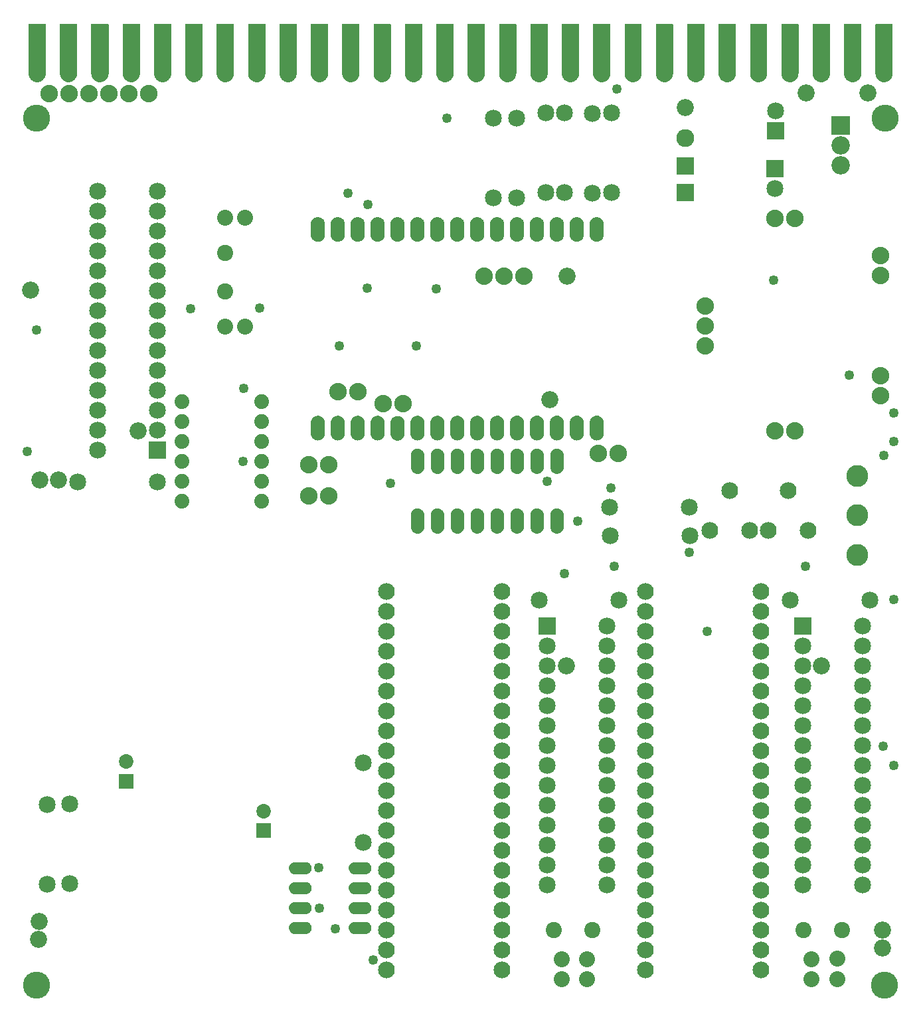
<source format=gbs>
G04 MADE WITH FRITZING*
G04 WWW.FRITZING.ORG*
G04 DOUBLE SIDED*
G04 HOLES PLATED*
G04 CONTOUR ON CENTER OF CONTOUR VECTOR*
%ASAXBY*%
%FSLAX23Y23*%
%MOIN*%
%OFA0B0*%
%SFA1.0B1.0*%
%ADD10C,0.049370*%
%ADD11C,0.084000*%
%ADD12C,0.085000*%
%ADD13C,0.088000*%
%ADD14C,0.072992*%
%ADD15C,0.090000*%
%ADD16C,0.062000*%
%ADD17C,0.110000*%
%ADD18C,0.085433*%
%ADD19C,0.074000*%
%ADD20C,0.135984*%
%ADD21C,0.092000*%
%ADD22C,0.080925*%
%ADD23C,0.080866*%
%ADD24C,0.080000*%
%ADD25C,0.068189*%
%ADD26R,0.088740X0.088740*%
%ADD27R,0.072992X0.072992*%
%ADD28R,0.090000X0.090000*%
%ADD29R,0.085000X0.085000*%
%ADD30R,0.092000X0.092000*%
%ADD31R,0.001000X0.001000*%
%LNMASK0*%
G90*
G70*
G54D10*
X3797Y3633D03*
X4349Y2755D03*
G54D11*
X3475Y2377D03*
X3575Y2577D03*
X3675Y2377D03*
X3770Y2377D03*
X3870Y2577D03*
X3970Y2377D03*
G54D10*
X2979Y2590D03*
X1872Y2613D03*
X2660Y2625D03*
G54D12*
X262Y1003D03*
X262Y603D03*
G54D13*
X660Y4570D03*
X560Y4570D03*
X460Y4570D03*
X360Y4570D03*
X260Y4570D03*
X160Y4570D03*
G54D14*
X546Y1117D03*
X546Y1216D03*
G54D10*
X3955Y2196D03*
X2994Y2196D03*
X2746Y2161D03*
G54D12*
X148Y999D03*
X148Y599D03*
G54D15*
X3353Y4208D03*
X3353Y4346D03*
G54D16*
X2908Y3889D03*
X2808Y3889D03*
X2708Y3889D03*
X2608Y3889D03*
X2508Y3889D03*
X2408Y3889D03*
X2308Y3889D03*
X2208Y3889D03*
X2108Y3889D03*
X2008Y3889D03*
X1908Y3889D03*
X1808Y3889D03*
X1708Y3889D03*
X1608Y3889D03*
X1508Y3889D03*
X1508Y2889D03*
X1608Y2889D03*
X1708Y2889D03*
X1808Y2889D03*
X1908Y2889D03*
X2008Y2889D03*
X2108Y2889D03*
X2208Y2889D03*
X2308Y2889D03*
X2408Y2889D03*
X2508Y2889D03*
X2608Y2889D03*
X2708Y2889D03*
X2808Y2889D03*
X2908Y2889D03*
G54D13*
X2341Y3653D03*
X2441Y3653D03*
X2541Y3653D03*
G54D10*
X3372Y2267D03*
G54D14*
X1234Y869D03*
X1234Y968D03*
G54D13*
X1609Y3074D03*
X1709Y3074D03*
G54D17*
X4215Y2649D03*
X4215Y2452D03*
X4215Y2255D03*
G54D13*
X1935Y3015D03*
X1835Y3015D03*
G54D12*
X3801Y4192D03*
X3801Y4092D03*
G54D18*
X2672Y3035D03*
G54D12*
X3805Y4385D03*
X3805Y4485D03*
G54D18*
X112Y2629D03*
X2758Y3653D03*
G54D19*
X1225Y2922D03*
X1225Y2822D03*
X1225Y2722D03*
X1225Y2622D03*
X1225Y2522D03*
X825Y2522D03*
X825Y2622D03*
X825Y2722D03*
X825Y2822D03*
X825Y2922D03*
X825Y3022D03*
X1225Y3022D03*
G54D18*
X109Y413D03*
G54D10*
X49Y2775D03*
G54D18*
X105Y322D03*
G54D13*
X3451Y3502D03*
X3451Y3402D03*
X3451Y3302D03*
G54D18*
X207Y2630D03*
G54D13*
X3801Y2876D03*
X3901Y2876D03*
G54D18*
X4341Y279D03*
G54D13*
X4333Y3757D03*
X4333Y3657D03*
G54D18*
X4341Y369D03*
G54D13*
X3801Y3943D03*
X3901Y3943D03*
G54D16*
X1420Y680D03*
X1420Y580D03*
X1720Y580D03*
X1720Y680D03*
X1420Y480D03*
X1420Y380D03*
X1720Y480D03*
X1720Y380D03*
G54D20*
X4357Y4448D03*
G54D12*
X1734Y810D03*
X1734Y1210D03*
G54D20*
X4353Y94D03*
G54D10*
X1515Y479D03*
G54D20*
X97Y4448D03*
G54D10*
X1512Y682D03*
G54D20*
X97Y94D03*
G54D10*
X1786Y220D03*
G54D12*
X2506Y4046D03*
X2506Y4446D03*
G54D10*
X1595Y376D03*
G54D12*
X2746Y4072D03*
X2746Y4472D03*
G54D18*
X3353Y4499D03*
G54D12*
X2983Y4072D03*
X2983Y4472D03*
G54D18*
X2754Y1696D03*
G54D12*
X2388Y4046D03*
X2388Y4446D03*
G54D18*
X4034Y1696D03*
G54D12*
X2652Y4072D03*
X2652Y4472D03*
G54D18*
X605Y2877D03*
G54D12*
X2884Y4070D03*
X2884Y4470D03*
G54D18*
X4270Y4573D03*
G54D11*
X1853Y2071D03*
X1853Y1971D03*
X1853Y1871D03*
X1853Y1771D03*
X1853Y1671D03*
X1853Y1571D03*
X1853Y1471D03*
X1853Y1371D03*
X1853Y1271D03*
X1853Y1171D03*
X1853Y1071D03*
X1853Y971D03*
X1853Y871D03*
X1853Y771D03*
X1853Y671D03*
X1853Y571D03*
X1853Y471D03*
X1853Y371D03*
X1853Y271D03*
X1853Y171D03*
X2433Y171D03*
X2433Y271D03*
X2433Y371D03*
X2433Y471D03*
X2433Y571D03*
X2433Y671D03*
X2433Y771D03*
X2433Y871D03*
X2433Y1071D03*
X2433Y1171D03*
X2433Y1271D03*
X2433Y1371D03*
X2433Y1471D03*
X2433Y1571D03*
X2433Y1671D03*
X2433Y1771D03*
X2433Y1871D03*
X2433Y1971D03*
X2433Y2071D03*
X2433Y971D03*
X3152Y2071D03*
X3152Y1971D03*
X3152Y1871D03*
X3152Y1771D03*
X3152Y1671D03*
X3152Y1571D03*
X3152Y1471D03*
X3152Y1371D03*
X3152Y1271D03*
X3152Y1171D03*
X3152Y1071D03*
X3152Y971D03*
X3152Y871D03*
X3152Y771D03*
X3152Y671D03*
X3152Y571D03*
X3152Y471D03*
X3152Y371D03*
X3152Y271D03*
X3152Y171D03*
X3732Y171D03*
X3732Y271D03*
X3732Y371D03*
X3732Y471D03*
X3732Y571D03*
X3732Y671D03*
X3732Y771D03*
X3732Y871D03*
X3732Y1071D03*
X3732Y1171D03*
X3732Y1271D03*
X3732Y1371D03*
X3732Y1471D03*
X3732Y1571D03*
X3732Y1671D03*
X3732Y1771D03*
X3732Y1871D03*
X3732Y1971D03*
X3732Y2071D03*
X3732Y971D03*
G54D12*
X2659Y1898D03*
X2959Y1898D03*
X2659Y1798D03*
X2959Y1798D03*
X2659Y1698D03*
X2959Y1698D03*
X2659Y1598D03*
X2959Y1598D03*
X2659Y1498D03*
X2959Y1498D03*
X2659Y1398D03*
X2959Y1398D03*
X2659Y1298D03*
X2959Y1298D03*
X2659Y1198D03*
X2959Y1198D03*
X2659Y1098D03*
X2959Y1098D03*
X2659Y998D03*
X2959Y998D03*
X2659Y898D03*
X2959Y898D03*
X2659Y798D03*
X2959Y798D03*
X2659Y698D03*
X2959Y698D03*
X2659Y598D03*
X2959Y598D03*
X703Y2780D03*
X403Y2780D03*
X703Y2880D03*
X403Y2880D03*
X703Y2980D03*
X403Y2980D03*
X703Y3080D03*
X403Y3080D03*
X703Y3180D03*
X403Y3180D03*
X703Y3280D03*
X403Y3280D03*
X703Y3380D03*
X403Y3380D03*
X703Y3480D03*
X403Y3480D03*
X703Y3580D03*
X403Y3580D03*
X703Y3680D03*
X403Y3680D03*
X703Y3780D03*
X403Y3780D03*
X703Y3880D03*
X403Y3880D03*
X703Y3980D03*
X403Y3980D03*
X703Y4080D03*
X403Y4080D03*
G54D10*
X1132Y2723D03*
G54D12*
X3942Y1896D03*
X4242Y1896D03*
X3942Y1796D03*
X4242Y1796D03*
X3942Y1696D03*
X4242Y1696D03*
X3942Y1596D03*
X4242Y1596D03*
X3942Y1496D03*
X4242Y1496D03*
X3942Y1396D03*
X4242Y1396D03*
X3942Y1296D03*
X4242Y1296D03*
X3942Y1196D03*
X4242Y1196D03*
X3942Y1096D03*
X4242Y1096D03*
X3942Y996D03*
X4242Y996D03*
X3942Y896D03*
X4242Y896D03*
X3942Y796D03*
X4242Y796D03*
X3942Y696D03*
X4242Y696D03*
X3942Y596D03*
X4242Y596D03*
G54D10*
X1137Y3089D03*
G54D21*
X4132Y4409D03*
X4132Y4309D03*
X4132Y4209D03*
G54D18*
X65Y3582D03*
G54D10*
X97Y3385D03*
X4175Y3157D03*
X4400Y2968D03*
G54D13*
X2914Y2763D03*
X3014Y2763D03*
G54D10*
X3010Y4594D03*
G54D12*
X703Y2621D03*
X303Y2621D03*
G54D22*
X1042Y3771D03*
G54D23*
X1042Y3578D03*
G54D22*
X4140Y369D03*
G54D23*
X3947Y369D03*
G54D24*
X1042Y3948D03*
X1142Y3948D03*
X1042Y3401D03*
X1142Y3401D03*
X4116Y226D03*
X4116Y125D03*
X3986Y225D03*
X3986Y125D03*
G54D10*
X868Y3491D03*
X1215Y3495D03*
X2002Y3302D03*
X1616Y3302D03*
X1660Y4070D03*
X2101Y3590D03*
X1754Y3594D03*
X1758Y4015D03*
X2156Y4448D03*
G54D25*
X2009Y2424D03*
X2109Y2424D03*
X2609Y2424D03*
X2709Y2424D03*
X2209Y2424D03*
X2309Y2424D03*
X2509Y2424D03*
X2409Y2424D03*
X2709Y2724D03*
X2609Y2724D03*
X2509Y2724D03*
X2409Y2724D03*
X2309Y2724D03*
X2209Y2724D03*
X2109Y2724D03*
X2009Y2724D03*
G54D10*
X4400Y2822D03*
G54D12*
X2971Y2495D03*
X3371Y2495D03*
X2975Y2350D03*
X3375Y2350D03*
X3880Y2027D03*
X4280Y2027D03*
G54D10*
X2813Y2424D03*
G54D13*
X1561Y2708D03*
X1461Y2708D03*
X1561Y2550D03*
X1461Y2550D03*
G54D10*
X4345Y1295D03*
X4400Y1196D03*
G54D13*
X4333Y3154D03*
X4333Y3054D03*
G54D10*
X4400Y2031D03*
G54D22*
X2884Y369D03*
G54D23*
X2691Y369D03*
G54D24*
X2860Y224D03*
X2860Y123D03*
X2731Y223D03*
X2731Y123D03*
G54D18*
X3959Y4574D03*
G54D12*
X2620Y2027D03*
X3020Y2027D03*
G54D10*
X3463Y1869D03*
G54D26*
X3353Y4074D03*
G54D27*
X546Y1117D03*
G54D28*
X3353Y4208D03*
G54D27*
X1234Y869D03*
G54D29*
X3801Y4192D03*
X3805Y4385D03*
X2659Y1898D03*
X703Y2780D03*
X3942Y1896D03*
G54D30*
X4132Y4409D03*
G54D31*
X56Y4919D02*
X141Y4919D01*
X214Y4919D02*
X299Y4919D01*
X371Y4919D02*
X456Y4919D01*
X529Y4919D02*
X614Y4919D01*
X686Y4919D02*
X771Y4919D01*
X844Y4919D02*
X929Y4919D01*
X1001Y4919D02*
X1086Y4919D01*
X1159Y4919D02*
X1244Y4919D01*
X1316Y4919D02*
X1401Y4919D01*
X1474Y4919D02*
X1559Y4919D01*
X1631Y4919D02*
X1716Y4919D01*
X1788Y4919D02*
X1873Y4919D01*
X1946Y4919D02*
X2031Y4919D01*
X2103Y4919D02*
X2188Y4919D01*
X2261Y4919D02*
X2346Y4919D01*
X2418Y4919D02*
X2503Y4919D01*
X2576Y4919D02*
X2661Y4919D01*
X2733Y4919D02*
X2818Y4919D01*
X2891Y4919D02*
X2976Y4919D01*
X3048Y4919D02*
X3133Y4919D01*
X3206Y4919D02*
X3290Y4919D01*
X3363Y4919D02*
X3448Y4919D01*
X3520Y4919D02*
X3605Y4919D01*
X3678Y4919D02*
X3763Y4919D01*
X3835Y4919D02*
X3920Y4919D01*
X3993Y4919D02*
X4078Y4919D01*
X4150Y4919D02*
X4235Y4919D01*
X4308Y4919D02*
X4393Y4919D01*
X56Y4918D02*
X142Y4918D01*
X214Y4918D02*
X299Y4918D01*
X371Y4918D02*
X457Y4918D01*
X529Y4918D02*
X614Y4918D01*
X686Y4918D02*
X772Y4918D01*
X843Y4918D02*
X929Y4918D01*
X1001Y4918D02*
X1086Y4918D01*
X1158Y4918D02*
X1244Y4918D01*
X1316Y4918D02*
X1401Y4918D01*
X1473Y4918D02*
X1559Y4918D01*
X1631Y4918D02*
X1716Y4918D01*
X1788Y4918D02*
X1874Y4918D01*
X1946Y4918D02*
X2031Y4918D01*
X2103Y4918D02*
X2189Y4918D01*
X2260Y4918D02*
X2346Y4918D01*
X2418Y4918D02*
X2504Y4918D01*
X2575Y4918D02*
X2661Y4918D01*
X2733Y4918D02*
X2818Y4918D01*
X2890Y4918D02*
X2976Y4918D01*
X3048Y4918D02*
X3133Y4918D01*
X3205Y4918D02*
X3291Y4918D01*
X3363Y4918D02*
X3448Y4918D01*
X3520Y4918D02*
X3606Y4918D01*
X3678Y4918D02*
X3763Y4918D01*
X3835Y4918D02*
X3921Y4918D01*
X3992Y4918D02*
X4078Y4918D01*
X4150Y4918D02*
X4236Y4918D01*
X4307Y4918D02*
X4393Y4918D01*
X56Y4917D02*
X142Y4917D01*
X214Y4917D02*
X299Y4917D01*
X371Y4917D02*
X457Y4917D01*
X529Y4917D02*
X614Y4917D01*
X686Y4917D02*
X772Y4917D01*
X843Y4917D02*
X929Y4917D01*
X1001Y4917D02*
X1086Y4917D01*
X1158Y4917D02*
X1244Y4917D01*
X1316Y4917D02*
X1401Y4917D01*
X1473Y4917D02*
X1559Y4917D01*
X1631Y4917D02*
X1716Y4917D01*
X1788Y4917D02*
X1874Y4917D01*
X1946Y4917D02*
X2031Y4917D01*
X2103Y4917D02*
X2189Y4917D01*
X2260Y4917D02*
X2346Y4917D01*
X2418Y4917D02*
X2504Y4917D01*
X2575Y4917D02*
X2661Y4917D01*
X2733Y4917D02*
X2818Y4917D01*
X2890Y4917D02*
X2976Y4917D01*
X3048Y4917D02*
X3133Y4917D01*
X3205Y4917D02*
X3291Y4917D01*
X3363Y4917D02*
X3448Y4917D01*
X3520Y4917D02*
X3606Y4917D01*
X3678Y4917D02*
X3763Y4917D01*
X3835Y4917D02*
X3921Y4917D01*
X3992Y4917D02*
X4078Y4917D01*
X4150Y4917D02*
X4236Y4917D01*
X4307Y4917D02*
X4393Y4917D01*
X56Y4916D02*
X142Y4916D01*
X214Y4916D02*
X299Y4916D01*
X371Y4916D02*
X457Y4916D01*
X529Y4916D02*
X614Y4916D01*
X686Y4916D02*
X772Y4916D01*
X843Y4916D02*
X929Y4916D01*
X1001Y4916D02*
X1086Y4916D01*
X1158Y4916D02*
X1244Y4916D01*
X1316Y4916D02*
X1401Y4916D01*
X1473Y4916D02*
X1559Y4916D01*
X1631Y4916D02*
X1716Y4916D01*
X1788Y4916D02*
X1874Y4916D01*
X1946Y4916D02*
X2031Y4916D01*
X2103Y4916D02*
X2189Y4916D01*
X2260Y4916D02*
X2346Y4916D01*
X2418Y4916D02*
X2504Y4916D01*
X2575Y4916D02*
X2661Y4916D01*
X2733Y4916D02*
X2818Y4916D01*
X2890Y4916D02*
X2976Y4916D01*
X3048Y4916D02*
X3133Y4916D01*
X3205Y4916D02*
X3291Y4916D01*
X3363Y4916D02*
X3448Y4916D01*
X3520Y4916D02*
X3606Y4916D01*
X3678Y4916D02*
X3763Y4916D01*
X3835Y4916D02*
X3921Y4916D01*
X3992Y4916D02*
X4078Y4916D01*
X4150Y4916D02*
X4236Y4916D01*
X4307Y4916D02*
X4393Y4916D01*
X56Y4915D02*
X142Y4915D01*
X214Y4915D02*
X299Y4915D01*
X371Y4915D02*
X457Y4915D01*
X529Y4915D02*
X614Y4915D01*
X686Y4915D02*
X772Y4915D01*
X843Y4915D02*
X929Y4915D01*
X1001Y4915D02*
X1086Y4915D01*
X1158Y4915D02*
X1244Y4915D01*
X1316Y4915D02*
X1401Y4915D01*
X1473Y4915D02*
X1559Y4915D01*
X1631Y4915D02*
X1716Y4915D01*
X1788Y4915D02*
X1874Y4915D01*
X1946Y4915D02*
X2031Y4915D01*
X2103Y4915D02*
X2189Y4915D01*
X2260Y4915D02*
X2346Y4915D01*
X2418Y4915D02*
X2504Y4915D01*
X2575Y4915D02*
X2661Y4915D01*
X2733Y4915D02*
X2818Y4915D01*
X2890Y4915D02*
X2976Y4915D01*
X3048Y4915D02*
X3133Y4915D01*
X3205Y4915D02*
X3291Y4915D01*
X3363Y4915D02*
X3448Y4915D01*
X3520Y4915D02*
X3606Y4915D01*
X3678Y4915D02*
X3763Y4915D01*
X3835Y4915D02*
X3921Y4915D01*
X3992Y4915D02*
X4078Y4915D01*
X4150Y4915D02*
X4236Y4915D01*
X4307Y4915D02*
X4393Y4915D01*
X56Y4914D02*
X142Y4914D01*
X214Y4914D02*
X299Y4914D01*
X371Y4914D02*
X457Y4914D01*
X529Y4914D02*
X614Y4914D01*
X686Y4914D02*
X772Y4914D01*
X843Y4914D02*
X929Y4914D01*
X1001Y4914D02*
X1086Y4914D01*
X1158Y4914D02*
X1244Y4914D01*
X1316Y4914D02*
X1401Y4914D01*
X1473Y4914D02*
X1559Y4914D01*
X1631Y4914D02*
X1716Y4914D01*
X1788Y4914D02*
X1874Y4914D01*
X1946Y4914D02*
X2031Y4914D01*
X2103Y4914D02*
X2189Y4914D01*
X2260Y4914D02*
X2346Y4914D01*
X2418Y4914D02*
X2504Y4914D01*
X2575Y4914D02*
X2661Y4914D01*
X2733Y4914D02*
X2818Y4914D01*
X2890Y4914D02*
X2976Y4914D01*
X3048Y4914D02*
X3133Y4914D01*
X3205Y4914D02*
X3291Y4914D01*
X3363Y4914D02*
X3448Y4914D01*
X3520Y4914D02*
X3606Y4914D01*
X3678Y4914D02*
X3763Y4914D01*
X3835Y4914D02*
X3921Y4914D01*
X3992Y4914D02*
X4078Y4914D01*
X4150Y4914D02*
X4236Y4914D01*
X4307Y4914D02*
X4393Y4914D01*
X56Y4913D02*
X142Y4913D01*
X214Y4913D02*
X299Y4913D01*
X371Y4913D02*
X457Y4913D01*
X529Y4913D02*
X614Y4913D01*
X686Y4913D02*
X772Y4913D01*
X843Y4913D02*
X929Y4913D01*
X1001Y4913D02*
X1086Y4913D01*
X1158Y4913D02*
X1244Y4913D01*
X1316Y4913D02*
X1401Y4913D01*
X1473Y4913D02*
X1559Y4913D01*
X1631Y4913D02*
X1716Y4913D01*
X1788Y4913D02*
X1874Y4913D01*
X1946Y4913D02*
X2031Y4913D01*
X2103Y4913D02*
X2189Y4913D01*
X2260Y4913D02*
X2346Y4913D01*
X2418Y4913D02*
X2504Y4913D01*
X2575Y4913D02*
X2661Y4913D01*
X2733Y4913D02*
X2818Y4913D01*
X2890Y4913D02*
X2976Y4913D01*
X3048Y4913D02*
X3133Y4913D01*
X3205Y4913D02*
X3291Y4913D01*
X3363Y4913D02*
X3448Y4913D01*
X3520Y4913D02*
X3606Y4913D01*
X3678Y4913D02*
X3763Y4913D01*
X3835Y4913D02*
X3921Y4913D01*
X3992Y4913D02*
X4078Y4913D01*
X4150Y4913D02*
X4236Y4913D01*
X4307Y4913D02*
X4393Y4913D01*
X56Y4912D02*
X142Y4912D01*
X214Y4912D02*
X299Y4912D01*
X371Y4912D02*
X457Y4912D01*
X529Y4912D02*
X614Y4912D01*
X686Y4912D02*
X772Y4912D01*
X843Y4912D02*
X929Y4912D01*
X1001Y4912D02*
X1086Y4912D01*
X1158Y4912D02*
X1244Y4912D01*
X1316Y4912D02*
X1401Y4912D01*
X1473Y4912D02*
X1559Y4912D01*
X1631Y4912D02*
X1716Y4912D01*
X1788Y4912D02*
X1874Y4912D01*
X1946Y4912D02*
X2031Y4912D01*
X2103Y4912D02*
X2189Y4912D01*
X2260Y4912D02*
X2346Y4912D01*
X2418Y4912D02*
X2504Y4912D01*
X2575Y4912D02*
X2661Y4912D01*
X2733Y4912D02*
X2818Y4912D01*
X2890Y4912D02*
X2976Y4912D01*
X3048Y4912D02*
X3133Y4912D01*
X3205Y4912D02*
X3291Y4912D01*
X3363Y4912D02*
X3448Y4912D01*
X3520Y4912D02*
X3606Y4912D01*
X3678Y4912D02*
X3763Y4912D01*
X3835Y4912D02*
X3921Y4912D01*
X3992Y4912D02*
X4078Y4912D01*
X4150Y4912D02*
X4236Y4912D01*
X4307Y4912D02*
X4393Y4912D01*
X56Y4911D02*
X142Y4911D01*
X214Y4911D02*
X299Y4911D01*
X371Y4911D02*
X457Y4911D01*
X529Y4911D02*
X614Y4911D01*
X686Y4911D02*
X772Y4911D01*
X843Y4911D02*
X929Y4911D01*
X1001Y4911D02*
X1086Y4911D01*
X1158Y4911D02*
X1244Y4911D01*
X1316Y4911D02*
X1401Y4911D01*
X1473Y4911D02*
X1559Y4911D01*
X1631Y4911D02*
X1716Y4911D01*
X1788Y4911D02*
X1874Y4911D01*
X1946Y4911D02*
X2031Y4911D01*
X2103Y4911D02*
X2189Y4911D01*
X2260Y4911D02*
X2346Y4911D01*
X2418Y4911D02*
X2504Y4911D01*
X2575Y4911D02*
X2661Y4911D01*
X2733Y4911D02*
X2818Y4911D01*
X2890Y4911D02*
X2976Y4911D01*
X3048Y4911D02*
X3133Y4911D01*
X3205Y4911D02*
X3291Y4911D01*
X3363Y4911D02*
X3448Y4911D01*
X3520Y4911D02*
X3606Y4911D01*
X3678Y4911D02*
X3763Y4911D01*
X3835Y4911D02*
X3921Y4911D01*
X3992Y4911D02*
X4078Y4911D01*
X4150Y4911D02*
X4236Y4911D01*
X4307Y4911D02*
X4393Y4911D01*
X56Y4910D02*
X142Y4910D01*
X214Y4910D02*
X299Y4910D01*
X371Y4910D02*
X457Y4910D01*
X529Y4910D02*
X614Y4910D01*
X686Y4910D02*
X772Y4910D01*
X843Y4910D02*
X929Y4910D01*
X1001Y4910D02*
X1086Y4910D01*
X1158Y4910D02*
X1244Y4910D01*
X1316Y4910D02*
X1401Y4910D01*
X1473Y4910D02*
X1559Y4910D01*
X1631Y4910D02*
X1716Y4910D01*
X1788Y4910D02*
X1874Y4910D01*
X1946Y4910D02*
X2031Y4910D01*
X2103Y4910D02*
X2189Y4910D01*
X2260Y4910D02*
X2346Y4910D01*
X2418Y4910D02*
X2504Y4910D01*
X2575Y4910D02*
X2661Y4910D01*
X2733Y4910D02*
X2818Y4910D01*
X2890Y4910D02*
X2976Y4910D01*
X3048Y4910D02*
X3133Y4910D01*
X3205Y4910D02*
X3291Y4910D01*
X3363Y4910D02*
X3448Y4910D01*
X3520Y4910D02*
X3606Y4910D01*
X3678Y4910D02*
X3763Y4910D01*
X3835Y4910D02*
X3921Y4910D01*
X3992Y4910D02*
X4078Y4910D01*
X4150Y4910D02*
X4236Y4910D01*
X4307Y4910D02*
X4393Y4910D01*
X56Y4909D02*
X142Y4909D01*
X214Y4909D02*
X299Y4909D01*
X371Y4909D02*
X457Y4909D01*
X529Y4909D02*
X614Y4909D01*
X686Y4909D02*
X772Y4909D01*
X843Y4909D02*
X929Y4909D01*
X1001Y4909D02*
X1086Y4909D01*
X1158Y4909D02*
X1244Y4909D01*
X1316Y4909D02*
X1401Y4909D01*
X1473Y4909D02*
X1559Y4909D01*
X1631Y4909D02*
X1716Y4909D01*
X1788Y4909D02*
X1874Y4909D01*
X1946Y4909D02*
X2031Y4909D01*
X2103Y4909D02*
X2189Y4909D01*
X2260Y4909D02*
X2346Y4909D01*
X2418Y4909D02*
X2504Y4909D01*
X2575Y4909D02*
X2661Y4909D01*
X2733Y4909D02*
X2818Y4909D01*
X2890Y4909D02*
X2976Y4909D01*
X3048Y4909D02*
X3133Y4909D01*
X3205Y4909D02*
X3291Y4909D01*
X3363Y4909D02*
X3448Y4909D01*
X3520Y4909D02*
X3606Y4909D01*
X3678Y4909D02*
X3763Y4909D01*
X3835Y4909D02*
X3921Y4909D01*
X3992Y4909D02*
X4078Y4909D01*
X4150Y4909D02*
X4236Y4909D01*
X4307Y4909D02*
X4393Y4909D01*
X56Y4908D02*
X142Y4908D01*
X214Y4908D02*
X299Y4908D01*
X371Y4908D02*
X457Y4908D01*
X529Y4908D02*
X614Y4908D01*
X686Y4908D02*
X772Y4908D01*
X843Y4908D02*
X929Y4908D01*
X1001Y4908D02*
X1086Y4908D01*
X1158Y4908D02*
X1244Y4908D01*
X1316Y4908D02*
X1401Y4908D01*
X1473Y4908D02*
X1559Y4908D01*
X1631Y4908D02*
X1716Y4908D01*
X1788Y4908D02*
X1874Y4908D01*
X1946Y4908D02*
X2031Y4908D01*
X2103Y4908D02*
X2189Y4908D01*
X2260Y4908D02*
X2346Y4908D01*
X2418Y4908D02*
X2504Y4908D01*
X2575Y4908D02*
X2661Y4908D01*
X2733Y4908D02*
X2818Y4908D01*
X2890Y4908D02*
X2976Y4908D01*
X3048Y4908D02*
X3133Y4908D01*
X3205Y4908D02*
X3291Y4908D01*
X3363Y4908D02*
X3448Y4908D01*
X3520Y4908D02*
X3606Y4908D01*
X3678Y4908D02*
X3763Y4908D01*
X3835Y4908D02*
X3921Y4908D01*
X3992Y4908D02*
X4078Y4908D01*
X4150Y4908D02*
X4236Y4908D01*
X4307Y4908D02*
X4393Y4908D01*
X56Y4907D02*
X142Y4907D01*
X214Y4907D02*
X299Y4907D01*
X371Y4907D02*
X457Y4907D01*
X529Y4907D02*
X614Y4907D01*
X686Y4907D02*
X772Y4907D01*
X843Y4907D02*
X929Y4907D01*
X1001Y4907D02*
X1086Y4907D01*
X1158Y4907D02*
X1244Y4907D01*
X1316Y4907D02*
X1401Y4907D01*
X1473Y4907D02*
X1559Y4907D01*
X1631Y4907D02*
X1716Y4907D01*
X1788Y4907D02*
X1874Y4907D01*
X1946Y4907D02*
X2031Y4907D01*
X2103Y4907D02*
X2189Y4907D01*
X2260Y4907D02*
X2346Y4907D01*
X2418Y4907D02*
X2504Y4907D01*
X2575Y4907D02*
X2661Y4907D01*
X2733Y4907D02*
X2818Y4907D01*
X2890Y4907D02*
X2976Y4907D01*
X3048Y4907D02*
X3133Y4907D01*
X3205Y4907D02*
X3291Y4907D01*
X3363Y4907D02*
X3448Y4907D01*
X3520Y4907D02*
X3606Y4907D01*
X3678Y4907D02*
X3763Y4907D01*
X3835Y4907D02*
X3921Y4907D01*
X3992Y4907D02*
X4078Y4907D01*
X4150Y4907D02*
X4236Y4907D01*
X4307Y4907D02*
X4393Y4907D01*
X56Y4906D02*
X142Y4906D01*
X214Y4906D02*
X299Y4906D01*
X371Y4906D02*
X457Y4906D01*
X529Y4906D02*
X614Y4906D01*
X686Y4906D02*
X772Y4906D01*
X843Y4906D02*
X929Y4906D01*
X1001Y4906D02*
X1086Y4906D01*
X1158Y4906D02*
X1244Y4906D01*
X1316Y4906D02*
X1401Y4906D01*
X1473Y4906D02*
X1559Y4906D01*
X1631Y4906D02*
X1716Y4906D01*
X1788Y4906D02*
X1874Y4906D01*
X1946Y4906D02*
X2031Y4906D01*
X2103Y4906D02*
X2189Y4906D01*
X2260Y4906D02*
X2346Y4906D01*
X2418Y4906D02*
X2504Y4906D01*
X2575Y4906D02*
X2661Y4906D01*
X2733Y4906D02*
X2818Y4906D01*
X2890Y4906D02*
X2976Y4906D01*
X3048Y4906D02*
X3133Y4906D01*
X3205Y4906D02*
X3291Y4906D01*
X3363Y4906D02*
X3448Y4906D01*
X3520Y4906D02*
X3606Y4906D01*
X3678Y4906D02*
X3763Y4906D01*
X3835Y4906D02*
X3921Y4906D01*
X3992Y4906D02*
X4078Y4906D01*
X4150Y4906D02*
X4236Y4906D01*
X4307Y4906D02*
X4393Y4906D01*
X56Y4905D02*
X142Y4905D01*
X214Y4905D02*
X299Y4905D01*
X371Y4905D02*
X457Y4905D01*
X529Y4905D02*
X614Y4905D01*
X686Y4905D02*
X772Y4905D01*
X843Y4905D02*
X929Y4905D01*
X1001Y4905D02*
X1086Y4905D01*
X1158Y4905D02*
X1244Y4905D01*
X1316Y4905D02*
X1401Y4905D01*
X1473Y4905D02*
X1559Y4905D01*
X1631Y4905D02*
X1716Y4905D01*
X1788Y4905D02*
X1874Y4905D01*
X1946Y4905D02*
X2031Y4905D01*
X2103Y4905D02*
X2189Y4905D01*
X2260Y4905D02*
X2346Y4905D01*
X2418Y4905D02*
X2504Y4905D01*
X2575Y4905D02*
X2661Y4905D01*
X2733Y4905D02*
X2818Y4905D01*
X2890Y4905D02*
X2976Y4905D01*
X3048Y4905D02*
X3133Y4905D01*
X3205Y4905D02*
X3291Y4905D01*
X3363Y4905D02*
X3448Y4905D01*
X3520Y4905D02*
X3606Y4905D01*
X3678Y4905D02*
X3763Y4905D01*
X3835Y4905D02*
X3921Y4905D01*
X3992Y4905D02*
X4078Y4905D01*
X4150Y4905D02*
X4236Y4905D01*
X4307Y4905D02*
X4393Y4905D01*
X56Y4904D02*
X142Y4904D01*
X214Y4904D02*
X299Y4904D01*
X371Y4904D02*
X457Y4904D01*
X529Y4904D02*
X614Y4904D01*
X686Y4904D02*
X772Y4904D01*
X843Y4904D02*
X929Y4904D01*
X1001Y4904D02*
X1086Y4904D01*
X1158Y4904D02*
X1244Y4904D01*
X1316Y4904D02*
X1401Y4904D01*
X1473Y4904D02*
X1559Y4904D01*
X1631Y4904D02*
X1716Y4904D01*
X1788Y4904D02*
X1874Y4904D01*
X1946Y4904D02*
X2031Y4904D01*
X2103Y4904D02*
X2189Y4904D01*
X2260Y4904D02*
X2346Y4904D01*
X2418Y4904D02*
X2504Y4904D01*
X2575Y4904D02*
X2661Y4904D01*
X2733Y4904D02*
X2818Y4904D01*
X2890Y4904D02*
X2976Y4904D01*
X3048Y4904D02*
X3133Y4904D01*
X3205Y4904D02*
X3291Y4904D01*
X3363Y4904D02*
X3448Y4904D01*
X3520Y4904D02*
X3606Y4904D01*
X3678Y4904D02*
X3763Y4904D01*
X3835Y4904D02*
X3921Y4904D01*
X3992Y4904D02*
X4078Y4904D01*
X4150Y4904D02*
X4236Y4904D01*
X4307Y4904D02*
X4393Y4904D01*
X56Y4903D02*
X142Y4903D01*
X214Y4903D02*
X299Y4903D01*
X371Y4903D02*
X457Y4903D01*
X529Y4903D02*
X614Y4903D01*
X686Y4903D02*
X772Y4903D01*
X843Y4903D02*
X929Y4903D01*
X1001Y4903D02*
X1086Y4903D01*
X1158Y4903D02*
X1244Y4903D01*
X1316Y4903D02*
X1401Y4903D01*
X1473Y4903D02*
X1559Y4903D01*
X1631Y4903D02*
X1716Y4903D01*
X1788Y4903D02*
X1874Y4903D01*
X1946Y4903D02*
X2031Y4903D01*
X2103Y4903D02*
X2189Y4903D01*
X2260Y4903D02*
X2346Y4903D01*
X2418Y4903D02*
X2504Y4903D01*
X2575Y4903D02*
X2661Y4903D01*
X2733Y4903D02*
X2818Y4903D01*
X2890Y4903D02*
X2976Y4903D01*
X3048Y4903D02*
X3133Y4903D01*
X3205Y4903D02*
X3291Y4903D01*
X3363Y4903D02*
X3448Y4903D01*
X3520Y4903D02*
X3606Y4903D01*
X3678Y4903D02*
X3763Y4903D01*
X3835Y4903D02*
X3921Y4903D01*
X3992Y4903D02*
X4078Y4903D01*
X4150Y4903D02*
X4236Y4903D01*
X4307Y4903D02*
X4393Y4903D01*
X56Y4902D02*
X142Y4902D01*
X214Y4902D02*
X299Y4902D01*
X371Y4902D02*
X457Y4902D01*
X529Y4902D02*
X614Y4902D01*
X686Y4902D02*
X772Y4902D01*
X843Y4902D02*
X929Y4902D01*
X1001Y4902D02*
X1086Y4902D01*
X1158Y4902D02*
X1244Y4902D01*
X1316Y4902D02*
X1401Y4902D01*
X1473Y4902D02*
X1559Y4902D01*
X1631Y4902D02*
X1716Y4902D01*
X1788Y4902D02*
X1874Y4902D01*
X1946Y4902D02*
X2031Y4902D01*
X2103Y4902D02*
X2189Y4902D01*
X2260Y4902D02*
X2346Y4902D01*
X2418Y4902D02*
X2504Y4902D01*
X2575Y4902D02*
X2661Y4902D01*
X2733Y4902D02*
X2818Y4902D01*
X2890Y4902D02*
X2976Y4902D01*
X3048Y4902D02*
X3133Y4902D01*
X3205Y4902D02*
X3291Y4902D01*
X3363Y4902D02*
X3448Y4902D01*
X3520Y4902D02*
X3606Y4902D01*
X3678Y4902D02*
X3763Y4902D01*
X3835Y4902D02*
X3921Y4902D01*
X3992Y4902D02*
X4078Y4902D01*
X4150Y4902D02*
X4236Y4902D01*
X4307Y4902D02*
X4393Y4902D01*
X56Y4901D02*
X142Y4901D01*
X214Y4901D02*
X299Y4901D01*
X371Y4901D02*
X457Y4901D01*
X529Y4901D02*
X614Y4901D01*
X686Y4901D02*
X772Y4901D01*
X843Y4901D02*
X929Y4901D01*
X1001Y4901D02*
X1086Y4901D01*
X1158Y4901D02*
X1244Y4901D01*
X1316Y4901D02*
X1401Y4901D01*
X1473Y4901D02*
X1559Y4901D01*
X1631Y4901D02*
X1716Y4901D01*
X1788Y4901D02*
X1874Y4901D01*
X1946Y4901D02*
X2031Y4901D01*
X2103Y4901D02*
X2189Y4901D01*
X2260Y4901D02*
X2346Y4901D01*
X2418Y4901D02*
X2504Y4901D01*
X2575Y4901D02*
X2661Y4901D01*
X2733Y4901D02*
X2818Y4901D01*
X2890Y4901D02*
X2976Y4901D01*
X3048Y4901D02*
X3133Y4901D01*
X3205Y4901D02*
X3291Y4901D01*
X3363Y4901D02*
X3448Y4901D01*
X3520Y4901D02*
X3606Y4901D01*
X3678Y4901D02*
X3763Y4901D01*
X3835Y4901D02*
X3921Y4901D01*
X3992Y4901D02*
X4078Y4901D01*
X4150Y4901D02*
X4236Y4901D01*
X4307Y4901D02*
X4393Y4901D01*
X56Y4900D02*
X142Y4900D01*
X214Y4900D02*
X299Y4900D01*
X371Y4900D02*
X457Y4900D01*
X529Y4900D02*
X614Y4900D01*
X686Y4900D02*
X772Y4900D01*
X843Y4900D02*
X929Y4900D01*
X1001Y4900D02*
X1086Y4900D01*
X1158Y4900D02*
X1244Y4900D01*
X1316Y4900D02*
X1401Y4900D01*
X1473Y4900D02*
X1559Y4900D01*
X1631Y4900D02*
X1716Y4900D01*
X1788Y4900D02*
X1874Y4900D01*
X1946Y4900D02*
X2031Y4900D01*
X2103Y4900D02*
X2189Y4900D01*
X2260Y4900D02*
X2346Y4900D01*
X2418Y4900D02*
X2504Y4900D01*
X2575Y4900D02*
X2661Y4900D01*
X2733Y4900D02*
X2818Y4900D01*
X2890Y4900D02*
X2976Y4900D01*
X3048Y4900D02*
X3133Y4900D01*
X3205Y4900D02*
X3291Y4900D01*
X3363Y4900D02*
X3448Y4900D01*
X3520Y4900D02*
X3606Y4900D01*
X3678Y4900D02*
X3763Y4900D01*
X3835Y4900D02*
X3921Y4900D01*
X3992Y4900D02*
X4078Y4900D01*
X4150Y4900D02*
X4236Y4900D01*
X4307Y4900D02*
X4393Y4900D01*
X56Y4899D02*
X142Y4899D01*
X214Y4899D02*
X299Y4899D01*
X371Y4899D02*
X457Y4899D01*
X529Y4899D02*
X614Y4899D01*
X686Y4899D02*
X772Y4899D01*
X843Y4899D02*
X929Y4899D01*
X1001Y4899D02*
X1086Y4899D01*
X1158Y4899D02*
X1244Y4899D01*
X1316Y4899D02*
X1401Y4899D01*
X1473Y4899D02*
X1559Y4899D01*
X1631Y4899D02*
X1716Y4899D01*
X1788Y4899D02*
X1874Y4899D01*
X1946Y4899D02*
X2031Y4899D01*
X2103Y4899D02*
X2189Y4899D01*
X2260Y4899D02*
X2346Y4899D01*
X2418Y4899D02*
X2504Y4899D01*
X2575Y4899D02*
X2661Y4899D01*
X2733Y4899D02*
X2818Y4899D01*
X2890Y4899D02*
X2976Y4899D01*
X3048Y4899D02*
X3133Y4899D01*
X3205Y4899D02*
X3291Y4899D01*
X3363Y4899D02*
X3448Y4899D01*
X3520Y4899D02*
X3606Y4899D01*
X3678Y4899D02*
X3763Y4899D01*
X3835Y4899D02*
X3921Y4899D01*
X3992Y4899D02*
X4078Y4899D01*
X4150Y4899D02*
X4236Y4899D01*
X4307Y4899D02*
X4393Y4899D01*
X56Y4898D02*
X142Y4898D01*
X214Y4898D02*
X299Y4898D01*
X371Y4898D02*
X457Y4898D01*
X529Y4898D02*
X614Y4898D01*
X686Y4898D02*
X772Y4898D01*
X843Y4898D02*
X929Y4898D01*
X1001Y4898D02*
X1086Y4898D01*
X1158Y4898D02*
X1244Y4898D01*
X1316Y4898D02*
X1401Y4898D01*
X1473Y4898D02*
X1559Y4898D01*
X1631Y4898D02*
X1716Y4898D01*
X1788Y4898D02*
X1874Y4898D01*
X1946Y4898D02*
X2031Y4898D01*
X2103Y4898D02*
X2189Y4898D01*
X2260Y4898D02*
X2346Y4898D01*
X2418Y4898D02*
X2504Y4898D01*
X2575Y4898D02*
X2661Y4898D01*
X2733Y4898D02*
X2818Y4898D01*
X2890Y4898D02*
X2976Y4898D01*
X3048Y4898D02*
X3133Y4898D01*
X3205Y4898D02*
X3291Y4898D01*
X3363Y4898D02*
X3448Y4898D01*
X3520Y4898D02*
X3606Y4898D01*
X3678Y4898D02*
X3763Y4898D01*
X3835Y4898D02*
X3921Y4898D01*
X3992Y4898D02*
X4078Y4898D01*
X4150Y4898D02*
X4236Y4898D01*
X4307Y4898D02*
X4393Y4898D01*
X56Y4897D02*
X142Y4897D01*
X214Y4897D02*
X299Y4897D01*
X371Y4897D02*
X457Y4897D01*
X529Y4897D02*
X614Y4897D01*
X686Y4897D02*
X772Y4897D01*
X843Y4897D02*
X929Y4897D01*
X1001Y4897D02*
X1086Y4897D01*
X1158Y4897D02*
X1244Y4897D01*
X1316Y4897D02*
X1401Y4897D01*
X1473Y4897D02*
X1559Y4897D01*
X1631Y4897D02*
X1716Y4897D01*
X1788Y4897D02*
X1874Y4897D01*
X1946Y4897D02*
X2031Y4897D01*
X2103Y4897D02*
X2189Y4897D01*
X2260Y4897D02*
X2346Y4897D01*
X2418Y4897D02*
X2504Y4897D01*
X2575Y4897D02*
X2661Y4897D01*
X2733Y4897D02*
X2818Y4897D01*
X2890Y4897D02*
X2976Y4897D01*
X3048Y4897D02*
X3133Y4897D01*
X3205Y4897D02*
X3291Y4897D01*
X3363Y4897D02*
X3448Y4897D01*
X3520Y4897D02*
X3606Y4897D01*
X3678Y4897D02*
X3763Y4897D01*
X3835Y4897D02*
X3921Y4897D01*
X3992Y4897D02*
X4078Y4897D01*
X4150Y4897D02*
X4236Y4897D01*
X4307Y4897D02*
X4393Y4897D01*
X56Y4896D02*
X142Y4896D01*
X214Y4896D02*
X299Y4896D01*
X371Y4896D02*
X457Y4896D01*
X529Y4896D02*
X614Y4896D01*
X686Y4896D02*
X772Y4896D01*
X843Y4896D02*
X929Y4896D01*
X1001Y4896D02*
X1086Y4896D01*
X1158Y4896D02*
X1244Y4896D01*
X1316Y4896D02*
X1401Y4896D01*
X1473Y4896D02*
X1559Y4896D01*
X1631Y4896D02*
X1716Y4896D01*
X1788Y4896D02*
X1874Y4896D01*
X1946Y4896D02*
X2031Y4896D01*
X2103Y4896D02*
X2189Y4896D01*
X2260Y4896D02*
X2346Y4896D01*
X2418Y4896D02*
X2504Y4896D01*
X2575Y4896D02*
X2661Y4896D01*
X2733Y4896D02*
X2818Y4896D01*
X2890Y4896D02*
X2976Y4896D01*
X3048Y4896D02*
X3133Y4896D01*
X3205Y4896D02*
X3291Y4896D01*
X3363Y4896D02*
X3448Y4896D01*
X3520Y4896D02*
X3606Y4896D01*
X3678Y4896D02*
X3763Y4896D01*
X3835Y4896D02*
X3921Y4896D01*
X3992Y4896D02*
X4078Y4896D01*
X4150Y4896D02*
X4236Y4896D01*
X4307Y4896D02*
X4393Y4896D01*
X56Y4895D02*
X142Y4895D01*
X214Y4895D02*
X299Y4895D01*
X371Y4895D02*
X457Y4895D01*
X529Y4895D02*
X614Y4895D01*
X686Y4895D02*
X772Y4895D01*
X843Y4895D02*
X929Y4895D01*
X1001Y4895D02*
X1086Y4895D01*
X1158Y4895D02*
X1244Y4895D01*
X1316Y4895D02*
X1401Y4895D01*
X1473Y4895D02*
X1559Y4895D01*
X1631Y4895D02*
X1716Y4895D01*
X1788Y4895D02*
X1874Y4895D01*
X1946Y4895D02*
X2031Y4895D01*
X2103Y4895D02*
X2189Y4895D01*
X2260Y4895D02*
X2346Y4895D01*
X2418Y4895D02*
X2504Y4895D01*
X2575Y4895D02*
X2661Y4895D01*
X2733Y4895D02*
X2818Y4895D01*
X2890Y4895D02*
X2976Y4895D01*
X3048Y4895D02*
X3133Y4895D01*
X3205Y4895D02*
X3291Y4895D01*
X3363Y4895D02*
X3448Y4895D01*
X3520Y4895D02*
X3606Y4895D01*
X3678Y4895D02*
X3763Y4895D01*
X3835Y4895D02*
X3921Y4895D01*
X3992Y4895D02*
X4078Y4895D01*
X4150Y4895D02*
X4236Y4895D01*
X4307Y4895D02*
X4393Y4895D01*
X56Y4894D02*
X142Y4894D01*
X214Y4894D02*
X299Y4894D01*
X371Y4894D02*
X457Y4894D01*
X529Y4894D02*
X614Y4894D01*
X686Y4894D02*
X772Y4894D01*
X843Y4894D02*
X929Y4894D01*
X1001Y4894D02*
X1086Y4894D01*
X1158Y4894D02*
X1244Y4894D01*
X1316Y4894D02*
X1401Y4894D01*
X1473Y4894D02*
X1559Y4894D01*
X1631Y4894D02*
X1716Y4894D01*
X1788Y4894D02*
X1874Y4894D01*
X1946Y4894D02*
X2031Y4894D01*
X2103Y4894D02*
X2189Y4894D01*
X2260Y4894D02*
X2346Y4894D01*
X2418Y4894D02*
X2504Y4894D01*
X2575Y4894D02*
X2661Y4894D01*
X2733Y4894D02*
X2818Y4894D01*
X2890Y4894D02*
X2976Y4894D01*
X3048Y4894D02*
X3133Y4894D01*
X3205Y4894D02*
X3291Y4894D01*
X3363Y4894D02*
X3448Y4894D01*
X3520Y4894D02*
X3606Y4894D01*
X3678Y4894D02*
X3763Y4894D01*
X3835Y4894D02*
X3921Y4894D01*
X3992Y4894D02*
X4078Y4894D01*
X4150Y4894D02*
X4236Y4894D01*
X4307Y4894D02*
X4393Y4894D01*
X56Y4893D02*
X142Y4893D01*
X214Y4893D02*
X299Y4893D01*
X371Y4893D02*
X457Y4893D01*
X529Y4893D02*
X614Y4893D01*
X686Y4893D02*
X772Y4893D01*
X843Y4893D02*
X929Y4893D01*
X1001Y4893D02*
X1086Y4893D01*
X1158Y4893D02*
X1244Y4893D01*
X1316Y4893D02*
X1401Y4893D01*
X1473Y4893D02*
X1559Y4893D01*
X1631Y4893D02*
X1716Y4893D01*
X1788Y4893D02*
X1874Y4893D01*
X1946Y4893D02*
X2031Y4893D01*
X2103Y4893D02*
X2189Y4893D01*
X2260Y4893D02*
X2346Y4893D01*
X2418Y4893D02*
X2504Y4893D01*
X2575Y4893D02*
X2661Y4893D01*
X2733Y4893D02*
X2818Y4893D01*
X2890Y4893D02*
X2976Y4893D01*
X3048Y4893D02*
X3133Y4893D01*
X3205Y4893D02*
X3291Y4893D01*
X3363Y4893D02*
X3448Y4893D01*
X3520Y4893D02*
X3606Y4893D01*
X3678Y4893D02*
X3763Y4893D01*
X3835Y4893D02*
X3921Y4893D01*
X3992Y4893D02*
X4078Y4893D01*
X4150Y4893D02*
X4236Y4893D01*
X4307Y4893D02*
X4393Y4893D01*
X56Y4892D02*
X142Y4892D01*
X214Y4892D02*
X299Y4892D01*
X371Y4892D02*
X457Y4892D01*
X529Y4892D02*
X614Y4892D01*
X686Y4892D02*
X772Y4892D01*
X843Y4892D02*
X929Y4892D01*
X1001Y4892D02*
X1086Y4892D01*
X1158Y4892D02*
X1244Y4892D01*
X1316Y4892D02*
X1401Y4892D01*
X1473Y4892D02*
X1559Y4892D01*
X1631Y4892D02*
X1716Y4892D01*
X1788Y4892D02*
X1874Y4892D01*
X1946Y4892D02*
X2031Y4892D01*
X2103Y4892D02*
X2189Y4892D01*
X2260Y4892D02*
X2346Y4892D01*
X2418Y4892D02*
X2504Y4892D01*
X2575Y4892D02*
X2661Y4892D01*
X2733Y4892D02*
X2818Y4892D01*
X2890Y4892D02*
X2976Y4892D01*
X3048Y4892D02*
X3133Y4892D01*
X3205Y4892D02*
X3291Y4892D01*
X3363Y4892D02*
X3448Y4892D01*
X3520Y4892D02*
X3606Y4892D01*
X3678Y4892D02*
X3763Y4892D01*
X3835Y4892D02*
X3921Y4892D01*
X3992Y4892D02*
X4078Y4892D01*
X4150Y4892D02*
X4236Y4892D01*
X4307Y4892D02*
X4393Y4892D01*
X56Y4891D02*
X142Y4891D01*
X214Y4891D02*
X299Y4891D01*
X371Y4891D02*
X457Y4891D01*
X529Y4891D02*
X614Y4891D01*
X686Y4891D02*
X772Y4891D01*
X843Y4891D02*
X929Y4891D01*
X1001Y4891D02*
X1086Y4891D01*
X1158Y4891D02*
X1244Y4891D01*
X1316Y4891D02*
X1401Y4891D01*
X1473Y4891D02*
X1559Y4891D01*
X1631Y4891D02*
X1716Y4891D01*
X1788Y4891D02*
X1874Y4891D01*
X1946Y4891D02*
X2031Y4891D01*
X2103Y4891D02*
X2189Y4891D01*
X2260Y4891D02*
X2346Y4891D01*
X2418Y4891D02*
X2504Y4891D01*
X2575Y4891D02*
X2661Y4891D01*
X2733Y4891D02*
X2818Y4891D01*
X2890Y4891D02*
X2976Y4891D01*
X3048Y4891D02*
X3133Y4891D01*
X3205Y4891D02*
X3291Y4891D01*
X3363Y4891D02*
X3448Y4891D01*
X3520Y4891D02*
X3606Y4891D01*
X3678Y4891D02*
X3763Y4891D01*
X3835Y4891D02*
X3921Y4891D01*
X3992Y4891D02*
X4078Y4891D01*
X4150Y4891D02*
X4236Y4891D01*
X4307Y4891D02*
X4393Y4891D01*
X56Y4890D02*
X142Y4890D01*
X214Y4890D02*
X299Y4890D01*
X371Y4890D02*
X457Y4890D01*
X529Y4890D02*
X614Y4890D01*
X686Y4890D02*
X772Y4890D01*
X843Y4890D02*
X929Y4890D01*
X1001Y4890D02*
X1086Y4890D01*
X1158Y4890D02*
X1244Y4890D01*
X1316Y4890D02*
X1401Y4890D01*
X1473Y4890D02*
X1559Y4890D01*
X1631Y4890D02*
X1716Y4890D01*
X1788Y4890D02*
X1874Y4890D01*
X1946Y4890D02*
X2031Y4890D01*
X2103Y4890D02*
X2189Y4890D01*
X2260Y4890D02*
X2346Y4890D01*
X2418Y4890D02*
X2504Y4890D01*
X2575Y4890D02*
X2661Y4890D01*
X2733Y4890D02*
X2818Y4890D01*
X2890Y4890D02*
X2976Y4890D01*
X3048Y4890D02*
X3133Y4890D01*
X3205Y4890D02*
X3291Y4890D01*
X3363Y4890D02*
X3448Y4890D01*
X3520Y4890D02*
X3606Y4890D01*
X3678Y4890D02*
X3763Y4890D01*
X3835Y4890D02*
X3921Y4890D01*
X3992Y4890D02*
X4078Y4890D01*
X4150Y4890D02*
X4236Y4890D01*
X4307Y4890D02*
X4393Y4890D01*
X56Y4889D02*
X142Y4889D01*
X214Y4889D02*
X299Y4889D01*
X371Y4889D02*
X457Y4889D01*
X529Y4889D02*
X614Y4889D01*
X686Y4889D02*
X772Y4889D01*
X843Y4889D02*
X929Y4889D01*
X1001Y4889D02*
X1086Y4889D01*
X1158Y4889D02*
X1244Y4889D01*
X1316Y4889D02*
X1401Y4889D01*
X1473Y4889D02*
X1559Y4889D01*
X1631Y4889D02*
X1716Y4889D01*
X1788Y4889D02*
X1874Y4889D01*
X1946Y4889D02*
X2031Y4889D01*
X2103Y4889D02*
X2189Y4889D01*
X2260Y4889D02*
X2346Y4889D01*
X2418Y4889D02*
X2504Y4889D01*
X2575Y4889D02*
X2661Y4889D01*
X2733Y4889D02*
X2818Y4889D01*
X2890Y4889D02*
X2976Y4889D01*
X3048Y4889D02*
X3133Y4889D01*
X3205Y4889D02*
X3291Y4889D01*
X3363Y4889D02*
X3448Y4889D01*
X3520Y4889D02*
X3606Y4889D01*
X3678Y4889D02*
X3763Y4889D01*
X3835Y4889D02*
X3921Y4889D01*
X3992Y4889D02*
X4078Y4889D01*
X4150Y4889D02*
X4236Y4889D01*
X4307Y4889D02*
X4393Y4889D01*
X56Y4888D02*
X142Y4888D01*
X214Y4888D02*
X299Y4888D01*
X371Y4888D02*
X457Y4888D01*
X529Y4888D02*
X614Y4888D01*
X686Y4888D02*
X772Y4888D01*
X843Y4888D02*
X929Y4888D01*
X1001Y4888D02*
X1086Y4888D01*
X1158Y4888D02*
X1244Y4888D01*
X1316Y4888D02*
X1401Y4888D01*
X1473Y4888D02*
X1559Y4888D01*
X1631Y4888D02*
X1716Y4888D01*
X1788Y4888D02*
X1874Y4888D01*
X1946Y4888D02*
X2031Y4888D01*
X2103Y4888D02*
X2189Y4888D01*
X2260Y4888D02*
X2346Y4888D01*
X2418Y4888D02*
X2504Y4888D01*
X2575Y4888D02*
X2661Y4888D01*
X2733Y4888D02*
X2818Y4888D01*
X2890Y4888D02*
X2976Y4888D01*
X3048Y4888D02*
X3133Y4888D01*
X3205Y4888D02*
X3291Y4888D01*
X3363Y4888D02*
X3448Y4888D01*
X3520Y4888D02*
X3606Y4888D01*
X3678Y4888D02*
X3763Y4888D01*
X3835Y4888D02*
X3921Y4888D01*
X3992Y4888D02*
X4078Y4888D01*
X4150Y4888D02*
X4236Y4888D01*
X4307Y4888D02*
X4393Y4888D01*
X56Y4887D02*
X142Y4887D01*
X214Y4887D02*
X299Y4887D01*
X371Y4887D02*
X457Y4887D01*
X529Y4887D02*
X614Y4887D01*
X686Y4887D02*
X772Y4887D01*
X843Y4887D02*
X929Y4887D01*
X1001Y4887D02*
X1086Y4887D01*
X1158Y4887D02*
X1244Y4887D01*
X1316Y4887D02*
X1401Y4887D01*
X1473Y4887D02*
X1559Y4887D01*
X1631Y4887D02*
X1716Y4887D01*
X1788Y4887D02*
X1874Y4887D01*
X1946Y4887D02*
X2031Y4887D01*
X2103Y4887D02*
X2189Y4887D01*
X2260Y4887D02*
X2346Y4887D01*
X2418Y4887D02*
X2504Y4887D01*
X2575Y4887D02*
X2661Y4887D01*
X2733Y4887D02*
X2818Y4887D01*
X2890Y4887D02*
X2976Y4887D01*
X3048Y4887D02*
X3133Y4887D01*
X3205Y4887D02*
X3291Y4887D01*
X3363Y4887D02*
X3448Y4887D01*
X3520Y4887D02*
X3606Y4887D01*
X3678Y4887D02*
X3763Y4887D01*
X3835Y4887D02*
X3921Y4887D01*
X3992Y4887D02*
X4078Y4887D01*
X4150Y4887D02*
X4236Y4887D01*
X4307Y4887D02*
X4393Y4887D01*
X56Y4886D02*
X142Y4886D01*
X214Y4886D02*
X299Y4886D01*
X371Y4886D02*
X457Y4886D01*
X529Y4886D02*
X614Y4886D01*
X686Y4886D02*
X772Y4886D01*
X843Y4886D02*
X929Y4886D01*
X1001Y4886D02*
X1086Y4886D01*
X1158Y4886D02*
X1244Y4886D01*
X1316Y4886D02*
X1401Y4886D01*
X1473Y4886D02*
X1559Y4886D01*
X1631Y4886D02*
X1716Y4886D01*
X1788Y4886D02*
X1874Y4886D01*
X1946Y4886D02*
X2031Y4886D01*
X2103Y4886D02*
X2189Y4886D01*
X2260Y4886D02*
X2346Y4886D01*
X2418Y4886D02*
X2504Y4886D01*
X2575Y4886D02*
X2661Y4886D01*
X2733Y4886D02*
X2818Y4886D01*
X2890Y4886D02*
X2976Y4886D01*
X3048Y4886D02*
X3133Y4886D01*
X3205Y4886D02*
X3291Y4886D01*
X3363Y4886D02*
X3448Y4886D01*
X3520Y4886D02*
X3606Y4886D01*
X3678Y4886D02*
X3763Y4886D01*
X3835Y4886D02*
X3921Y4886D01*
X3992Y4886D02*
X4078Y4886D01*
X4150Y4886D02*
X4236Y4886D01*
X4307Y4886D02*
X4393Y4886D01*
X56Y4885D02*
X142Y4885D01*
X214Y4885D02*
X299Y4885D01*
X371Y4885D02*
X457Y4885D01*
X529Y4885D02*
X614Y4885D01*
X686Y4885D02*
X772Y4885D01*
X843Y4885D02*
X929Y4885D01*
X1001Y4885D02*
X1086Y4885D01*
X1158Y4885D02*
X1244Y4885D01*
X1316Y4885D02*
X1401Y4885D01*
X1473Y4885D02*
X1559Y4885D01*
X1631Y4885D02*
X1716Y4885D01*
X1788Y4885D02*
X1874Y4885D01*
X1946Y4885D02*
X2031Y4885D01*
X2103Y4885D02*
X2189Y4885D01*
X2260Y4885D02*
X2346Y4885D01*
X2418Y4885D02*
X2504Y4885D01*
X2575Y4885D02*
X2661Y4885D01*
X2733Y4885D02*
X2818Y4885D01*
X2890Y4885D02*
X2976Y4885D01*
X3048Y4885D02*
X3133Y4885D01*
X3205Y4885D02*
X3291Y4885D01*
X3363Y4885D02*
X3448Y4885D01*
X3520Y4885D02*
X3606Y4885D01*
X3678Y4885D02*
X3763Y4885D01*
X3835Y4885D02*
X3921Y4885D01*
X3992Y4885D02*
X4078Y4885D01*
X4150Y4885D02*
X4236Y4885D01*
X4307Y4885D02*
X4393Y4885D01*
X56Y4884D02*
X142Y4884D01*
X214Y4884D02*
X299Y4884D01*
X371Y4884D02*
X457Y4884D01*
X529Y4884D02*
X614Y4884D01*
X686Y4884D02*
X772Y4884D01*
X843Y4884D02*
X929Y4884D01*
X1001Y4884D02*
X1086Y4884D01*
X1158Y4884D02*
X1244Y4884D01*
X1316Y4884D02*
X1401Y4884D01*
X1473Y4884D02*
X1559Y4884D01*
X1631Y4884D02*
X1716Y4884D01*
X1788Y4884D02*
X1874Y4884D01*
X1946Y4884D02*
X2031Y4884D01*
X2103Y4884D02*
X2189Y4884D01*
X2260Y4884D02*
X2346Y4884D01*
X2418Y4884D02*
X2504Y4884D01*
X2575Y4884D02*
X2661Y4884D01*
X2733Y4884D02*
X2818Y4884D01*
X2890Y4884D02*
X2976Y4884D01*
X3048Y4884D02*
X3133Y4884D01*
X3205Y4884D02*
X3291Y4884D01*
X3363Y4884D02*
X3448Y4884D01*
X3520Y4884D02*
X3606Y4884D01*
X3678Y4884D02*
X3763Y4884D01*
X3835Y4884D02*
X3921Y4884D01*
X3992Y4884D02*
X4078Y4884D01*
X4150Y4884D02*
X4236Y4884D01*
X4307Y4884D02*
X4393Y4884D01*
X56Y4883D02*
X142Y4883D01*
X214Y4883D02*
X299Y4883D01*
X371Y4883D02*
X457Y4883D01*
X529Y4883D02*
X614Y4883D01*
X686Y4883D02*
X772Y4883D01*
X843Y4883D02*
X929Y4883D01*
X1001Y4883D02*
X1086Y4883D01*
X1158Y4883D02*
X1244Y4883D01*
X1316Y4883D02*
X1401Y4883D01*
X1473Y4883D02*
X1559Y4883D01*
X1631Y4883D02*
X1716Y4883D01*
X1788Y4883D02*
X1874Y4883D01*
X1946Y4883D02*
X2031Y4883D01*
X2103Y4883D02*
X2189Y4883D01*
X2260Y4883D02*
X2346Y4883D01*
X2418Y4883D02*
X2504Y4883D01*
X2575Y4883D02*
X2661Y4883D01*
X2733Y4883D02*
X2818Y4883D01*
X2890Y4883D02*
X2976Y4883D01*
X3048Y4883D02*
X3133Y4883D01*
X3205Y4883D02*
X3291Y4883D01*
X3363Y4883D02*
X3448Y4883D01*
X3520Y4883D02*
X3606Y4883D01*
X3678Y4883D02*
X3763Y4883D01*
X3835Y4883D02*
X3921Y4883D01*
X3992Y4883D02*
X4078Y4883D01*
X4150Y4883D02*
X4236Y4883D01*
X4307Y4883D02*
X4393Y4883D01*
X56Y4882D02*
X142Y4882D01*
X214Y4882D02*
X299Y4882D01*
X371Y4882D02*
X457Y4882D01*
X529Y4882D02*
X614Y4882D01*
X686Y4882D02*
X772Y4882D01*
X843Y4882D02*
X929Y4882D01*
X1001Y4882D02*
X1086Y4882D01*
X1158Y4882D02*
X1244Y4882D01*
X1316Y4882D02*
X1401Y4882D01*
X1473Y4882D02*
X1559Y4882D01*
X1631Y4882D02*
X1716Y4882D01*
X1788Y4882D02*
X1874Y4882D01*
X1946Y4882D02*
X2031Y4882D01*
X2103Y4882D02*
X2189Y4882D01*
X2260Y4882D02*
X2346Y4882D01*
X2418Y4882D02*
X2504Y4882D01*
X2575Y4882D02*
X2661Y4882D01*
X2733Y4882D02*
X2818Y4882D01*
X2890Y4882D02*
X2976Y4882D01*
X3048Y4882D02*
X3133Y4882D01*
X3205Y4882D02*
X3291Y4882D01*
X3363Y4882D02*
X3448Y4882D01*
X3520Y4882D02*
X3606Y4882D01*
X3678Y4882D02*
X3763Y4882D01*
X3835Y4882D02*
X3921Y4882D01*
X3992Y4882D02*
X4078Y4882D01*
X4150Y4882D02*
X4236Y4882D01*
X4307Y4882D02*
X4393Y4882D01*
X56Y4881D02*
X142Y4881D01*
X214Y4881D02*
X299Y4881D01*
X371Y4881D02*
X457Y4881D01*
X529Y4881D02*
X614Y4881D01*
X686Y4881D02*
X772Y4881D01*
X843Y4881D02*
X929Y4881D01*
X1001Y4881D02*
X1086Y4881D01*
X1158Y4881D02*
X1244Y4881D01*
X1316Y4881D02*
X1401Y4881D01*
X1473Y4881D02*
X1559Y4881D01*
X1631Y4881D02*
X1716Y4881D01*
X1788Y4881D02*
X1874Y4881D01*
X1946Y4881D02*
X2031Y4881D01*
X2103Y4881D02*
X2189Y4881D01*
X2260Y4881D02*
X2346Y4881D01*
X2418Y4881D02*
X2504Y4881D01*
X2575Y4881D02*
X2661Y4881D01*
X2733Y4881D02*
X2818Y4881D01*
X2890Y4881D02*
X2976Y4881D01*
X3048Y4881D02*
X3133Y4881D01*
X3205Y4881D02*
X3291Y4881D01*
X3363Y4881D02*
X3448Y4881D01*
X3520Y4881D02*
X3606Y4881D01*
X3678Y4881D02*
X3763Y4881D01*
X3835Y4881D02*
X3921Y4881D01*
X3992Y4881D02*
X4078Y4881D01*
X4150Y4881D02*
X4236Y4881D01*
X4307Y4881D02*
X4393Y4881D01*
X56Y4880D02*
X142Y4880D01*
X214Y4880D02*
X299Y4880D01*
X371Y4880D02*
X457Y4880D01*
X529Y4880D02*
X614Y4880D01*
X686Y4880D02*
X772Y4880D01*
X843Y4880D02*
X929Y4880D01*
X1001Y4880D02*
X1086Y4880D01*
X1158Y4880D02*
X1244Y4880D01*
X1316Y4880D02*
X1401Y4880D01*
X1473Y4880D02*
X1559Y4880D01*
X1631Y4880D02*
X1716Y4880D01*
X1788Y4880D02*
X1874Y4880D01*
X1946Y4880D02*
X2031Y4880D01*
X2103Y4880D02*
X2189Y4880D01*
X2260Y4880D02*
X2346Y4880D01*
X2418Y4880D02*
X2504Y4880D01*
X2575Y4880D02*
X2661Y4880D01*
X2733Y4880D02*
X2818Y4880D01*
X2890Y4880D02*
X2976Y4880D01*
X3048Y4880D02*
X3133Y4880D01*
X3205Y4880D02*
X3291Y4880D01*
X3363Y4880D02*
X3448Y4880D01*
X3520Y4880D02*
X3606Y4880D01*
X3678Y4880D02*
X3763Y4880D01*
X3835Y4880D02*
X3921Y4880D01*
X3992Y4880D02*
X4078Y4880D01*
X4150Y4880D02*
X4236Y4880D01*
X4307Y4880D02*
X4393Y4880D01*
X56Y4879D02*
X142Y4879D01*
X214Y4879D02*
X299Y4879D01*
X371Y4879D02*
X457Y4879D01*
X529Y4879D02*
X614Y4879D01*
X686Y4879D02*
X772Y4879D01*
X843Y4879D02*
X929Y4879D01*
X1001Y4879D02*
X1086Y4879D01*
X1158Y4879D02*
X1244Y4879D01*
X1316Y4879D02*
X1401Y4879D01*
X1473Y4879D02*
X1559Y4879D01*
X1631Y4879D02*
X1716Y4879D01*
X1788Y4879D02*
X1874Y4879D01*
X1946Y4879D02*
X2031Y4879D01*
X2103Y4879D02*
X2189Y4879D01*
X2260Y4879D02*
X2346Y4879D01*
X2418Y4879D02*
X2504Y4879D01*
X2575Y4879D02*
X2661Y4879D01*
X2733Y4879D02*
X2818Y4879D01*
X2890Y4879D02*
X2976Y4879D01*
X3048Y4879D02*
X3133Y4879D01*
X3205Y4879D02*
X3291Y4879D01*
X3363Y4879D02*
X3448Y4879D01*
X3520Y4879D02*
X3606Y4879D01*
X3678Y4879D02*
X3763Y4879D01*
X3835Y4879D02*
X3921Y4879D01*
X3992Y4879D02*
X4078Y4879D01*
X4150Y4879D02*
X4236Y4879D01*
X4307Y4879D02*
X4393Y4879D01*
X56Y4878D02*
X142Y4878D01*
X214Y4878D02*
X299Y4878D01*
X371Y4878D02*
X457Y4878D01*
X529Y4878D02*
X614Y4878D01*
X686Y4878D02*
X772Y4878D01*
X843Y4878D02*
X929Y4878D01*
X1001Y4878D02*
X1086Y4878D01*
X1158Y4878D02*
X1244Y4878D01*
X1316Y4878D02*
X1401Y4878D01*
X1473Y4878D02*
X1559Y4878D01*
X1631Y4878D02*
X1716Y4878D01*
X1788Y4878D02*
X1874Y4878D01*
X1946Y4878D02*
X2031Y4878D01*
X2103Y4878D02*
X2189Y4878D01*
X2260Y4878D02*
X2346Y4878D01*
X2418Y4878D02*
X2504Y4878D01*
X2575Y4878D02*
X2661Y4878D01*
X2733Y4878D02*
X2818Y4878D01*
X2890Y4878D02*
X2976Y4878D01*
X3048Y4878D02*
X3133Y4878D01*
X3205Y4878D02*
X3291Y4878D01*
X3363Y4878D02*
X3448Y4878D01*
X3520Y4878D02*
X3606Y4878D01*
X3678Y4878D02*
X3763Y4878D01*
X3835Y4878D02*
X3921Y4878D01*
X3992Y4878D02*
X4078Y4878D01*
X4150Y4878D02*
X4236Y4878D01*
X4307Y4878D02*
X4393Y4878D01*
X56Y4877D02*
X142Y4877D01*
X214Y4877D02*
X299Y4877D01*
X371Y4877D02*
X457Y4877D01*
X529Y4877D02*
X614Y4877D01*
X686Y4877D02*
X772Y4877D01*
X843Y4877D02*
X929Y4877D01*
X1001Y4877D02*
X1086Y4877D01*
X1158Y4877D02*
X1244Y4877D01*
X1316Y4877D02*
X1401Y4877D01*
X1473Y4877D02*
X1559Y4877D01*
X1631Y4877D02*
X1716Y4877D01*
X1788Y4877D02*
X1874Y4877D01*
X1946Y4877D02*
X2031Y4877D01*
X2103Y4877D02*
X2189Y4877D01*
X2260Y4877D02*
X2346Y4877D01*
X2418Y4877D02*
X2504Y4877D01*
X2575Y4877D02*
X2661Y4877D01*
X2733Y4877D02*
X2818Y4877D01*
X2890Y4877D02*
X2976Y4877D01*
X3048Y4877D02*
X3133Y4877D01*
X3205Y4877D02*
X3291Y4877D01*
X3363Y4877D02*
X3448Y4877D01*
X3520Y4877D02*
X3606Y4877D01*
X3678Y4877D02*
X3763Y4877D01*
X3835Y4877D02*
X3921Y4877D01*
X3992Y4877D02*
X4078Y4877D01*
X4150Y4877D02*
X4236Y4877D01*
X4307Y4877D02*
X4393Y4877D01*
X56Y4876D02*
X142Y4876D01*
X214Y4876D02*
X299Y4876D01*
X371Y4876D02*
X457Y4876D01*
X529Y4876D02*
X614Y4876D01*
X686Y4876D02*
X772Y4876D01*
X843Y4876D02*
X929Y4876D01*
X1001Y4876D02*
X1086Y4876D01*
X1158Y4876D02*
X1244Y4876D01*
X1316Y4876D02*
X1401Y4876D01*
X1473Y4876D02*
X1559Y4876D01*
X1631Y4876D02*
X1716Y4876D01*
X1788Y4876D02*
X1874Y4876D01*
X1946Y4876D02*
X2031Y4876D01*
X2103Y4876D02*
X2189Y4876D01*
X2260Y4876D02*
X2346Y4876D01*
X2418Y4876D02*
X2504Y4876D01*
X2575Y4876D02*
X2661Y4876D01*
X2733Y4876D02*
X2818Y4876D01*
X2890Y4876D02*
X2976Y4876D01*
X3048Y4876D02*
X3133Y4876D01*
X3205Y4876D02*
X3291Y4876D01*
X3363Y4876D02*
X3448Y4876D01*
X3520Y4876D02*
X3606Y4876D01*
X3678Y4876D02*
X3763Y4876D01*
X3835Y4876D02*
X3921Y4876D01*
X3992Y4876D02*
X4078Y4876D01*
X4150Y4876D02*
X4236Y4876D01*
X4307Y4876D02*
X4393Y4876D01*
X56Y4875D02*
X142Y4875D01*
X214Y4875D02*
X299Y4875D01*
X371Y4875D02*
X457Y4875D01*
X529Y4875D02*
X614Y4875D01*
X686Y4875D02*
X772Y4875D01*
X843Y4875D02*
X929Y4875D01*
X1001Y4875D02*
X1086Y4875D01*
X1158Y4875D02*
X1244Y4875D01*
X1316Y4875D02*
X1401Y4875D01*
X1473Y4875D02*
X1559Y4875D01*
X1631Y4875D02*
X1716Y4875D01*
X1788Y4875D02*
X1874Y4875D01*
X1946Y4875D02*
X2031Y4875D01*
X2103Y4875D02*
X2189Y4875D01*
X2260Y4875D02*
X2346Y4875D01*
X2418Y4875D02*
X2504Y4875D01*
X2575Y4875D02*
X2661Y4875D01*
X2733Y4875D02*
X2818Y4875D01*
X2890Y4875D02*
X2976Y4875D01*
X3048Y4875D02*
X3133Y4875D01*
X3205Y4875D02*
X3291Y4875D01*
X3363Y4875D02*
X3448Y4875D01*
X3520Y4875D02*
X3606Y4875D01*
X3678Y4875D02*
X3763Y4875D01*
X3835Y4875D02*
X3921Y4875D01*
X3992Y4875D02*
X4078Y4875D01*
X4150Y4875D02*
X4236Y4875D01*
X4307Y4875D02*
X4393Y4875D01*
X56Y4874D02*
X142Y4874D01*
X214Y4874D02*
X299Y4874D01*
X371Y4874D02*
X457Y4874D01*
X529Y4874D02*
X614Y4874D01*
X686Y4874D02*
X772Y4874D01*
X843Y4874D02*
X929Y4874D01*
X1001Y4874D02*
X1086Y4874D01*
X1158Y4874D02*
X1244Y4874D01*
X1316Y4874D02*
X1401Y4874D01*
X1473Y4874D02*
X1559Y4874D01*
X1631Y4874D02*
X1716Y4874D01*
X1788Y4874D02*
X1874Y4874D01*
X1946Y4874D02*
X2031Y4874D01*
X2103Y4874D02*
X2189Y4874D01*
X2260Y4874D02*
X2346Y4874D01*
X2418Y4874D02*
X2504Y4874D01*
X2575Y4874D02*
X2661Y4874D01*
X2733Y4874D02*
X2818Y4874D01*
X2890Y4874D02*
X2976Y4874D01*
X3048Y4874D02*
X3133Y4874D01*
X3205Y4874D02*
X3291Y4874D01*
X3363Y4874D02*
X3448Y4874D01*
X3520Y4874D02*
X3606Y4874D01*
X3678Y4874D02*
X3763Y4874D01*
X3835Y4874D02*
X3921Y4874D01*
X3992Y4874D02*
X4078Y4874D01*
X4150Y4874D02*
X4236Y4874D01*
X4307Y4874D02*
X4393Y4874D01*
X56Y4873D02*
X142Y4873D01*
X214Y4873D02*
X299Y4873D01*
X371Y4873D02*
X457Y4873D01*
X529Y4873D02*
X614Y4873D01*
X686Y4873D02*
X772Y4873D01*
X843Y4873D02*
X929Y4873D01*
X1001Y4873D02*
X1086Y4873D01*
X1158Y4873D02*
X1244Y4873D01*
X1316Y4873D02*
X1401Y4873D01*
X1473Y4873D02*
X1559Y4873D01*
X1631Y4873D02*
X1716Y4873D01*
X1788Y4873D02*
X1874Y4873D01*
X1946Y4873D02*
X2031Y4873D01*
X2103Y4873D02*
X2189Y4873D01*
X2260Y4873D02*
X2346Y4873D01*
X2418Y4873D02*
X2504Y4873D01*
X2575Y4873D02*
X2661Y4873D01*
X2733Y4873D02*
X2818Y4873D01*
X2890Y4873D02*
X2976Y4873D01*
X3048Y4873D02*
X3133Y4873D01*
X3205Y4873D02*
X3291Y4873D01*
X3363Y4873D02*
X3448Y4873D01*
X3520Y4873D02*
X3606Y4873D01*
X3678Y4873D02*
X3763Y4873D01*
X3835Y4873D02*
X3921Y4873D01*
X3992Y4873D02*
X4078Y4873D01*
X4150Y4873D02*
X4236Y4873D01*
X4307Y4873D02*
X4393Y4873D01*
X56Y4872D02*
X142Y4872D01*
X214Y4872D02*
X299Y4872D01*
X371Y4872D02*
X457Y4872D01*
X529Y4872D02*
X614Y4872D01*
X686Y4872D02*
X772Y4872D01*
X843Y4872D02*
X929Y4872D01*
X1001Y4872D02*
X1086Y4872D01*
X1158Y4872D02*
X1244Y4872D01*
X1316Y4872D02*
X1401Y4872D01*
X1473Y4872D02*
X1559Y4872D01*
X1631Y4872D02*
X1716Y4872D01*
X1788Y4872D02*
X1874Y4872D01*
X1946Y4872D02*
X2031Y4872D01*
X2103Y4872D02*
X2189Y4872D01*
X2260Y4872D02*
X2346Y4872D01*
X2418Y4872D02*
X2504Y4872D01*
X2575Y4872D02*
X2661Y4872D01*
X2733Y4872D02*
X2818Y4872D01*
X2890Y4872D02*
X2976Y4872D01*
X3048Y4872D02*
X3133Y4872D01*
X3205Y4872D02*
X3291Y4872D01*
X3363Y4872D02*
X3448Y4872D01*
X3520Y4872D02*
X3606Y4872D01*
X3678Y4872D02*
X3763Y4872D01*
X3835Y4872D02*
X3921Y4872D01*
X3992Y4872D02*
X4078Y4872D01*
X4150Y4872D02*
X4236Y4872D01*
X4307Y4872D02*
X4393Y4872D01*
X56Y4871D02*
X142Y4871D01*
X214Y4871D02*
X299Y4871D01*
X371Y4871D02*
X457Y4871D01*
X529Y4871D02*
X614Y4871D01*
X686Y4871D02*
X772Y4871D01*
X843Y4871D02*
X929Y4871D01*
X1001Y4871D02*
X1086Y4871D01*
X1158Y4871D02*
X1244Y4871D01*
X1316Y4871D02*
X1401Y4871D01*
X1473Y4871D02*
X1559Y4871D01*
X1631Y4871D02*
X1716Y4871D01*
X1788Y4871D02*
X1874Y4871D01*
X1946Y4871D02*
X2031Y4871D01*
X2103Y4871D02*
X2189Y4871D01*
X2260Y4871D02*
X2346Y4871D01*
X2418Y4871D02*
X2504Y4871D01*
X2575Y4871D02*
X2661Y4871D01*
X2733Y4871D02*
X2818Y4871D01*
X2890Y4871D02*
X2976Y4871D01*
X3048Y4871D02*
X3133Y4871D01*
X3205Y4871D02*
X3291Y4871D01*
X3363Y4871D02*
X3448Y4871D01*
X3520Y4871D02*
X3606Y4871D01*
X3678Y4871D02*
X3763Y4871D01*
X3835Y4871D02*
X3921Y4871D01*
X3992Y4871D02*
X4078Y4871D01*
X4150Y4871D02*
X4236Y4871D01*
X4307Y4871D02*
X4393Y4871D01*
X56Y4870D02*
X142Y4870D01*
X214Y4870D02*
X299Y4870D01*
X371Y4870D02*
X457Y4870D01*
X529Y4870D02*
X614Y4870D01*
X686Y4870D02*
X772Y4870D01*
X843Y4870D02*
X929Y4870D01*
X1001Y4870D02*
X1086Y4870D01*
X1158Y4870D02*
X1244Y4870D01*
X1316Y4870D02*
X1401Y4870D01*
X1473Y4870D02*
X1559Y4870D01*
X1631Y4870D02*
X1716Y4870D01*
X1788Y4870D02*
X1874Y4870D01*
X1946Y4870D02*
X2031Y4870D01*
X2103Y4870D02*
X2189Y4870D01*
X2260Y4870D02*
X2346Y4870D01*
X2418Y4870D02*
X2504Y4870D01*
X2575Y4870D02*
X2661Y4870D01*
X2733Y4870D02*
X2818Y4870D01*
X2890Y4870D02*
X2976Y4870D01*
X3048Y4870D02*
X3133Y4870D01*
X3205Y4870D02*
X3291Y4870D01*
X3363Y4870D02*
X3448Y4870D01*
X3520Y4870D02*
X3606Y4870D01*
X3678Y4870D02*
X3763Y4870D01*
X3835Y4870D02*
X3921Y4870D01*
X3992Y4870D02*
X4078Y4870D01*
X4150Y4870D02*
X4236Y4870D01*
X4307Y4870D02*
X4393Y4870D01*
X56Y4869D02*
X142Y4869D01*
X214Y4869D02*
X299Y4869D01*
X371Y4869D02*
X457Y4869D01*
X529Y4869D02*
X614Y4869D01*
X686Y4869D02*
X772Y4869D01*
X843Y4869D02*
X929Y4869D01*
X1001Y4869D02*
X1086Y4869D01*
X1158Y4869D02*
X1244Y4869D01*
X1316Y4869D02*
X1401Y4869D01*
X1473Y4869D02*
X1559Y4869D01*
X1631Y4869D02*
X1716Y4869D01*
X1788Y4869D02*
X1874Y4869D01*
X1946Y4869D02*
X2031Y4869D01*
X2103Y4869D02*
X2189Y4869D01*
X2260Y4869D02*
X2346Y4869D01*
X2418Y4869D02*
X2504Y4869D01*
X2575Y4869D02*
X2661Y4869D01*
X2733Y4869D02*
X2818Y4869D01*
X2890Y4869D02*
X2976Y4869D01*
X3048Y4869D02*
X3133Y4869D01*
X3205Y4869D02*
X3291Y4869D01*
X3363Y4869D02*
X3448Y4869D01*
X3520Y4869D02*
X3606Y4869D01*
X3678Y4869D02*
X3763Y4869D01*
X3835Y4869D02*
X3921Y4869D01*
X3992Y4869D02*
X4078Y4869D01*
X4150Y4869D02*
X4236Y4869D01*
X4307Y4869D02*
X4393Y4869D01*
X56Y4868D02*
X142Y4868D01*
X214Y4868D02*
X299Y4868D01*
X371Y4868D02*
X457Y4868D01*
X529Y4868D02*
X614Y4868D01*
X686Y4868D02*
X772Y4868D01*
X843Y4868D02*
X929Y4868D01*
X1001Y4868D02*
X1086Y4868D01*
X1158Y4868D02*
X1244Y4868D01*
X1316Y4868D02*
X1401Y4868D01*
X1473Y4868D02*
X1559Y4868D01*
X1631Y4868D02*
X1716Y4868D01*
X1788Y4868D02*
X1874Y4868D01*
X1946Y4868D02*
X2031Y4868D01*
X2103Y4868D02*
X2189Y4868D01*
X2260Y4868D02*
X2346Y4868D01*
X2418Y4868D02*
X2504Y4868D01*
X2575Y4868D02*
X2661Y4868D01*
X2733Y4868D02*
X2818Y4868D01*
X2890Y4868D02*
X2976Y4868D01*
X3048Y4868D02*
X3133Y4868D01*
X3205Y4868D02*
X3291Y4868D01*
X3363Y4868D02*
X3448Y4868D01*
X3520Y4868D02*
X3606Y4868D01*
X3678Y4868D02*
X3763Y4868D01*
X3835Y4868D02*
X3921Y4868D01*
X3992Y4868D02*
X4078Y4868D01*
X4150Y4868D02*
X4236Y4868D01*
X4307Y4868D02*
X4393Y4868D01*
X56Y4867D02*
X142Y4867D01*
X214Y4867D02*
X299Y4867D01*
X371Y4867D02*
X457Y4867D01*
X529Y4867D02*
X614Y4867D01*
X686Y4867D02*
X772Y4867D01*
X843Y4867D02*
X929Y4867D01*
X1001Y4867D02*
X1086Y4867D01*
X1158Y4867D02*
X1244Y4867D01*
X1316Y4867D02*
X1401Y4867D01*
X1473Y4867D02*
X1559Y4867D01*
X1631Y4867D02*
X1716Y4867D01*
X1788Y4867D02*
X1874Y4867D01*
X1946Y4867D02*
X2031Y4867D01*
X2103Y4867D02*
X2189Y4867D01*
X2260Y4867D02*
X2346Y4867D01*
X2418Y4867D02*
X2504Y4867D01*
X2575Y4867D02*
X2661Y4867D01*
X2733Y4867D02*
X2818Y4867D01*
X2890Y4867D02*
X2976Y4867D01*
X3048Y4867D02*
X3133Y4867D01*
X3205Y4867D02*
X3291Y4867D01*
X3363Y4867D02*
X3448Y4867D01*
X3520Y4867D02*
X3606Y4867D01*
X3678Y4867D02*
X3763Y4867D01*
X3835Y4867D02*
X3921Y4867D01*
X3992Y4867D02*
X4078Y4867D01*
X4150Y4867D02*
X4236Y4867D01*
X4307Y4867D02*
X4393Y4867D01*
X56Y4866D02*
X142Y4866D01*
X214Y4866D02*
X299Y4866D01*
X371Y4866D02*
X457Y4866D01*
X529Y4866D02*
X614Y4866D01*
X686Y4866D02*
X772Y4866D01*
X843Y4866D02*
X929Y4866D01*
X1001Y4866D02*
X1086Y4866D01*
X1158Y4866D02*
X1244Y4866D01*
X1316Y4866D02*
X1401Y4866D01*
X1473Y4866D02*
X1559Y4866D01*
X1631Y4866D02*
X1716Y4866D01*
X1788Y4866D02*
X1874Y4866D01*
X1946Y4866D02*
X2031Y4866D01*
X2103Y4866D02*
X2189Y4866D01*
X2260Y4866D02*
X2346Y4866D01*
X2418Y4866D02*
X2504Y4866D01*
X2575Y4866D02*
X2661Y4866D01*
X2733Y4866D02*
X2818Y4866D01*
X2890Y4866D02*
X2976Y4866D01*
X3048Y4866D02*
X3133Y4866D01*
X3205Y4866D02*
X3291Y4866D01*
X3363Y4866D02*
X3448Y4866D01*
X3520Y4866D02*
X3606Y4866D01*
X3678Y4866D02*
X3763Y4866D01*
X3835Y4866D02*
X3921Y4866D01*
X3992Y4866D02*
X4078Y4866D01*
X4150Y4866D02*
X4236Y4866D01*
X4307Y4866D02*
X4393Y4866D01*
X56Y4865D02*
X142Y4865D01*
X214Y4865D02*
X299Y4865D01*
X371Y4865D02*
X457Y4865D01*
X529Y4865D02*
X614Y4865D01*
X686Y4865D02*
X772Y4865D01*
X843Y4865D02*
X929Y4865D01*
X1001Y4865D02*
X1086Y4865D01*
X1158Y4865D02*
X1244Y4865D01*
X1316Y4865D02*
X1401Y4865D01*
X1473Y4865D02*
X1559Y4865D01*
X1631Y4865D02*
X1716Y4865D01*
X1788Y4865D02*
X1874Y4865D01*
X1946Y4865D02*
X2031Y4865D01*
X2103Y4865D02*
X2189Y4865D01*
X2260Y4865D02*
X2346Y4865D01*
X2418Y4865D02*
X2504Y4865D01*
X2575Y4865D02*
X2661Y4865D01*
X2733Y4865D02*
X2818Y4865D01*
X2890Y4865D02*
X2976Y4865D01*
X3048Y4865D02*
X3133Y4865D01*
X3205Y4865D02*
X3291Y4865D01*
X3363Y4865D02*
X3448Y4865D01*
X3520Y4865D02*
X3606Y4865D01*
X3678Y4865D02*
X3763Y4865D01*
X3835Y4865D02*
X3921Y4865D01*
X3992Y4865D02*
X4078Y4865D01*
X4150Y4865D02*
X4236Y4865D01*
X4307Y4865D02*
X4393Y4865D01*
X56Y4864D02*
X142Y4864D01*
X214Y4864D02*
X299Y4864D01*
X371Y4864D02*
X457Y4864D01*
X529Y4864D02*
X614Y4864D01*
X686Y4864D02*
X772Y4864D01*
X843Y4864D02*
X929Y4864D01*
X1001Y4864D02*
X1086Y4864D01*
X1158Y4864D02*
X1244Y4864D01*
X1316Y4864D02*
X1401Y4864D01*
X1473Y4864D02*
X1559Y4864D01*
X1631Y4864D02*
X1716Y4864D01*
X1788Y4864D02*
X1874Y4864D01*
X1946Y4864D02*
X2031Y4864D01*
X2103Y4864D02*
X2189Y4864D01*
X2260Y4864D02*
X2346Y4864D01*
X2418Y4864D02*
X2504Y4864D01*
X2575Y4864D02*
X2661Y4864D01*
X2733Y4864D02*
X2818Y4864D01*
X2890Y4864D02*
X2976Y4864D01*
X3048Y4864D02*
X3133Y4864D01*
X3205Y4864D02*
X3291Y4864D01*
X3363Y4864D02*
X3448Y4864D01*
X3520Y4864D02*
X3606Y4864D01*
X3678Y4864D02*
X3763Y4864D01*
X3835Y4864D02*
X3921Y4864D01*
X3992Y4864D02*
X4078Y4864D01*
X4150Y4864D02*
X4236Y4864D01*
X4307Y4864D02*
X4393Y4864D01*
X56Y4863D02*
X142Y4863D01*
X214Y4863D02*
X299Y4863D01*
X371Y4863D02*
X457Y4863D01*
X529Y4863D02*
X614Y4863D01*
X686Y4863D02*
X772Y4863D01*
X843Y4863D02*
X929Y4863D01*
X1001Y4863D02*
X1086Y4863D01*
X1158Y4863D02*
X1244Y4863D01*
X1316Y4863D02*
X1401Y4863D01*
X1473Y4863D02*
X1559Y4863D01*
X1631Y4863D02*
X1716Y4863D01*
X1788Y4863D02*
X1874Y4863D01*
X1946Y4863D02*
X2031Y4863D01*
X2103Y4863D02*
X2189Y4863D01*
X2260Y4863D02*
X2346Y4863D01*
X2418Y4863D02*
X2504Y4863D01*
X2575Y4863D02*
X2661Y4863D01*
X2733Y4863D02*
X2818Y4863D01*
X2890Y4863D02*
X2976Y4863D01*
X3048Y4863D02*
X3133Y4863D01*
X3205Y4863D02*
X3291Y4863D01*
X3363Y4863D02*
X3448Y4863D01*
X3520Y4863D02*
X3606Y4863D01*
X3678Y4863D02*
X3763Y4863D01*
X3835Y4863D02*
X3921Y4863D01*
X3992Y4863D02*
X4078Y4863D01*
X4150Y4863D02*
X4236Y4863D01*
X4307Y4863D02*
X4393Y4863D01*
X56Y4862D02*
X142Y4862D01*
X214Y4862D02*
X299Y4862D01*
X371Y4862D02*
X457Y4862D01*
X529Y4862D02*
X614Y4862D01*
X686Y4862D02*
X772Y4862D01*
X843Y4862D02*
X929Y4862D01*
X1001Y4862D02*
X1086Y4862D01*
X1158Y4862D02*
X1244Y4862D01*
X1316Y4862D02*
X1401Y4862D01*
X1473Y4862D02*
X1559Y4862D01*
X1631Y4862D02*
X1716Y4862D01*
X1788Y4862D02*
X1874Y4862D01*
X1946Y4862D02*
X2031Y4862D01*
X2103Y4862D02*
X2189Y4862D01*
X2260Y4862D02*
X2346Y4862D01*
X2418Y4862D02*
X2504Y4862D01*
X2575Y4862D02*
X2661Y4862D01*
X2733Y4862D02*
X2818Y4862D01*
X2890Y4862D02*
X2976Y4862D01*
X3048Y4862D02*
X3133Y4862D01*
X3205Y4862D02*
X3291Y4862D01*
X3363Y4862D02*
X3448Y4862D01*
X3520Y4862D02*
X3606Y4862D01*
X3678Y4862D02*
X3763Y4862D01*
X3835Y4862D02*
X3921Y4862D01*
X3992Y4862D02*
X4078Y4862D01*
X4150Y4862D02*
X4236Y4862D01*
X4307Y4862D02*
X4393Y4862D01*
X56Y4861D02*
X142Y4861D01*
X214Y4861D02*
X299Y4861D01*
X371Y4861D02*
X457Y4861D01*
X529Y4861D02*
X614Y4861D01*
X686Y4861D02*
X772Y4861D01*
X843Y4861D02*
X929Y4861D01*
X1001Y4861D02*
X1086Y4861D01*
X1158Y4861D02*
X1244Y4861D01*
X1316Y4861D02*
X1401Y4861D01*
X1473Y4861D02*
X1559Y4861D01*
X1631Y4861D02*
X1716Y4861D01*
X1788Y4861D02*
X1874Y4861D01*
X1946Y4861D02*
X2031Y4861D01*
X2103Y4861D02*
X2189Y4861D01*
X2260Y4861D02*
X2346Y4861D01*
X2418Y4861D02*
X2504Y4861D01*
X2575Y4861D02*
X2661Y4861D01*
X2733Y4861D02*
X2818Y4861D01*
X2890Y4861D02*
X2976Y4861D01*
X3048Y4861D02*
X3133Y4861D01*
X3205Y4861D02*
X3291Y4861D01*
X3363Y4861D02*
X3448Y4861D01*
X3520Y4861D02*
X3606Y4861D01*
X3678Y4861D02*
X3763Y4861D01*
X3835Y4861D02*
X3921Y4861D01*
X3992Y4861D02*
X4078Y4861D01*
X4150Y4861D02*
X4236Y4861D01*
X4307Y4861D02*
X4393Y4861D01*
X56Y4860D02*
X142Y4860D01*
X214Y4860D02*
X299Y4860D01*
X371Y4860D02*
X457Y4860D01*
X529Y4860D02*
X614Y4860D01*
X686Y4860D02*
X772Y4860D01*
X843Y4860D02*
X929Y4860D01*
X1001Y4860D02*
X1086Y4860D01*
X1158Y4860D02*
X1244Y4860D01*
X1316Y4860D02*
X1401Y4860D01*
X1473Y4860D02*
X1559Y4860D01*
X1631Y4860D02*
X1716Y4860D01*
X1788Y4860D02*
X1874Y4860D01*
X1946Y4860D02*
X2031Y4860D01*
X2103Y4860D02*
X2189Y4860D01*
X2260Y4860D02*
X2346Y4860D01*
X2418Y4860D02*
X2504Y4860D01*
X2575Y4860D02*
X2661Y4860D01*
X2733Y4860D02*
X2818Y4860D01*
X2890Y4860D02*
X2976Y4860D01*
X3048Y4860D02*
X3133Y4860D01*
X3205Y4860D02*
X3291Y4860D01*
X3363Y4860D02*
X3448Y4860D01*
X3520Y4860D02*
X3606Y4860D01*
X3678Y4860D02*
X3763Y4860D01*
X3835Y4860D02*
X3921Y4860D01*
X3992Y4860D02*
X4078Y4860D01*
X4150Y4860D02*
X4236Y4860D01*
X4307Y4860D02*
X4393Y4860D01*
X56Y4859D02*
X142Y4859D01*
X214Y4859D02*
X299Y4859D01*
X371Y4859D02*
X457Y4859D01*
X529Y4859D02*
X614Y4859D01*
X686Y4859D02*
X772Y4859D01*
X843Y4859D02*
X929Y4859D01*
X1001Y4859D02*
X1086Y4859D01*
X1158Y4859D02*
X1244Y4859D01*
X1316Y4859D02*
X1401Y4859D01*
X1473Y4859D02*
X1559Y4859D01*
X1631Y4859D02*
X1716Y4859D01*
X1788Y4859D02*
X1874Y4859D01*
X1946Y4859D02*
X2031Y4859D01*
X2103Y4859D02*
X2189Y4859D01*
X2260Y4859D02*
X2346Y4859D01*
X2418Y4859D02*
X2504Y4859D01*
X2575Y4859D02*
X2661Y4859D01*
X2733Y4859D02*
X2818Y4859D01*
X2890Y4859D02*
X2976Y4859D01*
X3048Y4859D02*
X3133Y4859D01*
X3205Y4859D02*
X3291Y4859D01*
X3363Y4859D02*
X3448Y4859D01*
X3520Y4859D02*
X3606Y4859D01*
X3678Y4859D02*
X3763Y4859D01*
X3835Y4859D02*
X3921Y4859D01*
X3992Y4859D02*
X4078Y4859D01*
X4150Y4859D02*
X4236Y4859D01*
X4307Y4859D02*
X4393Y4859D01*
X56Y4858D02*
X142Y4858D01*
X214Y4858D02*
X299Y4858D01*
X371Y4858D02*
X457Y4858D01*
X529Y4858D02*
X614Y4858D01*
X686Y4858D02*
X772Y4858D01*
X843Y4858D02*
X929Y4858D01*
X1001Y4858D02*
X1086Y4858D01*
X1158Y4858D02*
X1244Y4858D01*
X1316Y4858D02*
X1401Y4858D01*
X1473Y4858D02*
X1559Y4858D01*
X1631Y4858D02*
X1716Y4858D01*
X1788Y4858D02*
X1874Y4858D01*
X1946Y4858D02*
X2031Y4858D01*
X2103Y4858D02*
X2189Y4858D01*
X2260Y4858D02*
X2346Y4858D01*
X2418Y4858D02*
X2504Y4858D01*
X2575Y4858D02*
X2661Y4858D01*
X2733Y4858D02*
X2818Y4858D01*
X2890Y4858D02*
X2976Y4858D01*
X3048Y4858D02*
X3133Y4858D01*
X3205Y4858D02*
X3291Y4858D01*
X3363Y4858D02*
X3448Y4858D01*
X3520Y4858D02*
X3606Y4858D01*
X3678Y4858D02*
X3763Y4858D01*
X3835Y4858D02*
X3921Y4858D01*
X3992Y4858D02*
X4078Y4858D01*
X4150Y4858D02*
X4236Y4858D01*
X4307Y4858D02*
X4393Y4858D01*
X56Y4857D02*
X142Y4857D01*
X214Y4857D02*
X299Y4857D01*
X371Y4857D02*
X457Y4857D01*
X529Y4857D02*
X614Y4857D01*
X686Y4857D02*
X772Y4857D01*
X843Y4857D02*
X929Y4857D01*
X1001Y4857D02*
X1086Y4857D01*
X1158Y4857D02*
X1244Y4857D01*
X1316Y4857D02*
X1401Y4857D01*
X1473Y4857D02*
X1559Y4857D01*
X1631Y4857D02*
X1716Y4857D01*
X1788Y4857D02*
X1874Y4857D01*
X1946Y4857D02*
X2031Y4857D01*
X2103Y4857D02*
X2189Y4857D01*
X2260Y4857D02*
X2346Y4857D01*
X2418Y4857D02*
X2504Y4857D01*
X2575Y4857D02*
X2661Y4857D01*
X2733Y4857D02*
X2818Y4857D01*
X2890Y4857D02*
X2976Y4857D01*
X3048Y4857D02*
X3133Y4857D01*
X3205Y4857D02*
X3291Y4857D01*
X3363Y4857D02*
X3448Y4857D01*
X3520Y4857D02*
X3606Y4857D01*
X3678Y4857D02*
X3763Y4857D01*
X3835Y4857D02*
X3921Y4857D01*
X3992Y4857D02*
X4078Y4857D01*
X4150Y4857D02*
X4236Y4857D01*
X4307Y4857D02*
X4393Y4857D01*
X56Y4856D02*
X142Y4856D01*
X214Y4856D02*
X299Y4856D01*
X371Y4856D02*
X457Y4856D01*
X529Y4856D02*
X614Y4856D01*
X686Y4856D02*
X772Y4856D01*
X843Y4856D02*
X929Y4856D01*
X1001Y4856D02*
X1086Y4856D01*
X1158Y4856D02*
X1244Y4856D01*
X1316Y4856D02*
X1401Y4856D01*
X1473Y4856D02*
X1559Y4856D01*
X1631Y4856D02*
X1716Y4856D01*
X1788Y4856D02*
X1874Y4856D01*
X1946Y4856D02*
X2031Y4856D01*
X2103Y4856D02*
X2189Y4856D01*
X2260Y4856D02*
X2346Y4856D01*
X2418Y4856D02*
X2504Y4856D01*
X2575Y4856D02*
X2661Y4856D01*
X2733Y4856D02*
X2818Y4856D01*
X2890Y4856D02*
X2976Y4856D01*
X3048Y4856D02*
X3133Y4856D01*
X3205Y4856D02*
X3291Y4856D01*
X3363Y4856D02*
X3448Y4856D01*
X3520Y4856D02*
X3606Y4856D01*
X3678Y4856D02*
X3763Y4856D01*
X3835Y4856D02*
X3921Y4856D01*
X3992Y4856D02*
X4078Y4856D01*
X4150Y4856D02*
X4236Y4856D01*
X4307Y4856D02*
X4393Y4856D01*
X56Y4855D02*
X142Y4855D01*
X214Y4855D02*
X299Y4855D01*
X371Y4855D02*
X457Y4855D01*
X529Y4855D02*
X614Y4855D01*
X686Y4855D02*
X772Y4855D01*
X843Y4855D02*
X929Y4855D01*
X1001Y4855D02*
X1086Y4855D01*
X1158Y4855D02*
X1244Y4855D01*
X1316Y4855D02*
X1401Y4855D01*
X1473Y4855D02*
X1559Y4855D01*
X1631Y4855D02*
X1716Y4855D01*
X1788Y4855D02*
X1874Y4855D01*
X1946Y4855D02*
X2031Y4855D01*
X2103Y4855D02*
X2189Y4855D01*
X2260Y4855D02*
X2346Y4855D01*
X2418Y4855D02*
X2504Y4855D01*
X2575Y4855D02*
X2661Y4855D01*
X2733Y4855D02*
X2818Y4855D01*
X2890Y4855D02*
X2976Y4855D01*
X3048Y4855D02*
X3133Y4855D01*
X3205Y4855D02*
X3291Y4855D01*
X3363Y4855D02*
X3448Y4855D01*
X3520Y4855D02*
X3606Y4855D01*
X3678Y4855D02*
X3763Y4855D01*
X3835Y4855D02*
X3921Y4855D01*
X3992Y4855D02*
X4078Y4855D01*
X4150Y4855D02*
X4236Y4855D01*
X4307Y4855D02*
X4393Y4855D01*
X56Y4854D02*
X142Y4854D01*
X214Y4854D02*
X299Y4854D01*
X371Y4854D02*
X457Y4854D01*
X529Y4854D02*
X614Y4854D01*
X686Y4854D02*
X772Y4854D01*
X843Y4854D02*
X929Y4854D01*
X1001Y4854D02*
X1086Y4854D01*
X1158Y4854D02*
X1244Y4854D01*
X1316Y4854D02*
X1401Y4854D01*
X1473Y4854D02*
X1559Y4854D01*
X1631Y4854D02*
X1716Y4854D01*
X1788Y4854D02*
X1874Y4854D01*
X1946Y4854D02*
X2031Y4854D01*
X2103Y4854D02*
X2189Y4854D01*
X2260Y4854D02*
X2346Y4854D01*
X2418Y4854D02*
X2504Y4854D01*
X2575Y4854D02*
X2661Y4854D01*
X2733Y4854D02*
X2818Y4854D01*
X2890Y4854D02*
X2976Y4854D01*
X3048Y4854D02*
X3133Y4854D01*
X3205Y4854D02*
X3291Y4854D01*
X3363Y4854D02*
X3448Y4854D01*
X3520Y4854D02*
X3606Y4854D01*
X3678Y4854D02*
X3763Y4854D01*
X3835Y4854D02*
X3921Y4854D01*
X3992Y4854D02*
X4078Y4854D01*
X4150Y4854D02*
X4236Y4854D01*
X4307Y4854D02*
X4393Y4854D01*
X56Y4853D02*
X142Y4853D01*
X214Y4853D02*
X299Y4853D01*
X371Y4853D02*
X457Y4853D01*
X529Y4853D02*
X614Y4853D01*
X686Y4853D02*
X772Y4853D01*
X843Y4853D02*
X929Y4853D01*
X1001Y4853D02*
X1086Y4853D01*
X1158Y4853D02*
X1244Y4853D01*
X1316Y4853D02*
X1401Y4853D01*
X1473Y4853D02*
X1559Y4853D01*
X1631Y4853D02*
X1716Y4853D01*
X1788Y4853D02*
X1874Y4853D01*
X1946Y4853D02*
X2031Y4853D01*
X2103Y4853D02*
X2189Y4853D01*
X2260Y4853D02*
X2346Y4853D01*
X2418Y4853D02*
X2504Y4853D01*
X2575Y4853D02*
X2661Y4853D01*
X2733Y4853D02*
X2818Y4853D01*
X2890Y4853D02*
X2976Y4853D01*
X3048Y4853D02*
X3133Y4853D01*
X3205Y4853D02*
X3291Y4853D01*
X3363Y4853D02*
X3448Y4853D01*
X3520Y4853D02*
X3606Y4853D01*
X3678Y4853D02*
X3763Y4853D01*
X3835Y4853D02*
X3921Y4853D01*
X3992Y4853D02*
X4078Y4853D01*
X4150Y4853D02*
X4236Y4853D01*
X4307Y4853D02*
X4393Y4853D01*
X56Y4852D02*
X142Y4852D01*
X214Y4852D02*
X299Y4852D01*
X371Y4852D02*
X457Y4852D01*
X529Y4852D02*
X614Y4852D01*
X686Y4852D02*
X772Y4852D01*
X843Y4852D02*
X929Y4852D01*
X1001Y4852D02*
X1086Y4852D01*
X1158Y4852D02*
X1244Y4852D01*
X1316Y4852D02*
X1401Y4852D01*
X1473Y4852D02*
X1559Y4852D01*
X1631Y4852D02*
X1716Y4852D01*
X1788Y4852D02*
X1874Y4852D01*
X1946Y4852D02*
X2031Y4852D01*
X2103Y4852D02*
X2189Y4852D01*
X2260Y4852D02*
X2346Y4852D01*
X2418Y4852D02*
X2504Y4852D01*
X2575Y4852D02*
X2661Y4852D01*
X2733Y4852D02*
X2818Y4852D01*
X2890Y4852D02*
X2976Y4852D01*
X3048Y4852D02*
X3133Y4852D01*
X3205Y4852D02*
X3291Y4852D01*
X3363Y4852D02*
X3448Y4852D01*
X3520Y4852D02*
X3606Y4852D01*
X3678Y4852D02*
X3763Y4852D01*
X3835Y4852D02*
X3921Y4852D01*
X3992Y4852D02*
X4078Y4852D01*
X4150Y4852D02*
X4236Y4852D01*
X4307Y4852D02*
X4393Y4852D01*
X56Y4851D02*
X142Y4851D01*
X214Y4851D02*
X299Y4851D01*
X371Y4851D02*
X457Y4851D01*
X529Y4851D02*
X614Y4851D01*
X686Y4851D02*
X772Y4851D01*
X843Y4851D02*
X929Y4851D01*
X1001Y4851D02*
X1086Y4851D01*
X1158Y4851D02*
X1244Y4851D01*
X1316Y4851D02*
X1401Y4851D01*
X1473Y4851D02*
X1559Y4851D01*
X1631Y4851D02*
X1716Y4851D01*
X1788Y4851D02*
X1874Y4851D01*
X1946Y4851D02*
X2031Y4851D01*
X2103Y4851D02*
X2189Y4851D01*
X2260Y4851D02*
X2346Y4851D01*
X2418Y4851D02*
X2504Y4851D01*
X2575Y4851D02*
X2661Y4851D01*
X2733Y4851D02*
X2818Y4851D01*
X2890Y4851D02*
X2976Y4851D01*
X3048Y4851D02*
X3133Y4851D01*
X3205Y4851D02*
X3291Y4851D01*
X3363Y4851D02*
X3448Y4851D01*
X3520Y4851D02*
X3606Y4851D01*
X3678Y4851D02*
X3763Y4851D01*
X3835Y4851D02*
X3921Y4851D01*
X3992Y4851D02*
X4078Y4851D01*
X4150Y4851D02*
X4236Y4851D01*
X4307Y4851D02*
X4393Y4851D01*
X56Y4850D02*
X142Y4850D01*
X214Y4850D02*
X299Y4850D01*
X371Y4850D02*
X457Y4850D01*
X529Y4850D02*
X614Y4850D01*
X686Y4850D02*
X772Y4850D01*
X843Y4850D02*
X929Y4850D01*
X1001Y4850D02*
X1086Y4850D01*
X1158Y4850D02*
X1244Y4850D01*
X1316Y4850D02*
X1401Y4850D01*
X1473Y4850D02*
X1559Y4850D01*
X1631Y4850D02*
X1716Y4850D01*
X1788Y4850D02*
X1874Y4850D01*
X1946Y4850D02*
X2031Y4850D01*
X2103Y4850D02*
X2189Y4850D01*
X2260Y4850D02*
X2346Y4850D01*
X2418Y4850D02*
X2504Y4850D01*
X2575Y4850D02*
X2661Y4850D01*
X2733Y4850D02*
X2818Y4850D01*
X2890Y4850D02*
X2976Y4850D01*
X3048Y4850D02*
X3133Y4850D01*
X3205Y4850D02*
X3291Y4850D01*
X3363Y4850D02*
X3448Y4850D01*
X3520Y4850D02*
X3606Y4850D01*
X3678Y4850D02*
X3763Y4850D01*
X3835Y4850D02*
X3921Y4850D01*
X3992Y4850D02*
X4078Y4850D01*
X4150Y4850D02*
X4236Y4850D01*
X4307Y4850D02*
X4393Y4850D01*
X56Y4849D02*
X142Y4849D01*
X214Y4849D02*
X299Y4849D01*
X371Y4849D02*
X457Y4849D01*
X529Y4849D02*
X614Y4849D01*
X686Y4849D02*
X772Y4849D01*
X843Y4849D02*
X929Y4849D01*
X1001Y4849D02*
X1086Y4849D01*
X1158Y4849D02*
X1244Y4849D01*
X1316Y4849D02*
X1401Y4849D01*
X1473Y4849D02*
X1559Y4849D01*
X1631Y4849D02*
X1716Y4849D01*
X1788Y4849D02*
X1874Y4849D01*
X1946Y4849D02*
X2031Y4849D01*
X2103Y4849D02*
X2189Y4849D01*
X2260Y4849D02*
X2346Y4849D01*
X2418Y4849D02*
X2504Y4849D01*
X2575Y4849D02*
X2661Y4849D01*
X2733Y4849D02*
X2818Y4849D01*
X2890Y4849D02*
X2976Y4849D01*
X3048Y4849D02*
X3133Y4849D01*
X3205Y4849D02*
X3291Y4849D01*
X3363Y4849D02*
X3448Y4849D01*
X3520Y4849D02*
X3606Y4849D01*
X3678Y4849D02*
X3763Y4849D01*
X3835Y4849D02*
X3921Y4849D01*
X3992Y4849D02*
X4078Y4849D01*
X4150Y4849D02*
X4236Y4849D01*
X4307Y4849D02*
X4393Y4849D01*
X56Y4848D02*
X142Y4848D01*
X214Y4848D02*
X299Y4848D01*
X371Y4848D02*
X457Y4848D01*
X529Y4848D02*
X614Y4848D01*
X686Y4848D02*
X772Y4848D01*
X843Y4848D02*
X929Y4848D01*
X1001Y4848D02*
X1086Y4848D01*
X1158Y4848D02*
X1244Y4848D01*
X1316Y4848D02*
X1401Y4848D01*
X1473Y4848D02*
X1559Y4848D01*
X1631Y4848D02*
X1716Y4848D01*
X1788Y4848D02*
X1874Y4848D01*
X1946Y4848D02*
X2031Y4848D01*
X2103Y4848D02*
X2189Y4848D01*
X2260Y4848D02*
X2346Y4848D01*
X2418Y4848D02*
X2504Y4848D01*
X2575Y4848D02*
X2661Y4848D01*
X2733Y4848D02*
X2818Y4848D01*
X2890Y4848D02*
X2976Y4848D01*
X3048Y4848D02*
X3133Y4848D01*
X3205Y4848D02*
X3291Y4848D01*
X3363Y4848D02*
X3448Y4848D01*
X3520Y4848D02*
X3606Y4848D01*
X3678Y4848D02*
X3763Y4848D01*
X3835Y4848D02*
X3921Y4848D01*
X3992Y4848D02*
X4078Y4848D01*
X4150Y4848D02*
X4236Y4848D01*
X4307Y4848D02*
X4393Y4848D01*
X56Y4847D02*
X142Y4847D01*
X214Y4847D02*
X299Y4847D01*
X371Y4847D02*
X457Y4847D01*
X529Y4847D02*
X614Y4847D01*
X686Y4847D02*
X772Y4847D01*
X843Y4847D02*
X929Y4847D01*
X1001Y4847D02*
X1086Y4847D01*
X1158Y4847D02*
X1244Y4847D01*
X1316Y4847D02*
X1401Y4847D01*
X1473Y4847D02*
X1559Y4847D01*
X1631Y4847D02*
X1716Y4847D01*
X1788Y4847D02*
X1874Y4847D01*
X1946Y4847D02*
X2031Y4847D01*
X2103Y4847D02*
X2189Y4847D01*
X2260Y4847D02*
X2346Y4847D01*
X2418Y4847D02*
X2504Y4847D01*
X2575Y4847D02*
X2661Y4847D01*
X2733Y4847D02*
X2818Y4847D01*
X2890Y4847D02*
X2976Y4847D01*
X3048Y4847D02*
X3133Y4847D01*
X3205Y4847D02*
X3291Y4847D01*
X3363Y4847D02*
X3448Y4847D01*
X3520Y4847D02*
X3606Y4847D01*
X3678Y4847D02*
X3763Y4847D01*
X3835Y4847D02*
X3921Y4847D01*
X3992Y4847D02*
X4078Y4847D01*
X4150Y4847D02*
X4236Y4847D01*
X4307Y4847D02*
X4393Y4847D01*
X56Y4846D02*
X142Y4846D01*
X214Y4846D02*
X299Y4846D01*
X371Y4846D02*
X457Y4846D01*
X529Y4846D02*
X614Y4846D01*
X686Y4846D02*
X772Y4846D01*
X843Y4846D02*
X929Y4846D01*
X1001Y4846D02*
X1086Y4846D01*
X1158Y4846D02*
X1244Y4846D01*
X1316Y4846D02*
X1401Y4846D01*
X1473Y4846D02*
X1559Y4846D01*
X1631Y4846D02*
X1716Y4846D01*
X1788Y4846D02*
X1874Y4846D01*
X1946Y4846D02*
X2031Y4846D01*
X2103Y4846D02*
X2189Y4846D01*
X2260Y4846D02*
X2346Y4846D01*
X2418Y4846D02*
X2504Y4846D01*
X2575Y4846D02*
X2661Y4846D01*
X2733Y4846D02*
X2818Y4846D01*
X2890Y4846D02*
X2976Y4846D01*
X3048Y4846D02*
X3133Y4846D01*
X3205Y4846D02*
X3291Y4846D01*
X3363Y4846D02*
X3448Y4846D01*
X3520Y4846D02*
X3606Y4846D01*
X3678Y4846D02*
X3763Y4846D01*
X3835Y4846D02*
X3921Y4846D01*
X3992Y4846D02*
X4078Y4846D01*
X4150Y4846D02*
X4236Y4846D01*
X4307Y4846D02*
X4393Y4846D01*
X56Y4845D02*
X142Y4845D01*
X214Y4845D02*
X299Y4845D01*
X371Y4845D02*
X457Y4845D01*
X529Y4845D02*
X614Y4845D01*
X686Y4845D02*
X772Y4845D01*
X843Y4845D02*
X929Y4845D01*
X1001Y4845D02*
X1086Y4845D01*
X1158Y4845D02*
X1244Y4845D01*
X1316Y4845D02*
X1401Y4845D01*
X1473Y4845D02*
X1559Y4845D01*
X1631Y4845D02*
X1716Y4845D01*
X1788Y4845D02*
X1874Y4845D01*
X1946Y4845D02*
X2031Y4845D01*
X2103Y4845D02*
X2189Y4845D01*
X2260Y4845D02*
X2346Y4845D01*
X2418Y4845D02*
X2504Y4845D01*
X2575Y4845D02*
X2661Y4845D01*
X2733Y4845D02*
X2818Y4845D01*
X2890Y4845D02*
X2976Y4845D01*
X3048Y4845D02*
X3133Y4845D01*
X3205Y4845D02*
X3291Y4845D01*
X3363Y4845D02*
X3448Y4845D01*
X3520Y4845D02*
X3606Y4845D01*
X3678Y4845D02*
X3763Y4845D01*
X3835Y4845D02*
X3921Y4845D01*
X3992Y4845D02*
X4078Y4845D01*
X4150Y4845D02*
X4236Y4845D01*
X4307Y4845D02*
X4393Y4845D01*
X56Y4844D02*
X142Y4844D01*
X214Y4844D02*
X299Y4844D01*
X371Y4844D02*
X457Y4844D01*
X529Y4844D02*
X614Y4844D01*
X686Y4844D02*
X772Y4844D01*
X843Y4844D02*
X929Y4844D01*
X1001Y4844D02*
X1086Y4844D01*
X1158Y4844D02*
X1244Y4844D01*
X1316Y4844D02*
X1401Y4844D01*
X1473Y4844D02*
X1559Y4844D01*
X1631Y4844D02*
X1716Y4844D01*
X1788Y4844D02*
X1874Y4844D01*
X1946Y4844D02*
X2031Y4844D01*
X2103Y4844D02*
X2189Y4844D01*
X2260Y4844D02*
X2346Y4844D01*
X2418Y4844D02*
X2504Y4844D01*
X2575Y4844D02*
X2661Y4844D01*
X2733Y4844D02*
X2818Y4844D01*
X2890Y4844D02*
X2976Y4844D01*
X3048Y4844D02*
X3133Y4844D01*
X3205Y4844D02*
X3291Y4844D01*
X3363Y4844D02*
X3448Y4844D01*
X3520Y4844D02*
X3606Y4844D01*
X3678Y4844D02*
X3763Y4844D01*
X3835Y4844D02*
X3921Y4844D01*
X3992Y4844D02*
X4078Y4844D01*
X4150Y4844D02*
X4236Y4844D01*
X4307Y4844D02*
X4393Y4844D01*
X56Y4843D02*
X142Y4843D01*
X214Y4843D02*
X299Y4843D01*
X371Y4843D02*
X457Y4843D01*
X529Y4843D02*
X614Y4843D01*
X686Y4843D02*
X772Y4843D01*
X843Y4843D02*
X929Y4843D01*
X1001Y4843D02*
X1086Y4843D01*
X1158Y4843D02*
X1244Y4843D01*
X1316Y4843D02*
X1401Y4843D01*
X1473Y4843D02*
X1559Y4843D01*
X1631Y4843D02*
X1716Y4843D01*
X1788Y4843D02*
X1874Y4843D01*
X1946Y4843D02*
X2031Y4843D01*
X2103Y4843D02*
X2189Y4843D01*
X2260Y4843D02*
X2346Y4843D01*
X2418Y4843D02*
X2504Y4843D01*
X2575Y4843D02*
X2661Y4843D01*
X2733Y4843D02*
X2818Y4843D01*
X2890Y4843D02*
X2976Y4843D01*
X3048Y4843D02*
X3133Y4843D01*
X3205Y4843D02*
X3291Y4843D01*
X3363Y4843D02*
X3448Y4843D01*
X3520Y4843D02*
X3606Y4843D01*
X3678Y4843D02*
X3763Y4843D01*
X3835Y4843D02*
X3921Y4843D01*
X3992Y4843D02*
X4078Y4843D01*
X4150Y4843D02*
X4236Y4843D01*
X4307Y4843D02*
X4393Y4843D01*
X56Y4842D02*
X142Y4842D01*
X214Y4842D02*
X299Y4842D01*
X371Y4842D02*
X457Y4842D01*
X529Y4842D02*
X614Y4842D01*
X686Y4842D02*
X772Y4842D01*
X843Y4842D02*
X929Y4842D01*
X1001Y4842D02*
X1086Y4842D01*
X1158Y4842D02*
X1244Y4842D01*
X1316Y4842D02*
X1401Y4842D01*
X1473Y4842D02*
X1559Y4842D01*
X1631Y4842D02*
X1716Y4842D01*
X1788Y4842D02*
X1874Y4842D01*
X1946Y4842D02*
X2031Y4842D01*
X2103Y4842D02*
X2189Y4842D01*
X2260Y4842D02*
X2346Y4842D01*
X2418Y4842D02*
X2504Y4842D01*
X2575Y4842D02*
X2661Y4842D01*
X2733Y4842D02*
X2818Y4842D01*
X2890Y4842D02*
X2976Y4842D01*
X3048Y4842D02*
X3133Y4842D01*
X3205Y4842D02*
X3291Y4842D01*
X3363Y4842D02*
X3448Y4842D01*
X3520Y4842D02*
X3606Y4842D01*
X3678Y4842D02*
X3763Y4842D01*
X3835Y4842D02*
X3921Y4842D01*
X3992Y4842D02*
X4078Y4842D01*
X4150Y4842D02*
X4236Y4842D01*
X4307Y4842D02*
X4393Y4842D01*
X56Y4841D02*
X142Y4841D01*
X214Y4841D02*
X299Y4841D01*
X371Y4841D02*
X457Y4841D01*
X529Y4841D02*
X614Y4841D01*
X686Y4841D02*
X772Y4841D01*
X843Y4841D02*
X929Y4841D01*
X1001Y4841D02*
X1086Y4841D01*
X1158Y4841D02*
X1244Y4841D01*
X1316Y4841D02*
X1401Y4841D01*
X1473Y4841D02*
X1559Y4841D01*
X1631Y4841D02*
X1716Y4841D01*
X1788Y4841D02*
X1874Y4841D01*
X1946Y4841D02*
X2031Y4841D01*
X2103Y4841D02*
X2189Y4841D01*
X2260Y4841D02*
X2346Y4841D01*
X2418Y4841D02*
X2504Y4841D01*
X2575Y4841D02*
X2661Y4841D01*
X2733Y4841D02*
X2818Y4841D01*
X2890Y4841D02*
X2976Y4841D01*
X3048Y4841D02*
X3133Y4841D01*
X3205Y4841D02*
X3291Y4841D01*
X3363Y4841D02*
X3448Y4841D01*
X3520Y4841D02*
X3606Y4841D01*
X3678Y4841D02*
X3763Y4841D01*
X3835Y4841D02*
X3921Y4841D01*
X3992Y4841D02*
X4078Y4841D01*
X4150Y4841D02*
X4236Y4841D01*
X4307Y4841D02*
X4393Y4841D01*
X56Y4840D02*
X142Y4840D01*
X214Y4840D02*
X299Y4840D01*
X371Y4840D02*
X457Y4840D01*
X529Y4840D02*
X614Y4840D01*
X686Y4840D02*
X772Y4840D01*
X843Y4840D02*
X929Y4840D01*
X1001Y4840D02*
X1086Y4840D01*
X1158Y4840D02*
X1244Y4840D01*
X1316Y4840D02*
X1401Y4840D01*
X1473Y4840D02*
X1559Y4840D01*
X1631Y4840D02*
X1716Y4840D01*
X1788Y4840D02*
X1874Y4840D01*
X1946Y4840D02*
X2031Y4840D01*
X2103Y4840D02*
X2189Y4840D01*
X2260Y4840D02*
X2346Y4840D01*
X2418Y4840D02*
X2504Y4840D01*
X2575Y4840D02*
X2661Y4840D01*
X2733Y4840D02*
X2818Y4840D01*
X2890Y4840D02*
X2976Y4840D01*
X3048Y4840D02*
X3133Y4840D01*
X3205Y4840D02*
X3291Y4840D01*
X3363Y4840D02*
X3448Y4840D01*
X3520Y4840D02*
X3606Y4840D01*
X3678Y4840D02*
X3763Y4840D01*
X3835Y4840D02*
X3921Y4840D01*
X3992Y4840D02*
X4078Y4840D01*
X4150Y4840D02*
X4236Y4840D01*
X4307Y4840D02*
X4393Y4840D01*
X56Y4839D02*
X142Y4839D01*
X214Y4839D02*
X299Y4839D01*
X371Y4839D02*
X457Y4839D01*
X529Y4839D02*
X614Y4839D01*
X686Y4839D02*
X772Y4839D01*
X843Y4839D02*
X929Y4839D01*
X1001Y4839D02*
X1086Y4839D01*
X1158Y4839D02*
X1244Y4839D01*
X1316Y4839D02*
X1401Y4839D01*
X1473Y4839D02*
X1559Y4839D01*
X1631Y4839D02*
X1716Y4839D01*
X1788Y4839D02*
X1874Y4839D01*
X1946Y4839D02*
X2031Y4839D01*
X2103Y4839D02*
X2189Y4839D01*
X2260Y4839D02*
X2346Y4839D01*
X2418Y4839D02*
X2504Y4839D01*
X2575Y4839D02*
X2661Y4839D01*
X2733Y4839D02*
X2818Y4839D01*
X2890Y4839D02*
X2976Y4839D01*
X3048Y4839D02*
X3133Y4839D01*
X3205Y4839D02*
X3291Y4839D01*
X3363Y4839D02*
X3448Y4839D01*
X3520Y4839D02*
X3606Y4839D01*
X3678Y4839D02*
X3763Y4839D01*
X3835Y4839D02*
X3921Y4839D01*
X3992Y4839D02*
X4078Y4839D01*
X4150Y4839D02*
X4236Y4839D01*
X4307Y4839D02*
X4393Y4839D01*
X56Y4838D02*
X142Y4838D01*
X214Y4838D02*
X299Y4838D01*
X371Y4838D02*
X457Y4838D01*
X529Y4838D02*
X614Y4838D01*
X686Y4838D02*
X772Y4838D01*
X843Y4838D02*
X929Y4838D01*
X1001Y4838D02*
X1086Y4838D01*
X1158Y4838D02*
X1244Y4838D01*
X1316Y4838D02*
X1401Y4838D01*
X1473Y4838D02*
X1559Y4838D01*
X1631Y4838D02*
X1716Y4838D01*
X1788Y4838D02*
X1874Y4838D01*
X1946Y4838D02*
X2031Y4838D01*
X2103Y4838D02*
X2189Y4838D01*
X2260Y4838D02*
X2346Y4838D01*
X2418Y4838D02*
X2504Y4838D01*
X2575Y4838D02*
X2661Y4838D01*
X2733Y4838D02*
X2818Y4838D01*
X2890Y4838D02*
X2976Y4838D01*
X3048Y4838D02*
X3133Y4838D01*
X3205Y4838D02*
X3291Y4838D01*
X3363Y4838D02*
X3448Y4838D01*
X3520Y4838D02*
X3606Y4838D01*
X3678Y4838D02*
X3763Y4838D01*
X3835Y4838D02*
X3921Y4838D01*
X3992Y4838D02*
X4078Y4838D01*
X4150Y4838D02*
X4236Y4838D01*
X4307Y4838D02*
X4393Y4838D01*
X56Y4837D02*
X142Y4837D01*
X214Y4837D02*
X299Y4837D01*
X371Y4837D02*
X457Y4837D01*
X529Y4837D02*
X614Y4837D01*
X686Y4837D02*
X772Y4837D01*
X843Y4837D02*
X929Y4837D01*
X1001Y4837D02*
X1086Y4837D01*
X1158Y4837D02*
X1244Y4837D01*
X1316Y4837D02*
X1401Y4837D01*
X1473Y4837D02*
X1559Y4837D01*
X1631Y4837D02*
X1716Y4837D01*
X1788Y4837D02*
X1874Y4837D01*
X1946Y4837D02*
X2031Y4837D01*
X2103Y4837D02*
X2189Y4837D01*
X2260Y4837D02*
X2346Y4837D01*
X2418Y4837D02*
X2504Y4837D01*
X2575Y4837D02*
X2661Y4837D01*
X2733Y4837D02*
X2818Y4837D01*
X2890Y4837D02*
X2976Y4837D01*
X3048Y4837D02*
X3133Y4837D01*
X3205Y4837D02*
X3291Y4837D01*
X3363Y4837D02*
X3448Y4837D01*
X3520Y4837D02*
X3606Y4837D01*
X3678Y4837D02*
X3763Y4837D01*
X3835Y4837D02*
X3921Y4837D01*
X3992Y4837D02*
X4078Y4837D01*
X4150Y4837D02*
X4236Y4837D01*
X4307Y4837D02*
X4393Y4837D01*
X56Y4836D02*
X142Y4836D01*
X214Y4836D02*
X299Y4836D01*
X371Y4836D02*
X457Y4836D01*
X529Y4836D02*
X614Y4836D01*
X686Y4836D02*
X772Y4836D01*
X843Y4836D02*
X929Y4836D01*
X1001Y4836D02*
X1086Y4836D01*
X1158Y4836D02*
X1244Y4836D01*
X1316Y4836D02*
X1401Y4836D01*
X1473Y4836D02*
X1559Y4836D01*
X1631Y4836D02*
X1716Y4836D01*
X1788Y4836D02*
X1874Y4836D01*
X1946Y4836D02*
X2031Y4836D01*
X2103Y4836D02*
X2189Y4836D01*
X2260Y4836D02*
X2346Y4836D01*
X2418Y4836D02*
X2504Y4836D01*
X2575Y4836D02*
X2661Y4836D01*
X2733Y4836D02*
X2818Y4836D01*
X2890Y4836D02*
X2976Y4836D01*
X3048Y4836D02*
X3133Y4836D01*
X3205Y4836D02*
X3291Y4836D01*
X3363Y4836D02*
X3448Y4836D01*
X3520Y4836D02*
X3606Y4836D01*
X3678Y4836D02*
X3763Y4836D01*
X3835Y4836D02*
X3921Y4836D01*
X3992Y4836D02*
X4078Y4836D01*
X4150Y4836D02*
X4236Y4836D01*
X4307Y4836D02*
X4393Y4836D01*
X56Y4835D02*
X142Y4835D01*
X214Y4835D02*
X299Y4835D01*
X371Y4835D02*
X457Y4835D01*
X529Y4835D02*
X614Y4835D01*
X686Y4835D02*
X772Y4835D01*
X843Y4835D02*
X929Y4835D01*
X1001Y4835D02*
X1086Y4835D01*
X1158Y4835D02*
X1244Y4835D01*
X1316Y4835D02*
X1401Y4835D01*
X1473Y4835D02*
X1559Y4835D01*
X1631Y4835D02*
X1716Y4835D01*
X1788Y4835D02*
X1874Y4835D01*
X1946Y4835D02*
X2031Y4835D01*
X2103Y4835D02*
X2189Y4835D01*
X2260Y4835D02*
X2346Y4835D01*
X2418Y4835D02*
X2504Y4835D01*
X2575Y4835D02*
X2661Y4835D01*
X2733Y4835D02*
X2818Y4835D01*
X2890Y4835D02*
X2976Y4835D01*
X3048Y4835D02*
X3133Y4835D01*
X3205Y4835D02*
X3291Y4835D01*
X3363Y4835D02*
X3448Y4835D01*
X3520Y4835D02*
X3606Y4835D01*
X3678Y4835D02*
X3763Y4835D01*
X3835Y4835D02*
X3921Y4835D01*
X3992Y4835D02*
X4078Y4835D01*
X4150Y4835D02*
X4236Y4835D01*
X4307Y4835D02*
X4393Y4835D01*
X56Y4834D02*
X142Y4834D01*
X214Y4834D02*
X299Y4834D01*
X371Y4834D02*
X457Y4834D01*
X529Y4834D02*
X614Y4834D01*
X686Y4834D02*
X772Y4834D01*
X843Y4834D02*
X929Y4834D01*
X1001Y4834D02*
X1086Y4834D01*
X1158Y4834D02*
X1244Y4834D01*
X1316Y4834D02*
X1401Y4834D01*
X1473Y4834D02*
X1559Y4834D01*
X1631Y4834D02*
X1716Y4834D01*
X1788Y4834D02*
X1874Y4834D01*
X1946Y4834D02*
X2031Y4834D01*
X2103Y4834D02*
X2189Y4834D01*
X2260Y4834D02*
X2346Y4834D01*
X2418Y4834D02*
X2504Y4834D01*
X2575Y4834D02*
X2661Y4834D01*
X2733Y4834D02*
X2818Y4834D01*
X2890Y4834D02*
X2976Y4834D01*
X3048Y4834D02*
X3133Y4834D01*
X3205Y4834D02*
X3291Y4834D01*
X3363Y4834D02*
X3448Y4834D01*
X3520Y4834D02*
X3606Y4834D01*
X3678Y4834D02*
X3763Y4834D01*
X3835Y4834D02*
X3921Y4834D01*
X3992Y4834D02*
X4078Y4834D01*
X4150Y4834D02*
X4236Y4834D01*
X4307Y4834D02*
X4393Y4834D01*
X56Y4833D02*
X142Y4833D01*
X214Y4833D02*
X299Y4833D01*
X371Y4833D02*
X457Y4833D01*
X529Y4833D02*
X614Y4833D01*
X686Y4833D02*
X772Y4833D01*
X843Y4833D02*
X929Y4833D01*
X1001Y4833D02*
X1086Y4833D01*
X1158Y4833D02*
X1244Y4833D01*
X1316Y4833D02*
X1401Y4833D01*
X1473Y4833D02*
X1559Y4833D01*
X1631Y4833D02*
X1716Y4833D01*
X1788Y4833D02*
X1874Y4833D01*
X1946Y4833D02*
X2031Y4833D01*
X2103Y4833D02*
X2189Y4833D01*
X2260Y4833D02*
X2346Y4833D01*
X2418Y4833D02*
X2504Y4833D01*
X2575Y4833D02*
X2661Y4833D01*
X2733Y4833D02*
X2818Y4833D01*
X2890Y4833D02*
X2976Y4833D01*
X3048Y4833D02*
X3133Y4833D01*
X3205Y4833D02*
X3291Y4833D01*
X3363Y4833D02*
X3448Y4833D01*
X3520Y4833D02*
X3606Y4833D01*
X3678Y4833D02*
X3763Y4833D01*
X3835Y4833D02*
X3921Y4833D01*
X3992Y4833D02*
X4078Y4833D01*
X4150Y4833D02*
X4236Y4833D01*
X4307Y4833D02*
X4393Y4833D01*
X56Y4832D02*
X142Y4832D01*
X214Y4832D02*
X299Y4832D01*
X371Y4832D02*
X457Y4832D01*
X529Y4832D02*
X614Y4832D01*
X686Y4832D02*
X772Y4832D01*
X843Y4832D02*
X929Y4832D01*
X1001Y4832D02*
X1086Y4832D01*
X1158Y4832D02*
X1244Y4832D01*
X1316Y4832D02*
X1401Y4832D01*
X1473Y4832D02*
X1559Y4832D01*
X1631Y4832D02*
X1716Y4832D01*
X1788Y4832D02*
X1874Y4832D01*
X1946Y4832D02*
X2031Y4832D01*
X2103Y4832D02*
X2189Y4832D01*
X2260Y4832D02*
X2346Y4832D01*
X2418Y4832D02*
X2504Y4832D01*
X2575Y4832D02*
X2661Y4832D01*
X2733Y4832D02*
X2818Y4832D01*
X2890Y4832D02*
X2976Y4832D01*
X3048Y4832D02*
X3133Y4832D01*
X3205Y4832D02*
X3291Y4832D01*
X3363Y4832D02*
X3448Y4832D01*
X3520Y4832D02*
X3606Y4832D01*
X3678Y4832D02*
X3763Y4832D01*
X3835Y4832D02*
X3921Y4832D01*
X3992Y4832D02*
X4078Y4832D01*
X4150Y4832D02*
X4236Y4832D01*
X4307Y4832D02*
X4393Y4832D01*
X56Y4831D02*
X142Y4831D01*
X214Y4831D02*
X299Y4831D01*
X371Y4831D02*
X457Y4831D01*
X529Y4831D02*
X614Y4831D01*
X686Y4831D02*
X772Y4831D01*
X843Y4831D02*
X929Y4831D01*
X1001Y4831D02*
X1086Y4831D01*
X1158Y4831D02*
X1244Y4831D01*
X1316Y4831D02*
X1401Y4831D01*
X1473Y4831D02*
X1559Y4831D01*
X1631Y4831D02*
X1716Y4831D01*
X1788Y4831D02*
X1874Y4831D01*
X1946Y4831D02*
X2031Y4831D01*
X2103Y4831D02*
X2189Y4831D01*
X2260Y4831D02*
X2346Y4831D01*
X2418Y4831D02*
X2504Y4831D01*
X2575Y4831D02*
X2661Y4831D01*
X2733Y4831D02*
X2818Y4831D01*
X2890Y4831D02*
X2976Y4831D01*
X3048Y4831D02*
X3133Y4831D01*
X3205Y4831D02*
X3291Y4831D01*
X3363Y4831D02*
X3448Y4831D01*
X3520Y4831D02*
X3606Y4831D01*
X3678Y4831D02*
X3763Y4831D01*
X3835Y4831D02*
X3921Y4831D01*
X3992Y4831D02*
X4078Y4831D01*
X4150Y4831D02*
X4236Y4831D01*
X4307Y4831D02*
X4393Y4831D01*
X56Y4830D02*
X142Y4830D01*
X214Y4830D02*
X299Y4830D01*
X371Y4830D02*
X457Y4830D01*
X529Y4830D02*
X614Y4830D01*
X686Y4830D02*
X772Y4830D01*
X843Y4830D02*
X929Y4830D01*
X1001Y4830D02*
X1086Y4830D01*
X1158Y4830D02*
X1244Y4830D01*
X1316Y4830D02*
X1401Y4830D01*
X1473Y4830D02*
X1559Y4830D01*
X1631Y4830D02*
X1716Y4830D01*
X1788Y4830D02*
X1874Y4830D01*
X1946Y4830D02*
X2031Y4830D01*
X2103Y4830D02*
X2189Y4830D01*
X2260Y4830D02*
X2346Y4830D01*
X2418Y4830D02*
X2504Y4830D01*
X2575Y4830D02*
X2661Y4830D01*
X2733Y4830D02*
X2818Y4830D01*
X2890Y4830D02*
X2976Y4830D01*
X3048Y4830D02*
X3133Y4830D01*
X3205Y4830D02*
X3291Y4830D01*
X3363Y4830D02*
X3448Y4830D01*
X3520Y4830D02*
X3606Y4830D01*
X3678Y4830D02*
X3763Y4830D01*
X3835Y4830D02*
X3921Y4830D01*
X3992Y4830D02*
X4078Y4830D01*
X4150Y4830D02*
X4236Y4830D01*
X4307Y4830D02*
X4393Y4830D01*
X56Y4829D02*
X142Y4829D01*
X214Y4829D02*
X299Y4829D01*
X371Y4829D02*
X457Y4829D01*
X529Y4829D02*
X614Y4829D01*
X686Y4829D02*
X772Y4829D01*
X843Y4829D02*
X929Y4829D01*
X1001Y4829D02*
X1086Y4829D01*
X1158Y4829D02*
X1244Y4829D01*
X1316Y4829D02*
X1401Y4829D01*
X1473Y4829D02*
X1559Y4829D01*
X1631Y4829D02*
X1716Y4829D01*
X1788Y4829D02*
X1874Y4829D01*
X1946Y4829D02*
X2031Y4829D01*
X2103Y4829D02*
X2189Y4829D01*
X2260Y4829D02*
X2346Y4829D01*
X2418Y4829D02*
X2504Y4829D01*
X2575Y4829D02*
X2661Y4829D01*
X2733Y4829D02*
X2818Y4829D01*
X2890Y4829D02*
X2976Y4829D01*
X3048Y4829D02*
X3133Y4829D01*
X3205Y4829D02*
X3291Y4829D01*
X3363Y4829D02*
X3448Y4829D01*
X3520Y4829D02*
X3606Y4829D01*
X3678Y4829D02*
X3763Y4829D01*
X3835Y4829D02*
X3921Y4829D01*
X3992Y4829D02*
X4078Y4829D01*
X4150Y4829D02*
X4236Y4829D01*
X4307Y4829D02*
X4393Y4829D01*
X56Y4828D02*
X142Y4828D01*
X214Y4828D02*
X299Y4828D01*
X371Y4828D02*
X457Y4828D01*
X529Y4828D02*
X614Y4828D01*
X686Y4828D02*
X772Y4828D01*
X843Y4828D02*
X929Y4828D01*
X1001Y4828D02*
X1086Y4828D01*
X1158Y4828D02*
X1244Y4828D01*
X1316Y4828D02*
X1401Y4828D01*
X1473Y4828D02*
X1559Y4828D01*
X1631Y4828D02*
X1716Y4828D01*
X1788Y4828D02*
X1874Y4828D01*
X1946Y4828D02*
X2031Y4828D01*
X2103Y4828D02*
X2189Y4828D01*
X2260Y4828D02*
X2346Y4828D01*
X2418Y4828D02*
X2504Y4828D01*
X2575Y4828D02*
X2661Y4828D01*
X2733Y4828D02*
X2818Y4828D01*
X2890Y4828D02*
X2976Y4828D01*
X3048Y4828D02*
X3133Y4828D01*
X3205Y4828D02*
X3291Y4828D01*
X3363Y4828D02*
X3448Y4828D01*
X3520Y4828D02*
X3606Y4828D01*
X3678Y4828D02*
X3763Y4828D01*
X3835Y4828D02*
X3921Y4828D01*
X3992Y4828D02*
X4078Y4828D01*
X4150Y4828D02*
X4236Y4828D01*
X4307Y4828D02*
X4393Y4828D01*
X56Y4827D02*
X142Y4827D01*
X214Y4827D02*
X299Y4827D01*
X371Y4827D02*
X457Y4827D01*
X529Y4827D02*
X614Y4827D01*
X686Y4827D02*
X772Y4827D01*
X843Y4827D02*
X929Y4827D01*
X1001Y4827D02*
X1086Y4827D01*
X1158Y4827D02*
X1244Y4827D01*
X1316Y4827D02*
X1401Y4827D01*
X1473Y4827D02*
X1559Y4827D01*
X1631Y4827D02*
X1716Y4827D01*
X1788Y4827D02*
X1874Y4827D01*
X1946Y4827D02*
X2031Y4827D01*
X2103Y4827D02*
X2189Y4827D01*
X2260Y4827D02*
X2346Y4827D01*
X2418Y4827D02*
X2504Y4827D01*
X2575Y4827D02*
X2661Y4827D01*
X2733Y4827D02*
X2818Y4827D01*
X2890Y4827D02*
X2976Y4827D01*
X3048Y4827D02*
X3133Y4827D01*
X3205Y4827D02*
X3291Y4827D01*
X3363Y4827D02*
X3448Y4827D01*
X3520Y4827D02*
X3606Y4827D01*
X3678Y4827D02*
X3763Y4827D01*
X3835Y4827D02*
X3921Y4827D01*
X3992Y4827D02*
X4078Y4827D01*
X4150Y4827D02*
X4236Y4827D01*
X4307Y4827D02*
X4393Y4827D01*
X56Y4826D02*
X142Y4826D01*
X214Y4826D02*
X299Y4826D01*
X371Y4826D02*
X457Y4826D01*
X529Y4826D02*
X614Y4826D01*
X686Y4826D02*
X772Y4826D01*
X843Y4826D02*
X929Y4826D01*
X1001Y4826D02*
X1086Y4826D01*
X1158Y4826D02*
X1244Y4826D01*
X1316Y4826D02*
X1401Y4826D01*
X1473Y4826D02*
X1559Y4826D01*
X1631Y4826D02*
X1716Y4826D01*
X1788Y4826D02*
X1874Y4826D01*
X1946Y4826D02*
X2031Y4826D01*
X2103Y4826D02*
X2189Y4826D01*
X2260Y4826D02*
X2346Y4826D01*
X2418Y4826D02*
X2504Y4826D01*
X2575Y4826D02*
X2661Y4826D01*
X2733Y4826D02*
X2818Y4826D01*
X2890Y4826D02*
X2976Y4826D01*
X3048Y4826D02*
X3133Y4826D01*
X3205Y4826D02*
X3291Y4826D01*
X3363Y4826D02*
X3448Y4826D01*
X3520Y4826D02*
X3606Y4826D01*
X3678Y4826D02*
X3763Y4826D01*
X3835Y4826D02*
X3921Y4826D01*
X3992Y4826D02*
X4078Y4826D01*
X4150Y4826D02*
X4236Y4826D01*
X4307Y4826D02*
X4393Y4826D01*
X56Y4825D02*
X142Y4825D01*
X214Y4825D02*
X299Y4825D01*
X371Y4825D02*
X457Y4825D01*
X529Y4825D02*
X614Y4825D01*
X686Y4825D02*
X772Y4825D01*
X843Y4825D02*
X929Y4825D01*
X1001Y4825D02*
X1086Y4825D01*
X1158Y4825D02*
X1244Y4825D01*
X1316Y4825D02*
X1401Y4825D01*
X1473Y4825D02*
X1559Y4825D01*
X1631Y4825D02*
X1716Y4825D01*
X1788Y4825D02*
X1874Y4825D01*
X1946Y4825D02*
X2031Y4825D01*
X2103Y4825D02*
X2189Y4825D01*
X2260Y4825D02*
X2346Y4825D01*
X2418Y4825D02*
X2504Y4825D01*
X2575Y4825D02*
X2661Y4825D01*
X2733Y4825D02*
X2818Y4825D01*
X2890Y4825D02*
X2976Y4825D01*
X3048Y4825D02*
X3133Y4825D01*
X3205Y4825D02*
X3291Y4825D01*
X3363Y4825D02*
X3448Y4825D01*
X3520Y4825D02*
X3606Y4825D01*
X3678Y4825D02*
X3763Y4825D01*
X3835Y4825D02*
X3921Y4825D01*
X3992Y4825D02*
X4078Y4825D01*
X4150Y4825D02*
X4236Y4825D01*
X4307Y4825D02*
X4393Y4825D01*
X56Y4824D02*
X142Y4824D01*
X214Y4824D02*
X299Y4824D01*
X371Y4824D02*
X457Y4824D01*
X529Y4824D02*
X614Y4824D01*
X686Y4824D02*
X772Y4824D01*
X843Y4824D02*
X929Y4824D01*
X1001Y4824D02*
X1086Y4824D01*
X1158Y4824D02*
X1244Y4824D01*
X1316Y4824D02*
X1401Y4824D01*
X1473Y4824D02*
X1559Y4824D01*
X1631Y4824D02*
X1716Y4824D01*
X1788Y4824D02*
X1874Y4824D01*
X1946Y4824D02*
X2031Y4824D01*
X2103Y4824D02*
X2189Y4824D01*
X2260Y4824D02*
X2346Y4824D01*
X2418Y4824D02*
X2504Y4824D01*
X2575Y4824D02*
X2661Y4824D01*
X2733Y4824D02*
X2818Y4824D01*
X2890Y4824D02*
X2976Y4824D01*
X3048Y4824D02*
X3133Y4824D01*
X3205Y4824D02*
X3291Y4824D01*
X3363Y4824D02*
X3448Y4824D01*
X3520Y4824D02*
X3606Y4824D01*
X3678Y4824D02*
X3763Y4824D01*
X3835Y4824D02*
X3921Y4824D01*
X3992Y4824D02*
X4078Y4824D01*
X4150Y4824D02*
X4236Y4824D01*
X4307Y4824D02*
X4393Y4824D01*
X56Y4823D02*
X142Y4823D01*
X214Y4823D02*
X299Y4823D01*
X371Y4823D02*
X457Y4823D01*
X529Y4823D02*
X614Y4823D01*
X686Y4823D02*
X772Y4823D01*
X843Y4823D02*
X929Y4823D01*
X1001Y4823D02*
X1086Y4823D01*
X1158Y4823D02*
X1244Y4823D01*
X1316Y4823D02*
X1401Y4823D01*
X1473Y4823D02*
X1559Y4823D01*
X1631Y4823D02*
X1716Y4823D01*
X1788Y4823D02*
X1874Y4823D01*
X1946Y4823D02*
X2031Y4823D01*
X2103Y4823D02*
X2189Y4823D01*
X2260Y4823D02*
X2346Y4823D01*
X2418Y4823D02*
X2504Y4823D01*
X2575Y4823D02*
X2661Y4823D01*
X2733Y4823D02*
X2818Y4823D01*
X2890Y4823D02*
X2976Y4823D01*
X3048Y4823D02*
X3133Y4823D01*
X3205Y4823D02*
X3291Y4823D01*
X3363Y4823D02*
X3448Y4823D01*
X3520Y4823D02*
X3606Y4823D01*
X3678Y4823D02*
X3763Y4823D01*
X3835Y4823D02*
X3921Y4823D01*
X3992Y4823D02*
X4078Y4823D01*
X4150Y4823D02*
X4236Y4823D01*
X4307Y4823D02*
X4393Y4823D01*
X56Y4822D02*
X142Y4822D01*
X214Y4822D02*
X299Y4822D01*
X371Y4822D02*
X457Y4822D01*
X529Y4822D02*
X614Y4822D01*
X686Y4822D02*
X772Y4822D01*
X843Y4822D02*
X929Y4822D01*
X1001Y4822D02*
X1086Y4822D01*
X1158Y4822D02*
X1244Y4822D01*
X1316Y4822D02*
X1401Y4822D01*
X1473Y4822D02*
X1559Y4822D01*
X1631Y4822D02*
X1716Y4822D01*
X1788Y4822D02*
X1874Y4822D01*
X1946Y4822D02*
X2031Y4822D01*
X2103Y4822D02*
X2189Y4822D01*
X2260Y4822D02*
X2346Y4822D01*
X2418Y4822D02*
X2504Y4822D01*
X2575Y4822D02*
X2661Y4822D01*
X2733Y4822D02*
X2818Y4822D01*
X2890Y4822D02*
X2976Y4822D01*
X3048Y4822D02*
X3133Y4822D01*
X3205Y4822D02*
X3291Y4822D01*
X3363Y4822D02*
X3448Y4822D01*
X3520Y4822D02*
X3606Y4822D01*
X3678Y4822D02*
X3763Y4822D01*
X3835Y4822D02*
X3921Y4822D01*
X3992Y4822D02*
X4078Y4822D01*
X4150Y4822D02*
X4236Y4822D01*
X4307Y4822D02*
X4393Y4822D01*
X56Y4821D02*
X142Y4821D01*
X214Y4821D02*
X299Y4821D01*
X371Y4821D02*
X457Y4821D01*
X529Y4821D02*
X614Y4821D01*
X686Y4821D02*
X772Y4821D01*
X843Y4821D02*
X929Y4821D01*
X1001Y4821D02*
X1086Y4821D01*
X1158Y4821D02*
X1244Y4821D01*
X1316Y4821D02*
X1401Y4821D01*
X1473Y4821D02*
X1559Y4821D01*
X1631Y4821D02*
X1716Y4821D01*
X1788Y4821D02*
X1874Y4821D01*
X1946Y4821D02*
X2031Y4821D01*
X2103Y4821D02*
X2189Y4821D01*
X2260Y4821D02*
X2346Y4821D01*
X2418Y4821D02*
X2504Y4821D01*
X2575Y4821D02*
X2661Y4821D01*
X2733Y4821D02*
X2818Y4821D01*
X2890Y4821D02*
X2976Y4821D01*
X3048Y4821D02*
X3133Y4821D01*
X3205Y4821D02*
X3291Y4821D01*
X3363Y4821D02*
X3448Y4821D01*
X3520Y4821D02*
X3606Y4821D01*
X3678Y4821D02*
X3763Y4821D01*
X3835Y4821D02*
X3921Y4821D01*
X3992Y4821D02*
X4078Y4821D01*
X4150Y4821D02*
X4236Y4821D01*
X4307Y4821D02*
X4393Y4821D01*
X56Y4820D02*
X142Y4820D01*
X214Y4820D02*
X299Y4820D01*
X371Y4820D02*
X457Y4820D01*
X529Y4820D02*
X614Y4820D01*
X686Y4820D02*
X772Y4820D01*
X843Y4820D02*
X929Y4820D01*
X1001Y4820D02*
X1086Y4820D01*
X1158Y4820D02*
X1244Y4820D01*
X1316Y4820D02*
X1401Y4820D01*
X1473Y4820D02*
X1559Y4820D01*
X1631Y4820D02*
X1716Y4820D01*
X1788Y4820D02*
X1874Y4820D01*
X1946Y4820D02*
X2031Y4820D01*
X2103Y4820D02*
X2189Y4820D01*
X2260Y4820D02*
X2346Y4820D01*
X2418Y4820D02*
X2504Y4820D01*
X2575Y4820D02*
X2661Y4820D01*
X2733Y4820D02*
X2818Y4820D01*
X2890Y4820D02*
X2976Y4820D01*
X3048Y4820D02*
X3133Y4820D01*
X3205Y4820D02*
X3291Y4820D01*
X3363Y4820D02*
X3448Y4820D01*
X3520Y4820D02*
X3606Y4820D01*
X3678Y4820D02*
X3763Y4820D01*
X3835Y4820D02*
X3921Y4820D01*
X3992Y4820D02*
X4078Y4820D01*
X4150Y4820D02*
X4236Y4820D01*
X4307Y4820D02*
X4393Y4820D01*
X56Y4819D02*
X142Y4819D01*
X214Y4819D02*
X299Y4819D01*
X371Y4819D02*
X457Y4819D01*
X529Y4819D02*
X614Y4819D01*
X686Y4819D02*
X772Y4819D01*
X843Y4819D02*
X929Y4819D01*
X1001Y4819D02*
X1086Y4819D01*
X1158Y4819D02*
X1244Y4819D01*
X1316Y4819D02*
X1401Y4819D01*
X1473Y4819D02*
X1559Y4819D01*
X1631Y4819D02*
X1716Y4819D01*
X1788Y4819D02*
X1874Y4819D01*
X1946Y4819D02*
X2031Y4819D01*
X2103Y4819D02*
X2189Y4819D01*
X2260Y4819D02*
X2346Y4819D01*
X2418Y4819D02*
X2504Y4819D01*
X2575Y4819D02*
X2661Y4819D01*
X2733Y4819D02*
X2818Y4819D01*
X2890Y4819D02*
X2976Y4819D01*
X3048Y4819D02*
X3133Y4819D01*
X3205Y4819D02*
X3291Y4819D01*
X3363Y4819D02*
X3448Y4819D01*
X3520Y4819D02*
X3606Y4819D01*
X3678Y4819D02*
X3763Y4819D01*
X3835Y4819D02*
X3921Y4819D01*
X3992Y4819D02*
X4078Y4819D01*
X4150Y4819D02*
X4236Y4819D01*
X4307Y4819D02*
X4393Y4819D01*
X56Y4818D02*
X142Y4818D01*
X214Y4818D02*
X299Y4818D01*
X371Y4818D02*
X457Y4818D01*
X529Y4818D02*
X614Y4818D01*
X686Y4818D02*
X772Y4818D01*
X843Y4818D02*
X929Y4818D01*
X1001Y4818D02*
X1086Y4818D01*
X1158Y4818D02*
X1244Y4818D01*
X1316Y4818D02*
X1401Y4818D01*
X1473Y4818D02*
X1559Y4818D01*
X1631Y4818D02*
X1716Y4818D01*
X1788Y4818D02*
X1874Y4818D01*
X1946Y4818D02*
X2031Y4818D01*
X2103Y4818D02*
X2189Y4818D01*
X2260Y4818D02*
X2346Y4818D01*
X2418Y4818D02*
X2504Y4818D01*
X2575Y4818D02*
X2661Y4818D01*
X2733Y4818D02*
X2818Y4818D01*
X2890Y4818D02*
X2976Y4818D01*
X3048Y4818D02*
X3133Y4818D01*
X3205Y4818D02*
X3291Y4818D01*
X3363Y4818D02*
X3448Y4818D01*
X3520Y4818D02*
X3606Y4818D01*
X3678Y4818D02*
X3763Y4818D01*
X3835Y4818D02*
X3921Y4818D01*
X3992Y4818D02*
X4078Y4818D01*
X4150Y4818D02*
X4236Y4818D01*
X4307Y4818D02*
X4393Y4818D01*
X56Y4817D02*
X142Y4817D01*
X214Y4817D02*
X299Y4817D01*
X371Y4817D02*
X457Y4817D01*
X529Y4817D02*
X614Y4817D01*
X686Y4817D02*
X772Y4817D01*
X843Y4817D02*
X929Y4817D01*
X1001Y4817D02*
X1086Y4817D01*
X1158Y4817D02*
X1244Y4817D01*
X1316Y4817D02*
X1401Y4817D01*
X1473Y4817D02*
X1559Y4817D01*
X1631Y4817D02*
X1716Y4817D01*
X1788Y4817D02*
X1874Y4817D01*
X1946Y4817D02*
X2031Y4817D01*
X2103Y4817D02*
X2189Y4817D01*
X2260Y4817D02*
X2346Y4817D01*
X2418Y4817D02*
X2504Y4817D01*
X2575Y4817D02*
X2661Y4817D01*
X2733Y4817D02*
X2818Y4817D01*
X2890Y4817D02*
X2976Y4817D01*
X3048Y4817D02*
X3133Y4817D01*
X3205Y4817D02*
X3291Y4817D01*
X3363Y4817D02*
X3448Y4817D01*
X3520Y4817D02*
X3606Y4817D01*
X3678Y4817D02*
X3763Y4817D01*
X3835Y4817D02*
X3921Y4817D01*
X3992Y4817D02*
X4078Y4817D01*
X4150Y4817D02*
X4236Y4817D01*
X4307Y4817D02*
X4393Y4817D01*
X56Y4816D02*
X142Y4816D01*
X214Y4816D02*
X299Y4816D01*
X371Y4816D02*
X457Y4816D01*
X529Y4816D02*
X614Y4816D01*
X686Y4816D02*
X772Y4816D01*
X843Y4816D02*
X929Y4816D01*
X1001Y4816D02*
X1086Y4816D01*
X1158Y4816D02*
X1244Y4816D01*
X1316Y4816D02*
X1401Y4816D01*
X1473Y4816D02*
X1559Y4816D01*
X1631Y4816D02*
X1716Y4816D01*
X1788Y4816D02*
X1874Y4816D01*
X1946Y4816D02*
X2031Y4816D01*
X2103Y4816D02*
X2189Y4816D01*
X2260Y4816D02*
X2346Y4816D01*
X2418Y4816D02*
X2504Y4816D01*
X2575Y4816D02*
X2661Y4816D01*
X2733Y4816D02*
X2818Y4816D01*
X2890Y4816D02*
X2976Y4816D01*
X3048Y4816D02*
X3133Y4816D01*
X3205Y4816D02*
X3291Y4816D01*
X3363Y4816D02*
X3448Y4816D01*
X3520Y4816D02*
X3606Y4816D01*
X3678Y4816D02*
X3763Y4816D01*
X3835Y4816D02*
X3921Y4816D01*
X3992Y4816D02*
X4078Y4816D01*
X4150Y4816D02*
X4236Y4816D01*
X4307Y4816D02*
X4393Y4816D01*
X56Y4815D02*
X142Y4815D01*
X214Y4815D02*
X299Y4815D01*
X371Y4815D02*
X457Y4815D01*
X529Y4815D02*
X614Y4815D01*
X686Y4815D02*
X772Y4815D01*
X843Y4815D02*
X929Y4815D01*
X1001Y4815D02*
X1086Y4815D01*
X1158Y4815D02*
X1244Y4815D01*
X1316Y4815D02*
X1401Y4815D01*
X1473Y4815D02*
X1559Y4815D01*
X1631Y4815D02*
X1716Y4815D01*
X1788Y4815D02*
X1874Y4815D01*
X1946Y4815D02*
X2031Y4815D01*
X2103Y4815D02*
X2189Y4815D01*
X2260Y4815D02*
X2346Y4815D01*
X2418Y4815D02*
X2504Y4815D01*
X2575Y4815D02*
X2661Y4815D01*
X2733Y4815D02*
X2818Y4815D01*
X2890Y4815D02*
X2976Y4815D01*
X3048Y4815D02*
X3133Y4815D01*
X3205Y4815D02*
X3291Y4815D01*
X3363Y4815D02*
X3448Y4815D01*
X3520Y4815D02*
X3606Y4815D01*
X3678Y4815D02*
X3763Y4815D01*
X3835Y4815D02*
X3921Y4815D01*
X3992Y4815D02*
X4078Y4815D01*
X4150Y4815D02*
X4236Y4815D01*
X4307Y4815D02*
X4393Y4815D01*
X56Y4814D02*
X142Y4814D01*
X214Y4814D02*
X299Y4814D01*
X371Y4814D02*
X457Y4814D01*
X529Y4814D02*
X614Y4814D01*
X686Y4814D02*
X772Y4814D01*
X843Y4814D02*
X929Y4814D01*
X1001Y4814D02*
X1086Y4814D01*
X1158Y4814D02*
X1244Y4814D01*
X1316Y4814D02*
X1401Y4814D01*
X1473Y4814D02*
X1559Y4814D01*
X1631Y4814D02*
X1716Y4814D01*
X1788Y4814D02*
X1874Y4814D01*
X1946Y4814D02*
X2031Y4814D01*
X2103Y4814D02*
X2189Y4814D01*
X2260Y4814D02*
X2346Y4814D01*
X2418Y4814D02*
X2504Y4814D01*
X2575Y4814D02*
X2661Y4814D01*
X2733Y4814D02*
X2818Y4814D01*
X2890Y4814D02*
X2976Y4814D01*
X3048Y4814D02*
X3133Y4814D01*
X3205Y4814D02*
X3291Y4814D01*
X3363Y4814D02*
X3448Y4814D01*
X3520Y4814D02*
X3606Y4814D01*
X3678Y4814D02*
X3763Y4814D01*
X3835Y4814D02*
X3921Y4814D01*
X3992Y4814D02*
X4078Y4814D01*
X4150Y4814D02*
X4236Y4814D01*
X4307Y4814D02*
X4393Y4814D01*
X56Y4813D02*
X142Y4813D01*
X214Y4813D02*
X299Y4813D01*
X371Y4813D02*
X457Y4813D01*
X529Y4813D02*
X614Y4813D01*
X686Y4813D02*
X772Y4813D01*
X843Y4813D02*
X929Y4813D01*
X1001Y4813D02*
X1086Y4813D01*
X1158Y4813D02*
X1244Y4813D01*
X1316Y4813D02*
X1401Y4813D01*
X1473Y4813D02*
X1559Y4813D01*
X1631Y4813D02*
X1716Y4813D01*
X1788Y4813D02*
X1874Y4813D01*
X1946Y4813D02*
X2031Y4813D01*
X2103Y4813D02*
X2189Y4813D01*
X2260Y4813D02*
X2346Y4813D01*
X2418Y4813D02*
X2504Y4813D01*
X2575Y4813D02*
X2661Y4813D01*
X2733Y4813D02*
X2818Y4813D01*
X2890Y4813D02*
X2976Y4813D01*
X3048Y4813D02*
X3133Y4813D01*
X3205Y4813D02*
X3291Y4813D01*
X3363Y4813D02*
X3448Y4813D01*
X3520Y4813D02*
X3606Y4813D01*
X3678Y4813D02*
X3763Y4813D01*
X3835Y4813D02*
X3921Y4813D01*
X3992Y4813D02*
X4078Y4813D01*
X4150Y4813D02*
X4236Y4813D01*
X4307Y4813D02*
X4393Y4813D01*
X56Y4812D02*
X142Y4812D01*
X214Y4812D02*
X299Y4812D01*
X371Y4812D02*
X457Y4812D01*
X529Y4812D02*
X614Y4812D01*
X686Y4812D02*
X772Y4812D01*
X843Y4812D02*
X929Y4812D01*
X1001Y4812D02*
X1086Y4812D01*
X1158Y4812D02*
X1244Y4812D01*
X1316Y4812D02*
X1401Y4812D01*
X1473Y4812D02*
X1559Y4812D01*
X1631Y4812D02*
X1716Y4812D01*
X1788Y4812D02*
X1874Y4812D01*
X1946Y4812D02*
X2031Y4812D01*
X2103Y4812D02*
X2189Y4812D01*
X2260Y4812D02*
X2346Y4812D01*
X2418Y4812D02*
X2504Y4812D01*
X2575Y4812D02*
X2661Y4812D01*
X2733Y4812D02*
X2818Y4812D01*
X2890Y4812D02*
X2976Y4812D01*
X3048Y4812D02*
X3133Y4812D01*
X3205Y4812D02*
X3291Y4812D01*
X3363Y4812D02*
X3448Y4812D01*
X3520Y4812D02*
X3606Y4812D01*
X3678Y4812D02*
X3763Y4812D01*
X3835Y4812D02*
X3921Y4812D01*
X3992Y4812D02*
X4078Y4812D01*
X4150Y4812D02*
X4236Y4812D01*
X4307Y4812D02*
X4393Y4812D01*
X56Y4811D02*
X142Y4811D01*
X214Y4811D02*
X299Y4811D01*
X371Y4811D02*
X457Y4811D01*
X529Y4811D02*
X614Y4811D01*
X686Y4811D02*
X772Y4811D01*
X843Y4811D02*
X929Y4811D01*
X1001Y4811D02*
X1086Y4811D01*
X1158Y4811D02*
X1244Y4811D01*
X1316Y4811D02*
X1401Y4811D01*
X1473Y4811D02*
X1559Y4811D01*
X1631Y4811D02*
X1716Y4811D01*
X1788Y4811D02*
X1874Y4811D01*
X1946Y4811D02*
X2031Y4811D01*
X2103Y4811D02*
X2189Y4811D01*
X2260Y4811D02*
X2346Y4811D01*
X2418Y4811D02*
X2504Y4811D01*
X2575Y4811D02*
X2661Y4811D01*
X2733Y4811D02*
X2818Y4811D01*
X2890Y4811D02*
X2976Y4811D01*
X3048Y4811D02*
X3133Y4811D01*
X3205Y4811D02*
X3291Y4811D01*
X3363Y4811D02*
X3448Y4811D01*
X3520Y4811D02*
X3606Y4811D01*
X3678Y4811D02*
X3763Y4811D01*
X3835Y4811D02*
X3921Y4811D01*
X3992Y4811D02*
X4078Y4811D01*
X4150Y4811D02*
X4236Y4811D01*
X4307Y4811D02*
X4393Y4811D01*
X56Y4810D02*
X142Y4810D01*
X214Y4810D02*
X299Y4810D01*
X371Y4810D02*
X457Y4810D01*
X529Y4810D02*
X614Y4810D01*
X686Y4810D02*
X772Y4810D01*
X843Y4810D02*
X929Y4810D01*
X1001Y4810D02*
X1086Y4810D01*
X1158Y4810D02*
X1244Y4810D01*
X1316Y4810D02*
X1401Y4810D01*
X1473Y4810D02*
X1559Y4810D01*
X1631Y4810D02*
X1716Y4810D01*
X1788Y4810D02*
X1874Y4810D01*
X1946Y4810D02*
X2031Y4810D01*
X2103Y4810D02*
X2189Y4810D01*
X2260Y4810D02*
X2346Y4810D01*
X2418Y4810D02*
X2504Y4810D01*
X2575Y4810D02*
X2661Y4810D01*
X2733Y4810D02*
X2818Y4810D01*
X2890Y4810D02*
X2976Y4810D01*
X3048Y4810D02*
X3133Y4810D01*
X3205Y4810D02*
X3291Y4810D01*
X3363Y4810D02*
X3448Y4810D01*
X3520Y4810D02*
X3606Y4810D01*
X3678Y4810D02*
X3763Y4810D01*
X3835Y4810D02*
X3921Y4810D01*
X3992Y4810D02*
X4078Y4810D01*
X4150Y4810D02*
X4236Y4810D01*
X4307Y4810D02*
X4393Y4810D01*
X56Y4809D02*
X142Y4809D01*
X214Y4809D02*
X299Y4809D01*
X371Y4809D02*
X457Y4809D01*
X529Y4809D02*
X614Y4809D01*
X686Y4809D02*
X772Y4809D01*
X843Y4809D02*
X929Y4809D01*
X1001Y4809D02*
X1086Y4809D01*
X1158Y4809D02*
X1244Y4809D01*
X1316Y4809D02*
X1401Y4809D01*
X1473Y4809D02*
X1559Y4809D01*
X1631Y4809D02*
X1716Y4809D01*
X1788Y4809D02*
X1874Y4809D01*
X1946Y4809D02*
X2031Y4809D01*
X2103Y4809D02*
X2189Y4809D01*
X2260Y4809D02*
X2346Y4809D01*
X2418Y4809D02*
X2504Y4809D01*
X2575Y4809D02*
X2661Y4809D01*
X2733Y4809D02*
X2818Y4809D01*
X2890Y4809D02*
X2976Y4809D01*
X3048Y4809D02*
X3133Y4809D01*
X3205Y4809D02*
X3291Y4809D01*
X3363Y4809D02*
X3448Y4809D01*
X3520Y4809D02*
X3606Y4809D01*
X3678Y4809D02*
X3763Y4809D01*
X3835Y4809D02*
X3921Y4809D01*
X3992Y4809D02*
X4078Y4809D01*
X4150Y4809D02*
X4236Y4809D01*
X4307Y4809D02*
X4393Y4809D01*
X56Y4808D02*
X142Y4808D01*
X214Y4808D02*
X299Y4808D01*
X371Y4808D02*
X457Y4808D01*
X529Y4808D02*
X614Y4808D01*
X686Y4808D02*
X772Y4808D01*
X843Y4808D02*
X929Y4808D01*
X1001Y4808D02*
X1086Y4808D01*
X1158Y4808D02*
X1244Y4808D01*
X1316Y4808D02*
X1401Y4808D01*
X1473Y4808D02*
X1559Y4808D01*
X1631Y4808D02*
X1716Y4808D01*
X1788Y4808D02*
X1874Y4808D01*
X1946Y4808D02*
X2031Y4808D01*
X2103Y4808D02*
X2189Y4808D01*
X2260Y4808D02*
X2346Y4808D01*
X2418Y4808D02*
X2504Y4808D01*
X2575Y4808D02*
X2661Y4808D01*
X2733Y4808D02*
X2818Y4808D01*
X2890Y4808D02*
X2976Y4808D01*
X3048Y4808D02*
X3133Y4808D01*
X3205Y4808D02*
X3291Y4808D01*
X3363Y4808D02*
X3448Y4808D01*
X3520Y4808D02*
X3606Y4808D01*
X3678Y4808D02*
X3763Y4808D01*
X3835Y4808D02*
X3921Y4808D01*
X3992Y4808D02*
X4078Y4808D01*
X4150Y4808D02*
X4236Y4808D01*
X4307Y4808D02*
X4393Y4808D01*
X56Y4807D02*
X142Y4807D01*
X214Y4807D02*
X299Y4807D01*
X371Y4807D02*
X457Y4807D01*
X529Y4807D02*
X614Y4807D01*
X686Y4807D02*
X772Y4807D01*
X843Y4807D02*
X929Y4807D01*
X1001Y4807D02*
X1086Y4807D01*
X1158Y4807D02*
X1244Y4807D01*
X1316Y4807D02*
X1401Y4807D01*
X1473Y4807D02*
X1559Y4807D01*
X1631Y4807D02*
X1716Y4807D01*
X1788Y4807D02*
X1874Y4807D01*
X1946Y4807D02*
X2031Y4807D01*
X2103Y4807D02*
X2189Y4807D01*
X2260Y4807D02*
X2346Y4807D01*
X2418Y4807D02*
X2504Y4807D01*
X2575Y4807D02*
X2661Y4807D01*
X2733Y4807D02*
X2818Y4807D01*
X2890Y4807D02*
X2976Y4807D01*
X3048Y4807D02*
X3133Y4807D01*
X3205Y4807D02*
X3291Y4807D01*
X3363Y4807D02*
X3448Y4807D01*
X3520Y4807D02*
X3606Y4807D01*
X3678Y4807D02*
X3763Y4807D01*
X3835Y4807D02*
X3921Y4807D01*
X3992Y4807D02*
X4078Y4807D01*
X4150Y4807D02*
X4236Y4807D01*
X4307Y4807D02*
X4393Y4807D01*
X56Y4806D02*
X142Y4806D01*
X214Y4806D02*
X299Y4806D01*
X371Y4806D02*
X457Y4806D01*
X529Y4806D02*
X614Y4806D01*
X686Y4806D02*
X772Y4806D01*
X843Y4806D02*
X929Y4806D01*
X1001Y4806D02*
X1086Y4806D01*
X1158Y4806D02*
X1244Y4806D01*
X1316Y4806D02*
X1401Y4806D01*
X1473Y4806D02*
X1559Y4806D01*
X1631Y4806D02*
X1716Y4806D01*
X1788Y4806D02*
X1874Y4806D01*
X1946Y4806D02*
X2031Y4806D01*
X2103Y4806D02*
X2189Y4806D01*
X2260Y4806D02*
X2346Y4806D01*
X2418Y4806D02*
X2504Y4806D01*
X2575Y4806D02*
X2661Y4806D01*
X2733Y4806D02*
X2818Y4806D01*
X2890Y4806D02*
X2976Y4806D01*
X3048Y4806D02*
X3133Y4806D01*
X3205Y4806D02*
X3291Y4806D01*
X3363Y4806D02*
X3448Y4806D01*
X3520Y4806D02*
X3606Y4806D01*
X3678Y4806D02*
X3763Y4806D01*
X3835Y4806D02*
X3921Y4806D01*
X3992Y4806D02*
X4078Y4806D01*
X4150Y4806D02*
X4236Y4806D01*
X4307Y4806D02*
X4393Y4806D01*
X56Y4805D02*
X142Y4805D01*
X214Y4805D02*
X299Y4805D01*
X371Y4805D02*
X457Y4805D01*
X529Y4805D02*
X614Y4805D01*
X686Y4805D02*
X772Y4805D01*
X843Y4805D02*
X929Y4805D01*
X1001Y4805D02*
X1086Y4805D01*
X1158Y4805D02*
X1244Y4805D01*
X1316Y4805D02*
X1401Y4805D01*
X1473Y4805D02*
X1559Y4805D01*
X1631Y4805D02*
X1716Y4805D01*
X1788Y4805D02*
X1874Y4805D01*
X1946Y4805D02*
X2031Y4805D01*
X2103Y4805D02*
X2189Y4805D01*
X2260Y4805D02*
X2346Y4805D01*
X2418Y4805D02*
X2504Y4805D01*
X2575Y4805D02*
X2661Y4805D01*
X2733Y4805D02*
X2818Y4805D01*
X2890Y4805D02*
X2976Y4805D01*
X3048Y4805D02*
X3133Y4805D01*
X3205Y4805D02*
X3291Y4805D01*
X3363Y4805D02*
X3448Y4805D01*
X3520Y4805D02*
X3606Y4805D01*
X3678Y4805D02*
X3763Y4805D01*
X3835Y4805D02*
X3921Y4805D01*
X3992Y4805D02*
X4078Y4805D01*
X4150Y4805D02*
X4236Y4805D01*
X4307Y4805D02*
X4393Y4805D01*
X56Y4804D02*
X142Y4804D01*
X214Y4804D02*
X299Y4804D01*
X371Y4804D02*
X457Y4804D01*
X529Y4804D02*
X614Y4804D01*
X686Y4804D02*
X772Y4804D01*
X843Y4804D02*
X929Y4804D01*
X1001Y4804D02*
X1086Y4804D01*
X1158Y4804D02*
X1244Y4804D01*
X1316Y4804D02*
X1401Y4804D01*
X1473Y4804D02*
X1559Y4804D01*
X1631Y4804D02*
X1716Y4804D01*
X1788Y4804D02*
X1874Y4804D01*
X1946Y4804D02*
X2031Y4804D01*
X2103Y4804D02*
X2189Y4804D01*
X2260Y4804D02*
X2346Y4804D01*
X2418Y4804D02*
X2504Y4804D01*
X2575Y4804D02*
X2661Y4804D01*
X2733Y4804D02*
X2818Y4804D01*
X2890Y4804D02*
X2976Y4804D01*
X3048Y4804D02*
X3133Y4804D01*
X3205Y4804D02*
X3291Y4804D01*
X3363Y4804D02*
X3448Y4804D01*
X3520Y4804D02*
X3606Y4804D01*
X3678Y4804D02*
X3763Y4804D01*
X3835Y4804D02*
X3921Y4804D01*
X3992Y4804D02*
X4078Y4804D01*
X4150Y4804D02*
X4236Y4804D01*
X4307Y4804D02*
X4393Y4804D01*
X56Y4803D02*
X142Y4803D01*
X214Y4803D02*
X299Y4803D01*
X371Y4803D02*
X457Y4803D01*
X529Y4803D02*
X614Y4803D01*
X686Y4803D02*
X772Y4803D01*
X843Y4803D02*
X929Y4803D01*
X1001Y4803D02*
X1086Y4803D01*
X1158Y4803D02*
X1244Y4803D01*
X1316Y4803D02*
X1401Y4803D01*
X1473Y4803D02*
X1559Y4803D01*
X1631Y4803D02*
X1716Y4803D01*
X1788Y4803D02*
X1874Y4803D01*
X1946Y4803D02*
X2031Y4803D01*
X2103Y4803D02*
X2189Y4803D01*
X2260Y4803D02*
X2346Y4803D01*
X2418Y4803D02*
X2504Y4803D01*
X2575Y4803D02*
X2661Y4803D01*
X2733Y4803D02*
X2818Y4803D01*
X2890Y4803D02*
X2976Y4803D01*
X3048Y4803D02*
X3133Y4803D01*
X3205Y4803D02*
X3291Y4803D01*
X3363Y4803D02*
X3448Y4803D01*
X3520Y4803D02*
X3606Y4803D01*
X3678Y4803D02*
X3763Y4803D01*
X3835Y4803D02*
X3921Y4803D01*
X3992Y4803D02*
X4078Y4803D01*
X4150Y4803D02*
X4236Y4803D01*
X4307Y4803D02*
X4393Y4803D01*
X56Y4802D02*
X142Y4802D01*
X214Y4802D02*
X299Y4802D01*
X371Y4802D02*
X457Y4802D01*
X529Y4802D02*
X614Y4802D01*
X686Y4802D02*
X772Y4802D01*
X843Y4802D02*
X929Y4802D01*
X1001Y4802D02*
X1086Y4802D01*
X1158Y4802D02*
X1244Y4802D01*
X1316Y4802D02*
X1401Y4802D01*
X1473Y4802D02*
X1559Y4802D01*
X1631Y4802D02*
X1716Y4802D01*
X1788Y4802D02*
X1874Y4802D01*
X1946Y4802D02*
X2031Y4802D01*
X2103Y4802D02*
X2189Y4802D01*
X2260Y4802D02*
X2346Y4802D01*
X2418Y4802D02*
X2504Y4802D01*
X2575Y4802D02*
X2661Y4802D01*
X2733Y4802D02*
X2818Y4802D01*
X2890Y4802D02*
X2976Y4802D01*
X3048Y4802D02*
X3133Y4802D01*
X3205Y4802D02*
X3291Y4802D01*
X3363Y4802D02*
X3448Y4802D01*
X3520Y4802D02*
X3606Y4802D01*
X3678Y4802D02*
X3763Y4802D01*
X3835Y4802D02*
X3921Y4802D01*
X3992Y4802D02*
X4078Y4802D01*
X4150Y4802D02*
X4236Y4802D01*
X4307Y4802D02*
X4393Y4802D01*
X56Y4801D02*
X142Y4801D01*
X214Y4801D02*
X299Y4801D01*
X371Y4801D02*
X457Y4801D01*
X529Y4801D02*
X614Y4801D01*
X686Y4801D02*
X772Y4801D01*
X843Y4801D02*
X929Y4801D01*
X1001Y4801D02*
X1086Y4801D01*
X1158Y4801D02*
X1244Y4801D01*
X1316Y4801D02*
X1401Y4801D01*
X1473Y4801D02*
X1559Y4801D01*
X1631Y4801D02*
X1716Y4801D01*
X1788Y4801D02*
X1874Y4801D01*
X1946Y4801D02*
X2031Y4801D01*
X2103Y4801D02*
X2189Y4801D01*
X2260Y4801D02*
X2346Y4801D01*
X2418Y4801D02*
X2504Y4801D01*
X2575Y4801D02*
X2661Y4801D01*
X2733Y4801D02*
X2818Y4801D01*
X2890Y4801D02*
X2976Y4801D01*
X3048Y4801D02*
X3133Y4801D01*
X3205Y4801D02*
X3291Y4801D01*
X3363Y4801D02*
X3448Y4801D01*
X3520Y4801D02*
X3606Y4801D01*
X3678Y4801D02*
X3763Y4801D01*
X3835Y4801D02*
X3921Y4801D01*
X3992Y4801D02*
X4078Y4801D01*
X4150Y4801D02*
X4236Y4801D01*
X4307Y4801D02*
X4393Y4801D01*
X56Y4800D02*
X142Y4800D01*
X214Y4800D02*
X299Y4800D01*
X371Y4800D02*
X457Y4800D01*
X529Y4800D02*
X614Y4800D01*
X686Y4800D02*
X772Y4800D01*
X843Y4800D02*
X929Y4800D01*
X1001Y4800D02*
X1086Y4800D01*
X1158Y4800D02*
X1244Y4800D01*
X1316Y4800D02*
X1401Y4800D01*
X1473Y4800D02*
X1559Y4800D01*
X1631Y4800D02*
X1716Y4800D01*
X1788Y4800D02*
X1874Y4800D01*
X1946Y4800D02*
X2031Y4800D01*
X2103Y4800D02*
X2189Y4800D01*
X2260Y4800D02*
X2346Y4800D01*
X2418Y4800D02*
X2504Y4800D01*
X2575Y4800D02*
X2661Y4800D01*
X2733Y4800D02*
X2818Y4800D01*
X2890Y4800D02*
X2976Y4800D01*
X3048Y4800D02*
X3133Y4800D01*
X3205Y4800D02*
X3291Y4800D01*
X3363Y4800D02*
X3448Y4800D01*
X3520Y4800D02*
X3606Y4800D01*
X3678Y4800D02*
X3763Y4800D01*
X3835Y4800D02*
X3921Y4800D01*
X3992Y4800D02*
X4078Y4800D01*
X4150Y4800D02*
X4236Y4800D01*
X4307Y4800D02*
X4393Y4800D01*
X56Y4799D02*
X142Y4799D01*
X214Y4799D02*
X299Y4799D01*
X371Y4799D02*
X457Y4799D01*
X529Y4799D02*
X614Y4799D01*
X686Y4799D02*
X772Y4799D01*
X843Y4799D02*
X929Y4799D01*
X1001Y4799D02*
X1086Y4799D01*
X1158Y4799D02*
X1244Y4799D01*
X1316Y4799D02*
X1401Y4799D01*
X1473Y4799D02*
X1559Y4799D01*
X1631Y4799D02*
X1716Y4799D01*
X1788Y4799D02*
X1874Y4799D01*
X1946Y4799D02*
X2031Y4799D01*
X2103Y4799D02*
X2189Y4799D01*
X2260Y4799D02*
X2346Y4799D01*
X2418Y4799D02*
X2504Y4799D01*
X2575Y4799D02*
X2661Y4799D01*
X2733Y4799D02*
X2818Y4799D01*
X2890Y4799D02*
X2976Y4799D01*
X3048Y4799D02*
X3133Y4799D01*
X3205Y4799D02*
X3291Y4799D01*
X3363Y4799D02*
X3448Y4799D01*
X3520Y4799D02*
X3606Y4799D01*
X3678Y4799D02*
X3763Y4799D01*
X3835Y4799D02*
X3921Y4799D01*
X3992Y4799D02*
X4078Y4799D01*
X4150Y4799D02*
X4236Y4799D01*
X4307Y4799D02*
X4393Y4799D01*
X56Y4798D02*
X142Y4798D01*
X214Y4798D02*
X299Y4798D01*
X371Y4798D02*
X457Y4798D01*
X529Y4798D02*
X614Y4798D01*
X686Y4798D02*
X772Y4798D01*
X843Y4798D02*
X929Y4798D01*
X1001Y4798D02*
X1086Y4798D01*
X1158Y4798D02*
X1244Y4798D01*
X1316Y4798D02*
X1401Y4798D01*
X1473Y4798D02*
X1559Y4798D01*
X1631Y4798D02*
X1716Y4798D01*
X1788Y4798D02*
X1874Y4798D01*
X1946Y4798D02*
X2031Y4798D01*
X2103Y4798D02*
X2189Y4798D01*
X2260Y4798D02*
X2346Y4798D01*
X2418Y4798D02*
X2504Y4798D01*
X2575Y4798D02*
X2661Y4798D01*
X2733Y4798D02*
X2818Y4798D01*
X2890Y4798D02*
X2976Y4798D01*
X3048Y4798D02*
X3133Y4798D01*
X3205Y4798D02*
X3291Y4798D01*
X3363Y4798D02*
X3448Y4798D01*
X3520Y4798D02*
X3606Y4798D01*
X3678Y4798D02*
X3763Y4798D01*
X3835Y4798D02*
X3921Y4798D01*
X3992Y4798D02*
X4078Y4798D01*
X4150Y4798D02*
X4236Y4798D01*
X4307Y4798D02*
X4393Y4798D01*
X56Y4797D02*
X142Y4797D01*
X214Y4797D02*
X299Y4797D01*
X371Y4797D02*
X457Y4797D01*
X529Y4797D02*
X614Y4797D01*
X686Y4797D02*
X772Y4797D01*
X843Y4797D02*
X929Y4797D01*
X1001Y4797D02*
X1086Y4797D01*
X1158Y4797D02*
X1244Y4797D01*
X1316Y4797D02*
X1401Y4797D01*
X1473Y4797D02*
X1559Y4797D01*
X1631Y4797D02*
X1716Y4797D01*
X1788Y4797D02*
X1874Y4797D01*
X1946Y4797D02*
X2031Y4797D01*
X2103Y4797D02*
X2189Y4797D01*
X2260Y4797D02*
X2346Y4797D01*
X2418Y4797D02*
X2504Y4797D01*
X2575Y4797D02*
X2661Y4797D01*
X2733Y4797D02*
X2818Y4797D01*
X2890Y4797D02*
X2976Y4797D01*
X3048Y4797D02*
X3133Y4797D01*
X3205Y4797D02*
X3291Y4797D01*
X3363Y4797D02*
X3448Y4797D01*
X3520Y4797D02*
X3606Y4797D01*
X3678Y4797D02*
X3763Y4797D01*
X3835Y4797D02*
X3921Y4797D01*
X3992Y4797D02*
X4078Y4797D01*
X4150Y4797D02*
X4236Y4797D01*
X4307Y4797D02*
X4393Y4797D01*
X56Y4796D02*
X142Y4796D01*
X214Y4796D02*
X299Y4796D01*
X371Y4796D02*
X457Y4796D01*
X529Y4796D02*
X614Y4796D01*
X686Y4796D02*
X772Y4796D01*
X843Y4796D02*
X929Y4796D01*
X1001Y4796D02*
X1086Y4796D01*
X1158Y4796D02*
X1244Y4796D01*
X1316Y4796D02*
X1401Y4796D01*
X1473Y4796D02*
X1559Y4796D01*
X1631Y4796D02*
X1716Y4796D01*
X1788Y4796D02*
X1874Y4796D01*
X1946Y4796D02*
X2031Y4796D01*
X2103Y4796D02*
X2189Y4796D01*
X2260Y4796D02*
X2346Y4796D01*
X2418Y4796D02*
X2504Y4796D01*
X2575Y4796D02*
X2661Y4796D01*
X2733Y4796D02*
X2818Y4796D01*
X2890Y4796D02*
X2976Y4796D01*
X3048Y4796D02*
X3133Y4796D01*
X3205Y4796D02*
X3291Y4796D01*
X3363Y4796D02*
X3448Y4796D01*
X3520Y4796D02*
X3606Y4796D01*
X3678Y4796D02*
X3763Y4796D01*
X3835Y4796D02*
X3921Y4796D01*
X3992Y4796D02*
X4078Y4796D01*
X4150Y4796D02*
X4236Y4796D01*
X4307Y4796D02*
X4393Y4796D01*
X56Y4795D02*
X142Y4795D01*
X214Y4795D02*
X299Y4795D01*
X371Y4795D02*
X457Y4795D01*
X529Y4795D02*
X614Y4795D01*
X686Y4795D02*
X772Y4795D01*
X843Y4795D02*
X929Y4795D01*
X1001Y4795D02*
X1086Y4795D01*
X1158Y4795D02*
X1244Y4795D01*
X1316Y4795D02*
X1401Y4795D01*
X1473Y4795D02*
X1559Y4795D01*
X1631Y4795D02*
X1716Y4795D01*
X1788Y4795D02*
X1874Y4795D01*
X1946Y4795D02*
X2031Y4795D01*
X2103Y4795D02*
X2189Y4795D01*
X2260Y4795D02*
X2346Y4795D01*
X2418Y4795D02*
X2504Y4795D01*
X2575Y4795D02*
X2661Y4795D01*
X2733Y4795D02*
X2818Y4795D01*
X2890Y4795D02*
X2976Y4795D01*
X3048Y4795D02*
X3133Y4795D01*
X3205Y4795D02*
X3291Y4795D01*
X3363Y4795D02*
X3448Y4795D01*
X3520Y4795D02*
X3606Y4795D01*
X3678Y4795D02*
X3763Y4795D01*
X3835Y4795D02*
X3921Y4795D01*
X3992Y4795D02*
X4078Y4795D01*
X4150Y4795D02*
X4236Y4795D01*
X4307Y4795D02*
X4393Y4795D01*
X56Y4794D02*
X142Y4794D01*
X214Y4794D02*
X299Y4794D01*
X371Y4794D02*
X457Y4794D01*
X529Y4794D02*
X614Y4794D01*
X686Y4794D02*
X772Y4794D01*
X843Y4794D02*
X929Y4794D01*
X1001Y4794D02*
X1086Y4794D01*
X1158Y4794D02*
X1244Y4794D01*
X1316Y4794D02*
X1401Y4794D01*
X1473Y4794D02*
X1559Y4794D01*
X1631Y4794D02*
X1716Y4794D01*
X1788Y4794D02*
X1874Y4794D01*
X1946Y4794D02*
X2031Y4794D01*
X2103Y4794D02*
X2189Y4794D01*
X2260Y4794D02*
X2346Y4794D01*
X2418Y4794D02*
X2504Y4794D01*
X2575Y4794D02*
X2661Y4794D01*
X2733Y4794D02*
X2818Y4794D01*
X2890Y4794D02*
X2976Y4794D01*
X3048Y4794D02*
X3133Y4794D01*
X3205Y4794D02*
X3291Y4794D01*
X3363Y4794D02*
X3448Y4794D01*
X3520Y4794D02*
X3606Y4794D01*
X3678Y4794D02*
X3763Y4794D01*
X3835Y4794D02*
X3921Y4794D01*
X3992Y4794D02*
X4078Y4794D01*
X4150Y4794D02*
X4236Y4794D01*
X4307Y4794D02*
X4393Y4794D01*
X56Y4793D02*
X142Y4793D01*
X214Y4793D02*
X299Y4793D01*
X371Y4793D02*
X457Y4793D01*
X529Y4793D02*
X614Y4793D01*
X686Y4793D02*
X772Y4793D01*
X843Y4793D02*
X929Y4793D01*
X1001Y4793D02*
X1086Y4793D01*
X1158Y4793D02*
X1244Y4793D01*
X1316Y4793D02*
X1401Y4793D01*
X1473Y4793D02*
X1559Y4793D01*
X1631Y4793D02*
X1716Y4793D01*
X1788Y4793D02*
X1874Y4793D01*
X1946Y4793D02*
X2031Y4793D01*
X2103Y4793D02*
X2189Y4793D01*
X2260Y4793D02*
X2346Y4793D01*
X2418Y4793D02*
X2504Y4793D01*
X2575Y4793D02*
X2661Y4793D01*
X2733Y4793D02*
X2818Y4793D01*
X2890Y4793D02*
X2976Y4793D01*
X3048Y4793D02*
X3133Y4793D01*
X3205Y4793D02*
X3291Y4793D01*
X3363Y4793D02*
X3448Y4793D01*
X3520Y4793D02*
X3606Y4793D01*
X3678Y4793D02*
X3763Y4793D01*
X3835Y4793D02*
X3921Y4793D01*
X3992Y4793D02*
X4078Y4793D01*
X4150Y4793D02*
X4236Y4793D01*
X4307Y4793D02*
X4393Y4793D01*
X56Y4792D02*
X142Y4792D01*
X214Y4792D02*
X299Y4792D01*
X371Y4792D02*
X457Y4792D01*
X529Y4792D02*
X614Y4792D01*
X686Y4792D02*
X772Y4792D01*
X843Y4792D02*
X929Y4792D01*
X1001Y4792D02*
X1086Y4792D01*
X1158Y4792D02*
X1244Y4792D01*
X1316Y4792D02*
X1401Y4792D01*
X1473Y4792D02*
X1559Y4792D01*
X1631Y4792D02*
X1716Y4792D01*
X1788Y4792D02*
X1874Y4792D01*
X1946Y4792D02*
X2031Y4792D01*
X2103Y4792D02*
X2189Y4792D01*
X2260Y4792D02*
X2346Y4792D01*
X2418Y4792D02*
X2504Y4792D01*
X2575Y4792D02*
X2661Y4792D01*
X2733Y4792D02*
X2818Y4792D01*
X2890Y4792D02*
X2976Y4792D01*
X3048Y4792D02*
X3133Y4792D01*
X3205Y4792D02*
X3291Y4792D01*
X3363Y4792D02*
X3448Y4792D01*
X3520Y4792D02*
X3606Y4792D01*
X3678Y4792D02*
X3763Y4792D01*
X3835Y4792D02*
X3921Y4792D01*
X3992Y4792D02*
X4078Y4792D01*
X4150Y4792D02*
X4236Y4792D01*
X4307Y4792D02*
X4393Y4792D01*
X56Y4791D02*
X142Y4791D01*
X214Y4791D02*
X299Y4791D01*
X371Y4791D02*
X457Y4791D01*
X529Y4791D02*
X614Y4791D01*
X686Y4791D02*
X772Y4791D01*
X843Y4791D02*
X929Y4791D01*
X1001Y4791D02*
X1086Y4791D01*
X1158Y4791D02*
X1244Y4791D01*
X1316Y4791D02*
X1401Y4791D01*
X1473Y4791D02*
X1559Y4791D01*
X1631Y4791D02*
X1716Y4791D01*
X1788Y4791D02*
X1874Y4791D01*
X1946Y4791D02*
X2031Y4791D01*
X2103Y4791D02*
X2189Y4791D01*
X2260Y4791D02*
X2346Y4791D01*
X2418Y4791D02*
X2504Y4791D01*
X2575Y4791D02*
X2661Y4791D01*
X2733Y4791D02*
X2818Y4791D01*
X2890Y4791D02*
X2976Y4791D01*
X3048Y4791D02*
X3133Y4791D01*
X3205Y4791D02*
X3291Y4791D01*
X3363Y4791D02*
X3448Y4791D01*
X3520Y4791D02*
X3606Y4791D01*
X3678Y4791D02*
X3763Y4791D01*
X3835Y4791D02*
X3921Y4791D01*
X3992Y4791D02*
X4078Y4791D01*
X4150Y4791D02*
X4236Y4791D01*
X4307Y4791D02*
X4393Y4791D01*
X56Y4790D02*
X142Y4790D01*
X214Y4790D02*
X299Y4790D01*
X371Y4790D02*
X457Y4790D01*
X529Y4790D02*
X614Y4790D01*
X686Y4790D02*
X772Y4790D01*
X843Y4790D02*
X929Y4790D01*
X1001Y4790D02*
X1086Y4790D01*
X1158Y4790D02*
X1244Y4790D01*
X1316Y4790D02*
X1401Y4790D01*
X1473Y4790D02*
X1559Y4790D01*
X1631Y4790D02*
X1716Y4790D01*
X1788Y4790D02*
X1874Y4790D01*
X1946Y4790D02*
X2031Y4790D01*
X2103Y4790D02*
X2189Y4790D01*
X2260Y4790D02*
X2346Y4790D01*
X2418Y4790D02*
X2504Y4790D01*
X2575Y4790D02*
X2661Y4790D01*
X2733Y4790D02*
X2818Y4790D01*
X2890Y4790D02*
X2976Y4790D01*
X3048Y4790D02*
X3133Y4790D01*
X3205Y4790D02*
X3291Y4790D01*
X3363Y4790D02*
X3448Y4790D01*
X3520Y4790D02*
X3606Y4790D01*
X3678Y4790D02*
X3763Y4790D01*
X3835Y4790D02*
X3921Y4790D01*
X3992Y4790D02*
X4078Y4790D01*
X4150Y4790D02*
X4236Y4790D01*
X4307Y4790D02*
X4393Y4790D01*
X56Y4789D02*
X142Y4789D01*
X214Y4789D02*
X299Y4789D01*
X371Y4789D02*
X457Y4789D01*
X529Y4789D02*
X614Y4789D01*
X686Y4789D02*
X772Y4789D01*
X843Y4789D02*
X929Y4789D01*
X1001Y4789D02*
X1086Y4789D01*
X1158Y4789D02*
X1244Y4789D01*
X1316Y4789D02*
X1401Y4789D01*
X1473Y4789D02*
X1559Y4789D01*
X1631Y4789D02*
X1716Y4789D01*
X1788Y4789D02*
X1874Y4789D01*
X1946Y4789D02*
X2031Y4789D01*
X2103Y4789D02*
X2189Y4789D01*
X2260Y4789D02*
X2346Y4789D01*
X2418Y4789D02*
X2504Y4789D01*
X2575Y4789D02*
X2661Y4789D01*
X2733Y4789D02*
X2818Y4789D01*
X2890Y4789D02*
X2976Y4789D01*
X3048Y4789D02*
X3133Y4789D01*
X3205Y4789D02*
X3291Y4789D01*
X3363Y4789D02*
X3448Y4789D01*
X3520Y4789D02*
X3606Y4789D01*
X3678Y4789D02*
X3763Y4789D01*
X3835Y4789D02*
X3921Y4789D01*
X3992Y4789D02*
X4078Y4789D01*
X4150Y4789D02*
X4236Y4789D01*
X4307Y4789D02*
X4393Y4789D01*
X56Y4788D02*
X142Y4788D01*
X214Y4788D02*
X299Y4788D01*
X371Y4788D02*
X457Y4788D01*
X529Y4788D02*
X614Y4788D01*
X686Y4788D02*
X772Y4788D01*
X843Y4788D02*
X929Y4788D01*
X1001Y4788D02*
X1086Y4788D01*
X1158Y4788D02*
X1244Y4788D01*
X1316Y4788D02*
X1401Y4788D01*
X1473Y4788D02*
X1559Y4788D01*
X1631Y4788D02*
X1716Y4788D01*
X1788Y4788D02*
X1874Y4788D01*
X1946Y4788D02*
X2031Y4788D01*
X2103Y4788D02*
X2189Y4788D01*
X2260Y4788D02*
X2346Y4788D01*
X2418Y4788D02*
X2504Y4788D01*
X2575Y4788D02*
X2661Y4788D01*
X2733Y4788D02*
X2818Y4788D01*
X2890Y4788D02*
X2976Y4788D01*
X3048Y4788D02*
X3133Y4788D01*
X3205Y4788D02*
X3291Y4788D01*
X3363Y4788D02*
X3448Y4788D01*
X3520Y4788D02*
X3606Y4788D01*
X3678Y4788D02*
X3763Y4788D01*
X3835Y4788D02*
X3921Y4788D01*
X3992Y4788D02*
X4078Y4788D01*
X4150Y4788D02*
X4236Y4788D01*
X4307Y4788D02*
X4393Y4788D01*
X56Y4787D02*
X142Y4787D01*
X214Y4787D02*
X299Y4787D01*
X371Y4787D02*
X457Y4787D01*
X529Y4787D02*
X614Y4787D01*
X686Y4787D02*
X772Y4787D01*
X843Y4787D02*
X929Y4787D01*
X1001Y4787D02*
X1086Y4787D01*
X1158Y4787D02*
X1244Y4787D01*
X1316Y4787D02*
X1401Y4787D01*
X1473Y4787D02*
X1559Y4787D01*
X1631Y4787D02*
X1716Y4787D01*
X1788Y4787D02*
X1874Y4787D01*
X1946Y4787D02*
X2031Y4787D01*
X2103Y4787D02*
X2189Y4787D01*
X2260Y4787D02*
X2346Y4787D01*
X2418Y4787D02*
X2504Y4787D01*
X2575Y4787D02*
X2661Y4787D01*
X2733Y4787D02*
X2818Y4787D01*
X2890Y4787D02*
X2976Y4787D01*
X3048Y4787D02*
X3133Y4787D01*
X3205Y4787D02*
X3291Y4787D01*
X3363Y4787D02*
X3448Y4787D01*
X3520Y4787D02*
X3606Y4787D01*
X3678Y4787D02*
X3763Y4787D01*
X3835Y4787D02*
X3921Y4787D01*
X3992Y4787D02*
X4078Y4787D01*
X4150Y4787D02*
X4236Y4787D01*
X4307Y4787D02*
X4393Y4787D01*
X56Y4786D02*
X142Y4786D01*
X214Y4786D02*
X299Y4786D01*
X371Y4786D02*
X457Y4786D01*
X529Y4786D02*
X614Y4786D01*
X686Y4786D02*
X772Y4786D01*
X843Y4786D02*
X929Y4786D01*
X1001Y4786D02*
X1086Y4786D01*
X1158Y4786D02*
X1244Y4786D01*
X1316Y4786D02*
X1401Y4786D01*
X1473Y4786D02*
X1559Y4786D01*
X1631Y4786D02*
X1716Y4786D01*
X1788Y4786D02*
X1874Y4786D01*
X1946Y4786D02*
X2031Y4786D01*
X2103Y4786D02*
X2189Y4786D01*
X2260Y4786D02*
X2346Y4786D01*
X2418Y4786D02*
X2504Y4786D01*
X2575Y4786D02*
X2661Y4786D01*
X2733Y4786D02*
X2818Y4786D01*
X2890Y4786D02*
X2976Y4786D01*
X3048Y4786D02*
X3133Y4786D01*
X3205Y4786D02*
X3291Y4786D01*
X3363Y4786D02*
X3448Y4786D01*
X3520Y4786D02*
X3606Y4786D01*
X3678Y4786D02*
X3763Y4786D01*
X3835Y4786D02*
X3921Y4786D01*
X3992Y4786D02*
X4078Y4786D01*
X4150Y4786D02*
X4236Y4786D01*
X4307Y4786D02*
X4393Y4786D01*
X56Y4785D02*
X142Y4785D01*
X214Y4785D02*
X299Y4785D01*
X371Y4785D02*
X457Y4785D01*
X529Y4785D02*
X614Y4785D01*
X686Y4785D02*
X772Y4785D01*
X843Y4785D02*
X929Y4785D01*
X1001Y4785D02*
X1086Y4785D01*
X1158Y4785D02*
X1244Y4785D01*
X1316Y4785D02*
X1401Y4785D01*
X1473Y4785D02*
X1559Y4785D01*
X1631Y4785D02*
X1716Y4785D01*
X1788Y4785D02*
X1874Y4785D01*
X1946Y4785D02*
X2031Y4785D01*
X2103Y4785D02*
X2189Y4785D01*
X2260Y4785D02*
X2346Y4785D01*
X2418Y4785D02*
X2504Y4785D01*
X2575Y4785D02*
X2661Y4785D01*
X2733Y4785D02*
X2818Y4785D01*
X2890Y4785D02*
X2976Y4785D01*
X3048Y4785D02*
X3133Y4785D01*
X3205Y4785D02*
X3291Y4785D01*
X3363Y4785D02*
X3448Y4785D01*
X3520Y4785D02*
X3606Y4785D01*
X3678Y4785D02*
X3763Y4785D01*
X3835Y4785D02*
X3921Y4785D01*
X3992Y4785D02*
X4078Y4785D01*
X4150Y4785D02*
X4236Y4785D01*
X4307Y4785D02*
X4393Y4785D01*
X56Y4784D02*
X142Y4784D01*
X214Y4784D02*
X299Y4784D01*
X371Y4784D02*
X457Y4784D01*
X529Y4784D02*
X614Y4784D01*
X686Y4784D02*
X772Y4784D01*
X843Y4784D02*
X929Y4784D01*
X1001Y4784D02*
X1086Y4784D01*
X1158Y4784D02*
X1244Y4784D01*
X1316Y4784D02*
X1401Y4784D01*
X1473Y4784D02*
X1559Y4784D01*
X1631Y4784D02*
X1716Y4784D01*
X1788Y4784D02*
X1874Y4784D01*
X1946Y4784D02*
X2031Y4784D01*
X2103Y4784D02*
X2189Y4784D01*
X2260Y4784D02*
X2346Y4784D01*
X2418Y4784D02*
X2504Y4784D01*
X2575Y4784D02*
X2661Y4784D01*
X2733Y4784D02*
X2818Y4784D01*
X2890Y4784D02*
X2976Y4784D01*
X3048Y4784D02*
X3133Y4784D01*
X3205Y4784D02*
X3291Y4784D01*
X3363Y4784D02*
X3448Y4784D01*
X3520Y4784D02*
X3606Y4784D01*
X3678Y4784D02*
X3763Y4784D01*
X3835Y4784D02*
X3921Y4784D01*
X3992Y4784D02*
X4078Y4784D01*
X4150Y4784D02*
X4236Y4784D01*
X4307Y4784D02*
X4393Y4784D01*
X56Y4783D02*
X142Y4783D01*
X214Y4783D02*
X299Y4783D01*
X371Y4783D02*
X457Y4783D01*
X529Y4783D02*
X614Y4783D01*
X686Y4783D02*
X772Y4783D01*
X843Y4783D02*
X929Y4783D01*
X1001Y4783D02*
X1086Y4783D01*
X1158Y4783D02*
X1244Y4783D01*
X1316Y4783D02*
X1401Y4783D01*
X1473Y4783D02*
X1559Y4783D01*
X1631Y4783D02*
X1716Y4783D01*
X1788Y4783D02*
X1874Y4783D01*
X1946Y4783D02*
X2031Y4783D01*
X2103Y4783D02*
X2189Y4783D01*
X2260Y4783D02*
X2346Y4783D01*
X2418Y4783D02*
X2504Y4783D01*
X2575Y4783D02*
X2661Y4783D01*
X2733Y4783D02*
X2818Y4783D01*
X2890Y4783D02*
X2976Y4783D01*
X3048Y4783D02*
X3133Y4783D01*
X3205Y4783D02*
X3291Y4783D01*
X3363Y4783D02*
X3448Y4783D01*
X3520Y4783D02*
X3606Y4783D01*
X3678Y4783D02*
X3763Y4783D01*
X3835Y4783D02*
X3921Y4783D01*
X3992Y4783D02*
X4078Y4783D01*
X4150Y4783D02*
X4236Y4783D01*
X4307Y4783D02*
X4393Y4783D01*
X56Y4782D02*
X142Y4782D01*
X214Y4782D02*
X299Y4782D01*
X371Y4782D02*
X457Y4782D01*
X529Y4782D02*
X614Y4782D01*
X686Y4782D02*
X772Y4782D01*
X843Y4782D02*
X929Y4782D01*
X1001Y4782D02*
X1086Y4782D01*
X1158Y4782D02*
X1244Y4782D01*
X1316Y4782D02*
X1401Y4782D01*
X1473Y4782D02*
X1559Y4782D01*
X1631Y4782D02*
X1716Y4782D01*
X1788Y4782D02*
X1874Y4782D01*
X1946Y4782D02*
X2031Y4782D01*
X2103Y4782D02*
X2189Y4782D01*
X2260Y4782D02*
X2346Y4782D01*
X2418Y4782D02*
X2504Y4782D01*
X2575Y4782D02*
X2661Y4782D01*
X2733Y4782D02*
X2818Y4782D01*
X2890Y4782D02*
X2976Y4782D01*
X3048Y4782D02*
X3133Y4782D01*
X3205Y4782D02*
X3291Y4782D01*
X3363Y4782D02*
X3448Y4782D01*
X3520Y4782D02*
X3606Y4782D01*
X3678Y4782D02*
X3763Y4782D01*
X3835Y4782D02*
X3921Y4782D01*
X3992Y4782D02*
X4078Y4782D01*
X4150Y4782D02*
X4236Y4782D01*
X4307Y4782D02*
X4393Y4782D01*
X56Y4781D02*
X142Y4781D01*
X214Y4781D02*
X299Y4781D01*
X371Y4781D02*
X457Y4781D01*
X529Y4781D02*
X614Y4781D01*
X686Y4781D02*
X772Y4781D01*
X843Y4781D02*
X929Y4781D01*
X1001Y4781D02*
X1086Y4781D01*
X1158Y4781D02*
X1244Y4781D01*
X1316Y4781D02*
X1401Y4781D01*
X1473Y4781D02*
X1559Y4781D01*
X1631Y4781D02*
X1716Y4781D01*
X1788Y4781D02*
X1874Y4781D01*
X1946Y4781D02*
X2031Y4781D01*
X2103Y4781D02*
X2189Y4781D01*
X2260Y4781D02*
X2346Y4781D01*
X2418Y4781D02*
X2504Y4781D01*
X2575Y4781D02*
X2661Y4781D01*
X2733Y4781D02*
X2818Y4781D01*
X2890Y4781D02*
X2976Y4781D01*
X3048Y4781D02*
X3133Y4781D01*
X3205Y4781D02*
X3291Y4781D01*
X3363Y4781D02*
X3448Y4781D01*
X3520Y4781D02*
X3606Y4781D01*
X3678Y4781D02*
X3763Y4781D01*
X3835Y4781D02*
X3921Y4781D01*
X3992Y4781D02*
X4078Y4781D01*
X4150Y4781D02*
X4236Y4781D01*
X4307Y4781D02*
X4393Y4781D01*
X56Y4780D02*
X142Y4780D01*
X214Y4780D02*
X299Y4780D01*
X371Y4780D02*
X457Y4780D01*
X529Y4780D02*
X614Y4780D01*
X686Y4780D02*
X772Y4780D01*
X843Y4780D02*
X929Y4780D01*
X1001Y4780D02*
X1086Y4780D01*
X1158Y4780D02*
X1244Y4780D01*
X1316Y4780D02*
X1401Y4780D01*
X1473Y4780D02*
X1559Y4780D01*
X1631Y4780D02*
X1716Y4780D01*
X1788Y4780D02*
X1874Y4780D01*
X1946Y4780D02*
X2031Y4780D01*
X2103Y4780D02*
X2189Y4780D01*
X2260Y4780D02*
X2346Y4780D01*
X2418Y4780D02*
X2504Y4780D01*
X2575Y4780D02*
X2661Y4780D01*
X2733Y4780D02*
X2818Y4780D01*
X2890Y4780D02*
X2976Y4780D01*
X3048Y4780D02*
X3133Y4780D01*
X3205Y4780D02*
X3291Y4780D01*
X3363Y4780D02*
X3448Y4780D01*
X3520Y4780D02*
X3606Y4780D01*
X3678Y4780D02*
X3763Y4780D01*
X3835Y4780D02*
X3921Y4780D01*
X3992Y4780D02*
X4078Y4780D01*
X4150Y4780D02*
X4236Y4780D01*
X4307Y4780D02*
X4393Y4780D01*
X56Y4779D02*
X142Y4779D01*
X214Y4779D02*
X299Y4779D01*
X371Y4779D02*
X457Y4779D01*
X529Y4779D02*
X614Y4779D01*
X686Y4779D02*
X772Y4779D01*
X843Y4779D02*
X929Y4779D01*
X1001Y4779D02*
X1086Y4779D01*
X1158Y4779D02*
X1244Y4779D01*
X1316Y4779D02*
X1401Y4779D01*
X1473Y4779D02*
X1559Y4779D01*
X1631Y4779D02*
X1716Y4779D01*
X1788Y4779D02*
X1874Y4779D01*
X1946Y4779D02*
X2031Y4779D01*
X2103Y4779D02*
X2189Y4779D01*
X2260Y4779D02*
X2346Y4779D01*
X2418Y4779D02*
X2504Y4779D01*
X2575Y4779D02*
X2661Y4779D01*
X2733Y4779D02*
X2818Y4779D01*
X2890Y4779D02*
X2976Y4779D01*
X3048Y4779D02*
X3133Y4779D01*
X3205Y4779D02*
X3291Y4779D01*
X3363Y4779D02*
X3448Y4779D01*
X3520Y4779D02*
X3606Y4779D01*
X3678Y4779D02*
X3763Y4779D01*
X3835Y4779D02*
X3921Y4779D01*
X3992Y4779D02*
X4078Y4779D01*
X4150Y4779D02*
X4236Y4779D01*
X4307Y4779D02*
X4393Y4779D01*
X56Y4778D02*
X142Y4778D01*
X214Y4778D02*
X299Y4778D01*
X371Y4778D02*
X457Y4778D01*
X529Y4778D02*
X614Y4778D01*
X686Y4778D02*
X772Y4778D01*
X843Y4778D02*
X929Y4778D01*
X1001Y4778D02*
X1086Y4778D01*
X1158Y4778D02*
X1244Y4778D01*
X1316Y4778D02*
X1401Y4778D01*
X1473Y4778D02*
X1559Y4778D01*
X1631Y4778D02*
X1716Y4778D01*
X1788Y4778D02*
X1874Y4778D01*
X1946Y4778D02*
X2031Y4778D01*
X2103Y4778D02*
X2189Y4778D01*
X2260Y4778D02*
X2346Y4778D01*
X2418Y4778D02*
X2504Y4778D01*
X2575Y4778D02*
X2661Y4778D01*
X2733Y4778D02*
X2818Y4778D01*
X2890Y4778D02*
X2976Y4778D01*
X3048Y4778D02*
X3133Y4778D01*
X3205Y4778D02*
X3291Y4778D01*
X3363Y4778D02*
X3448Y4778D01*
X3520Y4778D02*
X3606Y4778D01*
X3678Y4778D02*
X3763Y4778D01*
X3835Y4778D02*
X3921Y4778D01*
X3992Y4778D02*
X4078Y4778D01*
X4150Y4778D02*
X4236Y4778D01*
X4307Y4778D02*
X4393Y4778D01*
X56Y4777D02*
X142Y4777D01*
X214Y4777D02*
X299Y4777D01*
X371Y4777D02*
X457Y4777D01*
X529Y4777D02*
X614Y4777D01*
X686Y4777D02*
X772Y4777D01*
X843Y4777D02*
X929Y4777D01*
X1001Y4777D02*
X1086Y4777D01*
X1158Y4777D02*
X1244Y4777D01*
X1316Y4777D02*
X1401Y4777D01*
X1473Y4777D02*
X1559Y4777D01*
X1631Y4777D02*
X1716Y4777D01*
X1788Y4777D02*
X1874Y4777D01*
X1946Y4777D02*
X2031Y4777D01*
X2103Y4777D02*
X2189Y4777D01*
X2260Y4777D02*
X2346Y4777D01*
X2418Y4777D02*
X2504Y4777D01*
X2575Y4777D02*
X2661Y4777D01*
X2733Y4777D02*
X2818Y4777D01*
X2890Y4777D02*
X2976Y4777D01*
X3048Y4777D02*
X3133Y4777D01*
X3205Y4777D02*
X3291Y4777D01*
X3363Y4777D02*
X3448Y4777D01*
X3520Y4777D02*
X3606Y4777D01*
X3678Y4777D02*
X3763Y4777D01*
X3835Y4777D02*
X3921Y4777D01*
X3992Y4777D02*
X4078Y4777D01*
X4150Y4777D02*
X4236Y4777D01*
X4307Y4777D02*
X4393Y4777D01*
X56Y4776D02*
X142Y4776D01*
X214Y4776D02*
X299Y4776D01*
X371Y4776D02*
X457Y4776D01*
X529Y4776D02*
X614Y4776D01*
X686Y4776D02*
X772Y4776D01*
X843Y4776D02*
X929Y4776D01*
X1001Y4776D02*
X1086Y4776D01*
X1158Y4776D02*
X1244Y4776D01*
X1316Y4776D02*
X1401Y4776D01*
X1473Y4776D02*
X1559Y4776D01*
X1631Y4776D02*
X1716Y4776D01*
X1788Y4776D02*
X1874Y4776D01*
X1946Y4776D02*
X2031Y4776D01*
X2103Y4776D02*
X2189Y4776D01*
X2260Y4776D02*
X2346Y4776D01*
X2418Y4776D02*
X2504Y4776D01*
X2575Y4776D02*
X2661Y4776D01*
X2733Y4776D02*
X2818Y4776D01*
X2890Y4776D02*
X2976Y4776D01*
X3048Y4776D02*
X3133Y4776D01*
X3205Y4776D02*
X3291Y4776D01*
X3363Y4776D02*
X3448Y4776D01*
X3520Y4776D02*
X3606Y4776D01*
X3678Y4776D02*
X3763Y4776D01*
X3835Y4776D02*
X3921Y4776D01*
X3992Y4776D02*
X4078Y4776D01*
X4150Y4776D02*
X4236Y4776D01*
X4307Y4776D02*
X4393Y4776D01*
X56Y4775D02*
X142Y4775D01*
X214Y4775D02*
X299Y4775D01*
X371Y4775D02*
X457Y4775D01*
X529Y4775D02*
X614Y4775D01*
X686Y4775D02*
X772Y4775D01*
X843Y4775D02*
X929Y4775D01*
X1001Y4775D02*
X1086Y4775D01*
X1158Y4775D02*
X1244Y4775D01*
X1316Y4775D02*
X1401Y4775D01*
X1473Y4775D02*
X1559Y4775D01*
X1631Y4775D02*
X1716Y4775D01*
X1788Y4775D02*
X1874Y4775D01*
X1946Y4775D02*
X2031Y4775D01*
X2103Y4775D02*
X2189Y4775D01*
X2260Y4775D02*
X2346Y4775D01*
X2418Y4775D02*
X2504Y4775D01*
X2575Y4775D02*
X2661Y4775D01*
X2733Y4775D02*
X2818Y4775D01*
X2890Y4775D02*
X2976Y4775D01*
X3048Y4775D02*
X3133Y4775D01*
X3205Y4775D02*
X3291Y4775D01*
X3363Y4775D02*
X3448Y4775D01*
X3520Y4775D02*
X3606Y4775D01*
X3678Y4775D02*
X3763Y4775D01*
X3835Y4775D02*
X3921Y4775D01*
X3992Y4775D02*
X4078Y4775D01*
X4150Y4775D02*
X4236Y4775D01*
X4307Y4775D02*
X4393Y4775D01*
X56Y4774D02*
X142Y4774D01*
X214Y4774D02*
X299Y4774D01*
X371Y4774D02*
X457Y4774D01*
X529Y4774D02*
X614Y4774D01*
X686Y4774D02*
X772Y4774D01*
X843Y4774D02*
X929Y4774D01*
X1001Y4774D02*
X1086Y4774D01*
X1158Y4774D02*
X1244Y4774D01*
X1316Y4774D02*
X1401Y4774D01*
X1473Y4774D02*
X1559Y4774D01*
X1631Y4774D02*
X1716Y4774D01*
X1788Y4774D02*
X1874Y4774D01*
X1946Y4774D02*
X2031Y4774D01*
X2103Y4774D02*
X2189Y4774D01*
X2260Y4774D02*
X2346Y4774D01*
X2418Y4774D02*
X2504Y4774D01*
X2575Y4774D02*
X2661Y4774D01*
X2733Y4774D02*
X2818Y4774D01*
X2890Y4774D02*
X2976Y4774D01*
X3048Y4774D02*
X3133Y4774D01*
X3205Y4774D02*
X3291Y4774D01*
X3363Y4774D02*
X3448Y4774D01*
X3520Y4774D02*
X3606Y4774D01*
X3678Y4774D02*
X3763Y4774D01*
X3835Y4774D02*
X3921Y4774D01*
X3992Y4774D02*
X4078Y4774D01*
X4150Y4774D02*
X4236Y4774D01*
X4307Y4774D02*
X4393Y4774D01*
X56Y4773D02*
X142Y4773D01*
X214Y4773D02*
X299Y4773D01*
X371Y4773D02*
X457Y4773D01*
X529Y4773D02*
X614Y4773D01*
X686Y4773D02*
X772Y4773D01*
X843Y4773D02*
X929Y4773D01*
X1001Y4773D02*
X1086Y4773D01*
X1158Y4773D02*
X1244Y4773D01*
X1316Y4773D02*
X1401Y4773D01*
X1473Y4773D02*
X1559Y4773D01*
X1631Y4773D02*
X1716Y4773D01*
X1788Y4773D02*
X1874Y4773D01*
X1946Y4773D02*
X2031Y4773D01*
X2103Y4773D02*
X2189Y4773D01*
X2260Y4773D02*
X2346Y4773D01*
X2418Y4773D02*
X2504Y4773D01*
X2575Y4773D02*
X2661Y4773D01*
X2733Y4773D02*
X2818Y4773D01*
X2890Y4773D02*
X2976Y4773D01*
X3048Y4773D02*
X3133Y4773D01*
X3205Y4773D02*
X3291Y4773D01*
X3363Y4773D02*
X3448Y4773D01*
X3520Y4773D02*
X3606Y4773D01*
X3678Y4773D02*
X3763Y4773D01*
X3835Y4773D02*
X3921Y4773D01*
X3992Y4773D02*
X4078Y4773D01*
X4150Y4773D02*
X4236Y4773D01*
X4307Y4773D02*
X4393Y4773D01*
X56Y4772D02*
X142Y4772D01*
X214Y4772D02*
X299Y4772D01*
X371Y4772D02*
X457Y4772D01*
X529Y4772D02*
X614Y4772D01*
X686Y4772D02*
X772Y4772D01*
X843Y4772D02*
X929Y4772D01*
X1001Y4772D02*
X1086Y4772D01*
X1158Y4772D02*
X1244Y4772D01*
X1316Y4772D02*
X1401Y4772D01*
X1473Y4772D02*
X1559Y4772D01*
X1631Y4772D02*
X1716Y4772D01*
X1788Y4772D02*
X1874Y4772D01*
X1946Y4772D02*
X2031Y4772D01*
X2103Y4772D02*
X2189Y4772D01*
X2260Y4772D02*
X2346Y4772D01*
X2418Y4772D02*
X2504Y4772D01*
X2575Y4772D02*
X2661Y4772D01*
X2733Y4772D02*
X2818Y4772D01*
X2890Y4772D02*
X2976Y4772D01*
X3048Y4772D02*
X3133Y4772D01*
X3205Y4772D02*
X3291Y4772D01*
X3363Y4772D02*
X3448Y4772D01*
X3520Y4772D02*
X3606Y4772D01*
X3678Y4772D02*
X3763Y4772D01*
X3835Y4772D02*
X3921Y4772D01*
X3992Y4772D02*
X4078Y4772D01*
X4150Y4772D02*
X4236Y4772D01*
X4307Y4772D02*
X4393Y4772D01*
X56Y4771D02*
X142Y4771D01*
X214Y4771D02*
X299Y4771D01*
X371Y4771D02*
X457Y4771D01*
X529Y4771D02*
X614Y4771D01*
X686Y4771D02*
X772Y4771D01*
X843Y4771D02*
X929Y4771D01*
X1001Y4771D02*
X1086Y4771D01*
X1158Y4771D02*
X1244Y4771D01*
X1316Y4771D02*
X1401Y4771D01*
X1473Y4771D02*
X1559Y4771D01*
X1631Y4771D02*
X1716Y4771D01*
X1788Y4771D02*
X1874Y4771D01*
X1946Y4771D02*
X2031Y4771D01*
X2103Y4771D02*
X2189Y4771D01*
X2260Y4771D02*
X2346Y4771D01*
X2418Y4771D02*
X2504Y4771D01*
X2575Y4771D02*
X2661Y4771D01*
X2733Y4771D02*
X2818Y4771D01*
X2890Y4771D02*
X2976Y4771D01*
X3048Y4771D02*
X3133Y4771D01*
X3205Y4771D02*
X3291Y4771D01*
X3363Y4771D02*
X3448Y4771D01*
X3520Y4771D02*
X3606Y4771D01*
X3678Y4771D02*
X3763Y4771D01*
X3835Y4771D02*
X3921Y4771D01*
X3992Y4771D02*
X4078Y4771D01*
X4150Y4771D02*
X4236Y4771D01*
X4307Y4771D02*
X4393Y4771D01*
X56Y4770D02*
X142Y4770D01*
X214Y4770D02*
X299Y4770D01*
X371Y4770D02*
X457Y4770D01*
X529Y4770D02*
X614Y4770D01*
X686Y4770D02*
X772Y4770D01*
X843Y4770D02*
X929Y4770D01*
X1001Y4770D02*
X1086Y4770D01*
X1158Y4770D02*
X1244Y4770D01*
X1316Y4770D02*
X1401Y4770D01*
X1473Y4770D02*
X1559Y4770D01*
X1631Y4770D02*
X1716Y4770D01*
X1788Y4770D02*
X1874Y4770D01*
X1946Y4770D02*
X2031Y4770D01*
X2103Y4770D02*
X2189Y4770D01*
X2260Y4770D02*
X2346Y4770D01*
X2418Y4770D02*
X2504Y4770D01*
X2575Y4770D02*
X2661Y4770D01*
X2733Y4770D02*
X2818Y4770D01*
X2890Y4770D02*
X2976Y4770D01*
X3048Y4770D02*
X3133Y4770D01*
X3205Y4770D02*
X3291Y4770D01*
X3363Y4770D02*
X3448Y4770D01*
X3520Y4770D02*
X3606Y4770D01*
X3678Y4770D02*
X3763Y4770D01*
X3835Y4770D02*
X3921Y4770D01*
X3992Y4770D02*
X4078Y4770D01*
X4150Y4770D02*
X4236Y4770D01*
X4307Y4770D02*
X4393Y4770D01*
X56Y4769D02*
X142Y4769D01*
X214Y4769D02*
X299Y4769D01*
X371Y4769D02*
X457Y4769D01*
X529Y4769D02*
X614Y4769D01*
X686Y4769D02*
X772Y4769D01*
X843Y4769D02*
X929Y4769D01*
X1001Y4769D02*
X1086Y4769D01*
X1158Y4769D02*
X1244Y4769D01*
X1316Y4769D02*
X1401Y4769D01*
X1473Y4769D02*
X1559Y4769D01*
X1631Y4769D02*
X1716Y4769D01*
X1788Y4769D02*
X1874Y4769D01*
X1946Y4769D02*
X2031Y4769D01*
X2103Y4769D02*
X2189Y4769D01*
X2260Y4769D02*
X2346Y4769D01*
X2418Y4769D02*
X2504Y4769D01*
X2575Y4769D02*
X2661Y4769D01*
X2733Y4769D02*
X2818Y4769D01*
X2890Y4769D02*
X2976Y4769D01*
X3048Y4769D02*
X3133Y4769D01*
X3205Y4769D02*
X3291Y4769D01*
X3363Y4769D02*
X3448Y4769D01*
X3520Y4769D02*
X3606Y4769D01*
X3678Y4769D02*
X3763Y4769D01*
X3835Y4769D02*
X3921Y4769D01*
X3992Y4769D02*
X4078Y4769D01*
X4150Y4769D02*
X4236Y4769D01*
X4307Y4769D02*
X4393Y4769D01*
X56Y4768D02*
X142Y4768D01*
X214Y4768D02*
X299Y4768D01*
X371Y4768D02*
X457Y4768D01*
X529Y4768D02*
X614Y4768D01*
X686Y4768D02*
X772Y4768D01*
X843Y4768D02*
X929Y4768D01*
X1001Y4768D02*
X1086Y4768D01*
X1158Y4768D02*
X1244Y4768D01*
X1316Y4768D02*
X1401Y4768D01*
X1473Y4768D02*
X1559Y4768D01*
X1631Y4768D02*
X1716Y4768D01*
X1788Y4768D02*
X1874Y4768D01*
X1946Y4768D02*
X2031Y4768D01*
X2103Y4768D02*
X2189Y4768D01*
X2260Y4768D02*
X2346Y4768D01*
X2418Y4768D02*
X2504Y4768D01*
X2575Y4768D02*
X2661Y4768D01*
X2733Y4768D02*
X2818Y4768D01*
X2890Y4768D02*
X2976Y4768D01*
X3048Y4768D02*
X3133Y4768D01*
X3205Y4768D02*
X3291Y4768D01*
X3363Y4768D02*
X3448Y4768D01*
X3520Y4768D02*
X3606Y4768D01*
X3678Y4768D02*
X3763Y4768D01*
X3835Y4768D02*
X3921Y4768D01*
X3992Y4768D02*
X4078Y4768D01*
X4150Y4768D02*
X4236Y4768D01*
X4307Y4768D02*
X4393Y4768D01*
X56Y4767D02*
X142Y4767D01*
X214Y4767D02*
X299Y4767D01*
X371Y4767D02*
X457Y4767D01*
X529Y4767D02*
X614Y4767D01*
X686Y4767D02*
X772Y4767D01*
X843Y4767D02*
X929Y4767D01*
X1001Y4767D02*
X1086Y4767D01*
X1158Y4767D02*
X1244Y4767D01*
X1316Y4767D02*
X1401Y4767D01*
X1473Y4767D02*
X1559Y4767D01*
X1631Y4767D02*
X1716Y4767D01*
X1788Y4767D02*
X1874Y4767D01*
X1946Y4767D02*
X2031Y4767D01*
X2103Y4767D02*
X2189Y4767D01*
X2260Y4767D02*
X2346Y4767D01*
X2418Y4767D02*
X2504Y4767D01*
X2575Y4767D02*
X2661Y4767D01*
X2733Y4767D02*
X2818Y4767D01*
X2890Y4767D02*
X2976Y4767D01*
X3048Y4767D02*
X3133Y4767D01*
X3205Y4767D02*
X3291Y4767D01*
X3363Y4767D02*
X3448Y4767D01*
X3520Y4767D02*
X3606Y4767D01*
X3678Y4767D02*
X3763Y4767D01*
X3835Y4767D02*
X3921Y4767D01*
X3992Y4767D02*
X4078Y4767D01*
X4150Y4767D02*
X4236Y4767D01*
X4307Y4767D02*
X4393Y4767D01*
X56Y4766D02*
X142Y4766D01*
X214Y4766D02*
X299Y4766D01*
X371Y4766D02*
X457Y4766D01*
X529Y4766D02*
X614Y4766D01*
X686Y4766D02*
X772Y4766D01*
X843Y4766D02*
X929Y4766D01*
X1001Y4766D02*
X1086Y4766D01*
X1158Y4766D02*
X1244Y4766D01*
X1316Y4766D02*
X1401Y4766D01*
X1473Y4766D02*
X1559Y4766D01*
X1631Y4766D02*
X1716Y4766D01*
X1788Y4766D02*
X1874Y4766D01*
X1946Y4766D02*
X2031Y4766D01*
X2103Y4766D02*
X2189Y4766D01*
X2260Y4766D02*
X2346Y4766D01*
X2418Y4766D02*
X2504Y4766D01*
X2575Y4766D02*
X2661Y4766D01*
X2733Y4766D02*
X2818Y4766D01*
X2890Y4766D02*
X2976Y4766D01*
X3048Y4766D02*
X3133Y4766D01*
X3205Y4766D02*
X3291Y4766D01*
X3363Y4766D02*
X3448Y4766D01*
X3520Y4766D02*
X3606Y4766D01*
X3678Y4766D02*
X3763Y4766D01*
X3835Y4766D02*
X3921Y4766D01*
X3992Y4766D02*
X4078Y4766D01*
X4150Y4766D02*
X4236Y4766D01*
X4307Y4766D02*
X4393Y4766D01*
X56Y4765D02*
X142Y4765D01*
X214Y4765D02*
X299Y4765D01*
X371Y4765D02*
X457Y4765D01*
X529Y4765D02*
X614Y4765D01*
X686Y4765D02*
X772Y4765D01*
X843Y4765D02*
X929Y4765D01*
X1001Y4765D02*
X1086Y4765D01*
X1158Y4765D02*
X1244Y4765D01*
X1316Y4765D02*
X1401Y4765D01*
X1473Y4765D02*
X1559Y4765D01*
X1631Y4765D02*
X1716Y4765D01*
X1788Y4765D02*
X1874Y4765D01*
X1946Y4765D02*
X2031Y4765D01*
X2103Y4765D02*
X2189Y4765D01*
X2260Y4765D02*
X2346Y4765D01*
X2418Y4765D02*
X2504Y4765D01*
X2575Y4765D02*
X2661Y4765D01*
X2733Y4765D02*
X2818Y4765D01*
X2890Y4765D02*
X2976Y4765D01*
X3048Y4765D02*
X3133Y4765D01*
X3205Y4765D02*
X3291Y4765D01*
X3363Y4765D02*
X3448Y4765D01*
X3520Y4765D02*
X3606Y4765D01*
X3678Y4765D02*
X3763Y4765D01*
X3835Y4765D02*
X3921Y4765D01*
X3992Y4765D02*
X4078Y4765D01*
X4150Y4765D02*
X4236Y4765D01*
X4307Y4765D02*
X4393Y4765D01*
X56Y4764D02*
X142Y4764D01*
X214Y4764D02*
X299Y4764D01*
X371Y4764D02*
X457Y4764D01*
X529Y4764D02*
X614Y4764D01*
X686Y4764D02*
X772Y4764D01*
X843Y4764D02*
X929Y4764D01*
X1001Y4764D02*
X1086Y4764D01*
X1158Y4764D02*
X1244Y4764D01*
X1316Y4764D02*
X1401Y4764D01*
X1473Y4764D02*
X1559Y4764D01*
X1631Y4764D02*
X1716Y4764D01*
X1788Y4764D02*
X1874Y4764D01*
X1946Y4764D02*
X2031Y4764D01*
X2103Y4764D02*
X2189Y4764D01*
X2260Y4764D02*
X2346Y4764D01*
X2418Y4764D02*
X2504Y4764D01*
X2575Y4764D02*
X2661Y4764D01*
X2733Y4764D02*
X2818Y4764D01*
X2890Y4764D02*
X2976Y4764D01*
X3048Y4764D02*
X3133Y4764D01*
X3205Y4764D02*
X3291Y4764D01*
X3363Y4764D02*
X3448Y4764D01*
X3520Y4764D02*
X3606Y4764D01*
X3678Y4764D02*
X3763Y4764D01*
X3835Y4764D02*
X3921Y4764D01*
X3992Y4764D02*
X4078Y4764D01*
X4150Y4764D02*
X4236Y4764D01*
X4307Y4764D02*
X4393Y4764D01*
X56Y4763D02*
X142Y4763D01*
X214Y4763D02*
X299Y4763D01*
X371Y4763D02*
X457Y4763D01*
X529Y4763D02*
X614Y4763D01*
X686Y4763D02*
X772Y4763D01*
X843Y4763D02*
X929Y4763D01*
X1001Y4763D02*
X1086Y4763D01*
X1158Y4763D02*
X1244Y4763D01*
X1316Y4763D02*
X1401Y4763D01*
X1473Y4763D02*
X1559Y4763D01*
X1631Y4763D02*
X1716Y4763D01*
X1788Y4763D02*
X1874Y4763D01*
X1946Y4763D02*
X2031Y4763D01*
X2103Y4763D02*
X2189Y4763D01*
X2260Y4763D02*
X2346Y4763D01*
X2418Y4763D02*
X2504Y4763D01*
X2575Y4763D02*
X2661Y4763D01*
X2733Y4763D02*
X2818Y4763D01*
X2890Y4763D02*
X2976Y4763D01*
X3048Y4763D02*
X3133Y4763D01*
X3205Y4763D02*
X3291Y4763D01*
X3363Y4763D02*
X3448Y4763D01*
X3520Y4763D02*
X3606Y4763D01*
X3678Y4763D02*
X3763Y4763D01*
X3835Y4763D02*
X3921Y4763D01*
X3992Y4763D02*
X4078Y4763D01*
X4150Y4763D02*
X4236Y4763D01*
X4307Y4763D02*
X4393Y4763D01*
X56Y4762D02*
X142Y4762D01*
X214Y4762D02*
X299Y4762D01*
X371Y4762D02*
X457Y4762D01*
X529Y4762D02*
X614Y4762D01*
X686Y4762D02*
X772Y4762D01*
X843Y4762D02*
X929Y4762D01*
X1001Y4762D02*
X1086Y4762D01*
X1158Y4762D02*
X1244Y4762D01*
X1316Y4762D02*
X1401Y4762D01*
X1473Y4762D02*
X1559Y4762D01*
X1631Y4762D02*
X1716Y4762D01*
X1788Y4762D02*
X1874Y4762D01*
X1946Y4762D02*
X2031Y4762D01*
X2103Y4762D02*
X2189Y4762D01*
X2260Y4762D02*
X2346Y4762D01*
X2418Y4762D02*
X2504Y4762D01*
X2575Y4762D02*
X2661Y4762D01*
X2733Y4762D02*
X2818Y4762D01*
X2890Y4762D02*
X2976Y4762D01*
X3048Y4762D02*
X3133Y4762D01*
X3205Y4762D02*
X3291Y4762D01*
X3363Y4762D02*
X3448Y4762D01*
X3520Y4762D02*
X3606Y4762D01*
X3678Y4762D02*
X3763Y4762D01*
X3835Y4762D02*
X3921Y4762D01*
X3992Y4762D02*
X4078Y4762D01*
X4150Y4762D02*
X4236Y4762D01*
X4307Y4762D02*
X4393Y4762D01*
X56Y4761D02*
X142Y4761D01*
X214Y4761D02*
X299Y4761D01*
X371Y4761D02*
X457Y4761D01*
X529Y4761D02*
X614Y4761D01*
X686Y4761D02*
X772Y4761D01*
X843Y4761D02*
X929Y4761D01*
X1001Y4761D02*
X1086Y4761D01*
X1158Y4761D02*
X1244Y4761D01*
X1316Y4761D02*
X1401Y4761D01*
X1473Y4761D02*
X1559Y4761D01*
X1631Y4761D02*
X1716Y4761D01*
X1788Y4761D02*
X1874Y4761D01*
X1946Y4761D02*
X2031Y4761D01*
X2103Y4761D02*
X2189Y4761D01*
X2260Y4761D02*
X2346Y4761D01*
X2418Y4761D02*
X2504Y4761D01*
X2575Y4761D02*
X2661Y4761D01*
X2733Y4761D02*
X2818Y4761D01*
X2890Y4761D02*
X2976Y4761D01*
X3048Y4761D02*
X3133Y4761D01*
X3205Y4761D02*
X3291Y4761D01*
X3363Y4761D02*
X3448Y4761D01*
X3520Y4761D02*
X3606Y4761D01*
X3678Y4761D02*
X3763Y4761D01*
X3835Y4761D02*
X3921Y4761D01*
X3992Y4761D02*
X4078Y4761D01*
X4150Y4761D02*
X4236Y4761D01*
X4307Y4761D02*
X4393Y4761D01*
X56Y4760D02*
X142Y4760D01*
X214Y4760D02*
X299Y4760D01*
X371Y4760D02*
X457Y4760D01*
X529Y4760D02*
X614Y4760D01*
X686Y4760D02*
X772Y4760D01*
X843Y4760D02*
X929Y4760D01*
X1001Y4760D02*
X1086Y4760D01*
X1158Y4760D02*
X1244Y4760D01*
X1316Y4760D02*
X1401Y4760D01*
X1473Y4760D02*
X1559Y4760D01*
X1631Y4760D02*
X1716Y4760D01*
X1788Y4760D02*
X1874Y4760D01*
X1946Y4760D02*
X2031Y4760D01*
X2103Y4760D02*
X2189Y4760D01*
X2260Y4760D02*
X2346Y4760D01*
X2418Y4760D02*
X2504Y4760D01*
X2575Y4760D02*
X2661Y4760D01*
X2733Y4760D02*
X2818Y4760D01*
X2890Y4760D02*
X2976Y4760D01*
X3048Y4760D02*
X3133Y4760D01*
X3205Y4760D02*
X3291Y4760D01*
X3363Y4760D02*
X3448Y4760D01*
X3520Y4760D02*
X3606Y4760D01*
X3678Y4760D02*
X3763Y4760D01*
X3835Y4760D02*
X3921Y4760D01*
X3992Y4760D02*
X4078Y4760D01*
X4150Y4760D02*
X4236Y4760D01*
X4307Y4760D02*
X4393Y4760D01*
X56Y4759D02*
X142Y4759D01*
X214Y4759D02*
X299Y4759D01*
X371Y4759D02*
X457Y4759D01*
X529Y4759D02*
X614Y4759D01*
X686Y4759D02*
X772Y4759D01*
X843Y4759D02*
X929Y4759D01*
X1001Y4759D02*
X1086Y4759D01*
X1158Y4759D02*
X1244Y4759D01*
X1316Y4759D02*
X1401Y4759D01*
X1473Y4759D02*
X1559Y4759D01*
X1631Y4759D02*
X1716Y4759D01*
X1788Y4759D02*
X1874Y4759D01*
X1946Y4759D02*
X2031Y4759D01*
X2103Y4759D02*
X2189Y4759D01*
X2260Y4759D02*
X2346Y4759D01*
X2418Y4759D02*
X2504Y4759D01*
X2575Y4759D02*
X2661Y4759D01*
X2733Y4759D02*
X2818Y4759D01*
X2890Y4759D02*
X2976Y4759D01*
X3048Y4759D02*
X3133Y4759D01*
X3205Y4759D02*
X3291Y4759D01*
X3363Y4759D02*
X3448Y4759D01*
X3520Y4759D02*
X3606Y4759D01*
X3678Y4759D02*
X3763Y4759D01*
X3835Y4759D02*
X3921Y4759D01*
X3992Y4759D02*
X4078Y4759D01*
X4150Y4759D02*
X4236Y4759D01*
X4307Y4759D02*
X4393Y4759D01*
X56Y4758D02*
X142Y4758D01*
X214Y4758D02*
X299Y4758D01*
X371Y4758D02*
X457Y4758D01*
X529Y4758D02*
X614Y4758D01*
X686Y4758D02*
X772Y4758D01*
X843Y4758D02*
X929Y4758D01*
X1001Y4758D02*
X1086Y4758D01*
X1158Y4758D02*
X1244Y4758D01*
X1316Y4758D02*
X1401Y4758D01*
X1473Y4758D02*
X1559Y4758D01*
X1631Y4758D02*
X1716Y4758D01*
X1788Y4758D02*
X1874Y4758D01*
X1946Y4758D02*
X2031Y4758D01*
X2103Y4758D02*
X2189Y4758D01*
X2260Y4758D02*
X2346Y4758D01*
X2418Y4758D02*
X2504Y4758D01*
X2575Y4758D02*
X2661Y4758D01*
X2733Y4758D02*
X2818Y4758D01*
X2890Y4758D02*
X2976Y4758D01*
X3048Y4758D02*
X3133Y4758D01*
X3205Y4758D02*
X3291Y4758D01*
X3363Y4758D02*
X3448Y4758D01*
X3520Y4758D02*
X3606Y4758D01*
X3678Y4758D02*
X3763Y4758D01*
X3835Y4758D02*
X3921Y4758D01*
X3992Y4758D02*
X4078Y4758D01*
X4150Y4758D02*
X4236Y4758D01*
X4307Y4758D02*
X4393Y4758D01*
X56Y4757D02*
X142Y4757D01*
X214Y4757D02*
X299Y4757D01*
X371Y4757D02*
X457Y4757D01*
X529Y4757D02*
X614Y4757D01*
X686Y4757D02*
X772Y4757D01*
X843Y4757D02*
X929Y4757D01*
X1001Y4757D02*
X1086Y4757D01*
X1158Y4757D02*
X1244Y4757D01*
X1316Y4757D02*
X1401Y4757D01*
X1473Y4757D02*
X1559Y4757D01*
X1631Y4757D02*
X1716Y4757D01*
X1788Y4757D02*
X1874Y4757D01*
X1946Y4757D02*
X2031Y4757D01*
X2103Y4757D02*
X2189Y4757D01*
X2260Y4757D02*
X2346Y4757D01*
X2418Y4757D02*
X2504Y4757D01*
X2575Y4757D02*
X2661Y4757D01*
X2733Y4757D02*
X2818Y4757D01*
X2890Y4757D02*
X2976Y4757D01*
X3048Y4757D02*
X3133Y4757D01*
X3205Y4757D02*
X3291Y4757D01*
X3363Y4757D02*
X3448Y4757D01*
X3520Y4757D02*
X3606Y4757D01*
X3678Y4757D02*
X3763Y4757D01*
X3835Y4757D02*
X3921Y4757D01*
X3992Y4757D02*
X4078Y4757D01*
X4150Y4757D02*
X4236Y4757D01*
X4307Y4757D02*
X4393Y4757D01*
X56Y4756D02*
X142Y4756D01*
X214Y4756D02*
X299Y4756D01*
X371Y4756D02*
X457Y4756D01*
X529Y4756D02*
X614Y4756D01*
X686Y4756D02*
X772Y4756D01*
X843Y4756D02*
X929Y4756D01*
X1001Y4756D02*
X1086Y4756D01*
X1158Y4756D02*
X1244Y4756D01*
X1316Y4756D02*
X1401Y4756D01*
X1473Y4756D02*
X1559Y4756D01*
X1631Y4756D02*
X1716Y4756D01*
X1788Y4756D02*
X1874Y4756D01*
X1946Y4756D02*
X2031Y4756D01*
X2103Y4756D02*
X2189Y4756D01*
X2260Y4756D02*
X2346Y4756D01*
X2418Y4756D02*
X2504Y4756D01*
X2575Y4756D02*
X2661Y4756D01*
X2733Y4756D02*
X2818Y4756D01*
X2890Y4756D02*
X2976Y4756D01*
X3048Y4756D02*
X3133Y4756D01*
X3205Y4756D02*
X3291Y4756D01*
X3363Y4756D02*
X3448Y4756D01*
X3520Y4756D02*
X3606Y4756D01*
X3678Y4756D02*
X3763Y4756D01*
X3835Y4756D02*
X3921Y4756D01*
X3992Y4756D02*
X4078Y4756D01*
X4150Y4756D02*
X4236Y4756D01*
X4307Y4756D02*
X4393Y4756D01*
X56Y4755D02*
X142Y4755D01*
X214Y4755D02*
X299Y4755D01*
X371Y4755D02*
X457Y4755D01*
X529Y4755D02*
X614Y4755D01*
X686Y4755D02*
X772Y4755D01*
X843Y4755D02*
X929Y4755D01*
X1001Y4755D02*
X1086Y4755D01*
X1158Y4755D02*
X1244Y4755D01*
X1316Y4755D02*
X1401Y4755D01*
X1473Y4755D02*
X1559Y4755D01*
X1631Y4755D02*
X1716Y4755D01*
X1788Y4755D02*
X1874Y4755D01*
X1946Y4755D02*
X2031Y4755D01*
X2103Y4755D02*
X2189Y4755D01*
X2260Y4755D02*
X2346Y4755D01*
X2418Y4755D02*
X2504Y4755D01*
X2575Y4755D02*
X2661Y4755D01*
X2733Y4755D02*
X2818Y4755D01*
X2890Y4755D02*
X2976Y4755D01*
X3048Y4755D02*
X3133Y4755D01*
X3205Y4755D02*
X3291Y4755D01*
X3363Y4755D02*
X3448Y4755D01*
X3520Y4755D02*
X3606Y4755D01*
X3678Y4755D02*
X3763Y4755D01*
X3835Y4755D02*
X3921Y4755D01*
X3992Y4755D02*
X4078Y4755D01*
X4150Y4755D02*
X4236Y4755D01*
X4307Y4755D02*
X4393Y4755D01*
X56Y4754D02*
X142Y4754D01*
X214Y4754D02*
X299Y4754D01*
X371Y4754D02*
X457Y4754D01*
X529Y4754D02*
X614Y4754D01*
X686Y4754D02*
X772Y4754D01*
X843Y4754D02*
X929Y4754D01*
X1001Y4754D02*
X1086Y4754D01*
X1158Y4754D02*
X1244Y4754D01*
X1316Y4754D02*
X1401Y4754D01*
X1473Y4754D02*
X1559Y4754D01*
X1631Y4754D02*
X1716Y4754D01*
X1788Y4754D02*
X1874Y4754D01*
X1946Y4754D02*
X2031Y4754D01*
X2103Y4754D02*
X2189Y4754D01*
X2260Y4754D02*
X2346Y4754D01*
X2418Y4754D02*
X2504Y4754D01*
X2575Y4754D02*
X2661Y4754D01*
X2733Y4754D02*
X2818Y4754D01*
X2890Y4754D02*
X2976Y4754D01*
X3048Y4754D02*
X3133Y4754D01*
X3205Y4754D02*
X3291Y4754D01*
X3363Y4754D02*
X3448Y4754D01*
X3520Y4754D02*
X3606Y4754D01*
X3678Y4754D02*
X3763Y4754D01*
X3835Y4754D02*
X3921Y4754D01*
X3992Y4754D02*
X4078Y4754D01*
X4150Y4754D02*
X4236Y4754D01*
X4307Y4754D02*
X4393Y4754D01*
X56Y4753D02*
X142Y4753D01*
X214Y4753D02*
X299Y4753D01*
X371Y4753D02*
X457Y4753D01*
X529Y4753D02*
X614Y4753D01*
X686Y4753D02*
X772Y4753D01*
X843Y4753D02*
X929Y4753D01*
X1001Y4753D02*
X1086Y4753D01*
X1158Y4753D02*
X1244Y4753D01*
X1316Y4753D02*
X1401Y4753D01*
X1473Y4753D02*
X1559Y4753D01*
X1631Y4753D02*
X1716Y4753D01*
X1788Y4753D02*
X1874Y4753D01*
X1946Y4753D02*
X2031Y4753D01*
X2103Y4753D02*
X2189Y4753D01*
X2260Y4753D02*
X2346Y4753D01*
X2418Y4753D02*
X2504Y4753D01*
X2575Y4753D02*
X2661Y4753D01*
X2733Y4753D02*
X2818Y4753D01*
X2890Y4753D02*
X2976Y4753D01*
X3048Y4753D02*
X3133Y4753D01*
X3205Y4753D02*
X3291Y4753D01*
X3363Y4753D02*
X3448Y4753D01*
X3520Y4753D02*
X3606Y4753D01*
X3678Y4753D02*
X3763Y4753D01*
X3835Y4753D02*
X3921Y4753D01*
X3992Y4753D02*
X4078Y4753D01*
X4150Y4753D02*
X4236Y4753D01*
X4307Y4753D02*
X4393Y4753D01*
X56Y4752D02*
X142Y4752D01*
X214Y4752D02*
X299Y4752D01*
X371Y4752D02*
X457Y4752D01*
X529Y4752D02*
X614Y4752D01*
X686Y4752D02*
X772Y4752D01*
X843Y4752D02*
X929Y4752D01*
X1001Y4752D02*
X1086Y4752D01*
X1158Y4752D02*
X1244Y4752D01*
X1316Y4752D02*
X1401Y4752D01*
X1473Y4752D02*
X1559Y4752D01*
X1631Y4752D02*
X1716Y4752D01*
X1788Y4752D02*
X1874Y4752D01*
X1946Y4752D02*
X2031Y4752D01*
X2103Y4752D02*
X2189Y4752D01*
X2260Y4752D02*
X2346Y4752D01*
X2418Y4752D02*
X2504Y4752D01*
X2575Y4752D02*
X2661Y4752D01*
X2733Y4752D02*
X2818Y4752D01*
X2890Y4752D02*
X2976Y4752D01*
X3048Y4752D02*
X3133Y4752D01*
X3205Y4752D02*
X3291Y4752D01*
X3363Y4752D02*
X3448Y4752D01*
X3520Y4752D02*
X3606Y4752D01*
X3678Y4752D02*
X3763Y4752D01*
X3835Y4752D02*
X3921Y4752D01*
X3992Y4752D02*
X4078Y4752D01*
X4150Y4752D02*
X4236Y4752D01*
X4307Y4752D02*
X4393Y4752D01*
X56Y4751D02*
X142Y4751D01*
X214Y4751D02*
X299Y4751D01*
X371Y4751D02*
X457Y4751D01*
X529Y4751D02*
X614Y4751D01*
X686Y4751D02*
X772Y4751D01*
X843Y4751D02*
X929Y4751D01*
X1001Y4751D02*
X1086Y4751D01*
X1158Y4751D02*
X1244Y4751D01*
X1316Y4751D02*
X1401Y4751D01*
X1473Y4751D02*
X1559Y4751D01*
X1631Y4751D02*
X1716Y4751D01*
X1788Y4751D02*
X1874Y4751D01*
X1946Y4751D02*
X2031Y4751D01*
X2103Y4751D02*
X2189Y4751D01*
X2260Y4751D02*
X2346Y4751D01*
X2418Y4751D02*
X2504Y4751D01*
X2575Y4751D02*
X2661Y4751D01*
X2733Y4751D02*
X2818Y4751D01*
X2890Y4751D02*
X2976Y4751D01*
X3048Y4751D02*
X3133Y4751D01*
X3205Y4751D02*
X3291Y4751D01*
X3363Y4751D02*
X3448Y4751D01*
X3520Y4751D02*
X3606Y4751D01*
X3678Y4751D02*
X3763Y4751D01*
X3835Y4751D02*
X3921Y4751D01*
X3992Y4751D02*
X4078Y4751D01*
X4150Y4751D02*
X4236Y4751D01*
X4307Y4751D02*
X4393Y4751D01*
X56Y4750D02*
X142Y4750D01*
X214Y4750D02*
X299Y4750D01*
X371Y4750D02*
X457Y4750D01*
X529Y4750D02*
X614Y4750D01*
X686Y4750D02*
X772Y4750D01*
X843Y4750D02*
X929Y4750D01*
X1001Y4750D02*
X1086Y4750D01*
X1158Y4750D02*
X1244Y4750D01*
X1316Y4750D02*
X1401Y4750D01*
X1473Y4750D02*
X1559Y4750D01*
X1631Y4750D02*
X1716Y4750D01*
X1788Y4750D02*
X1874Y4750D01*
X1946Y4750D02*
X2031Y4750D01*
X2103Y4750D02*
X2189Y4750D01*
X2260Y4750D02*
X2346Y4750D01*
X2418Y4750D02*
X2504Y4750D01*
X2575Y4750D02*
X2661Y4750D01*
X2733Y4750D02*
X2818Y4750D01*
X2890Y4750D02*
X2976Y4750D01*
X3048Y4750D02*
X3133Y4750D01*
X3205Y4750D02*
X3291Y4750D01*
X3363Y4750D02*
X3448Y4750D01*
X3520Y4750D02*
X3606Y4750D01*
X3678Y4750D02*
X3763Y4750D01*
X3835Y4750D02*
X3921Y4750D01*
X3992Y4750D02*
X4078Y4750D01*
X4150Y4750D02*
X4236Y4750D01*
X4307Y4750D02*
X4393Y4750D01*
X56Y4749D02*
X142Y4749D01*
X214Y4749D02*
X299Y4749D01*
X371Y4749D02*
X457Y4749D01*
X529Y4749D02*
X614Y4749D01*
X686Y4749D02*
X772Y4749D01*
X843Y4749D02*
X929Y4749D01*
X1001Y4749D02*
X1086Y4749D01*
X1158Y4749D02*
X1244Y4749D01*
X1316Y4749D02*
X1401Y4749D01*
X1473Y4749D02*
X1559Y4749D01*
X1631Y4749D02*
X1716Y4749D01*
X1788Y4749D02*
X1874Y4749D01*
X1946Y4749D02*
X2031Y4749D01*
X2103Y4749D02*
X2189Y4749D01*
X2260Y4749D02*
X2346Y4749D01*
X2418Y4749D02*
X2504Y4749D01*
X2575Y4749D02*
X2661Y4749D01*
X2733Y4749D02*
X2818Y4749D01*
X2890Y4749D02*
X2976Y4749D01*
X3048Y4749D02*
X3133Y4749D01*
X3205Y4749D02*
X3291Y4749D01*
X3363Y4749D02*
X3448Y4749D01*
X3520Y4749D02*
X3606Y4749D01*
X3678Y4749D02*
X3763Y4749D01*
X3835Y4749D02*
X3921Y4749D01*
X3992Y4749D02*
X4078Y4749D01*
X4150Y4749D02*
X4236Y4749D01*
X4307Y4749D02*
X4393Y4749D01*
X56Y4748D02*
X142Y4748D01*
X214Y4748D02*
X299Y4748D01*
X371Y4748D02*
X457Y4748D01*
X529Y4748D02*
X614Y4748D01*
X686Y4748D02*
X772Y4748D01*
X843Y4748D02*
X929Y4748D01*
X1001Y4748D02*
X1086Y4748D01*
X1158Y4748D02*
X1244Y4748D01*
X1316Y4748D02*
X1401Y4748D01*
X1473Y4748D02*
X1559Y4748D01*
X1631Y4748D02*
X1716Y4748D01*
X1788Y4748D02*
X1874Y4748D01*
X1946Y4748D02*
X2031Y4748D01*
X2103Y4748D02*
X2189Y4748D01*
X2260Y4748D02*
X2346Y4748D01*
X2418Y4748D02*
X2504Y4748D01*
X2575Y4748D02*
X2661Y4748D01*
X2733Y4748D02*
X2818Y4748D01*
X2890Y4748D02*
X2976Y4748D01*
X3048Y4748D02*
X3133Y4748D01*
X3205Y4748D02*
X3291Y4748D01*
X3363Y4748D02*
X3448Y4748D01*
X3520Y4748D02*
X3606Y4748D01*
X3678Y4748D02*
X3763Y4748D01*
X3835Y4748D02*
X3921Y4748D01*
X3992Y4748D02*
X4078Y4748D01*
X4150Y4748D02*
X4236Y4748D01*
X4307Y4748D02*
X4393Y4748D01*
X56Y4747D02*
X142Y4747D01*
X214Y4747D02*
X299Y4747D01*
X371Y4747D02*
X457Y4747D01*
X529Y4747D02*
X614Y4747D01*
X686Y4747D02*
X772Y4747D01*
X843Y4747D02*
X929Y4747D01*
X1001Y4747D02*
X1086Y4747D01*
X1158Y4747D02*
X1244Y4747D01*
X1316Y4747D02*
X1401Y4747D01*
X1473Y4747D02*
X1559Y4747D01*
X1631Y4747D02*
X1716Y4747D01*
X1788Y4747D02*
X1874Y4747D01*
X1946Y4747D02*
X2031Y4747D01*
X2103Y4747D02*
X2189Y4747D01*
X2260Y4747D02*
X2346Y4747D01*
X2418Y4747D02*
X2504Y4747D01*
X2575Y4747D02*
X2661Y4747D01*
X2733Y4747D02*
X2818Y4747D01*
X2890Y4747D02*
X2976Y4747D01*
X3048Y4747D02*
X3133Y4747D01*
X3205Y4747D02*
X3291Y4747D01*
X3363Y4747D02*
X3448Y4747D01*
X3520Y4747D02*
X3606Y4747D01*
X3678Y4747D02*
X3763Y4747D01*
X3835Y4747D02*
X3921Y4747D01*
X3992Y4747D02*
X4078Y4747D01*
X4150Y4747D02*
X4236Y4747D01*
X4307Y4747D02*
X4393Y4747D01*
X56Y4746D02*
X142Y4746D01*
X214Y4746D02*
X299Y4746D01*
X371Y4746D02*
X457Y4746D01*
X529Y4746D02*
X614Y4746D01*
X686Y4746D02*
X772Y4746D01*
X843Y4746D02*
X929Y4746D01*
X1001Y4746D02*
X1086Y4746D01*
X1158Y4746D02*
X1244Y4746D01*
X1316Y4746D02*
X1401Y4746D01*
X1473Y4746D02*
X1559Y4746D01*
X1631Y4746D02*
X1716Y4746D01*
X1788Y4746D02*
X1874Y4746D01*
X1946Y4746D02*
X2031Y4746D01*
X2103Y4746D02*
X2189Y4746D01*
X2260Y4746D02*
X2346Y4746D01*
X2418Y4746D02*
X2504Y4746D01*
X2575Y4746D02*
X2661Y4746D01*
X2733Y4746D02*
X2818Y4746D01*
X2890Y4746D02*
X2976Y4746D01*
X3048Y4746D02*
X3133Y4746D01*
X3205Y4746D02*
X3291Y4746D01*
X3363Y4746D02*
X3448Y4746D01*
X3520Y4746D02*
X3606Y4746D01*
X3678Y4746D02*
X3763Y4746D01*
X3835Y4746D02*
X3921Y4746D01*
X3992Y4746D02*
X4078Y4746D01*
X4150Y4746D02*
X4236Y4746D01*
X4307Y4746D02*
X4393Y4746D01*
X56Y4745D02*
X142Y4745D01*
X214Y4745D02*
X299Y4745D01*
X371Y4745D02*
X457Y4745D01*
X529Y4745D02*
X614Y4745D01*
X686Y4745D02*
X772Y4745D01*
X843Y4745D02*
X929Y4745D01*
X1001Y4745D02*
X1086Y4745D01*
X1158Y4745D02*
X1244Y4745D01*
X1316Y4745D02*
X1401Y4745D01*
X1473Y4745D02*
X1559Y4745D01*
X1631Y4745D02*
X1716Y4745D01*
X1788Y4745D02*
X1874Y4745D01*
X1946Y4745D02*
X2031Y4745D01*
X2103Y4745D02*
X2189Y4745D01*
X2260Y4745D02*
X2346Y4745D01*
X2418Y4745D02*
X2504Y4745D01*
X2575Y4745D02*
X2661Y4745D01*
X2733Y4745D02*
X2818Y4745D01*
X2890Y4745D02*
X2976Y4745D01*
X3048Y4745D02*
X3133Y4745D01*
X3205Y4745D02*
X3291Y4745D01*
X3363Y4745D02*
X3448Y4745D01*
X3520Y4745D02*
X3606Y4745D01*
X3678Y4745D02*
X3763Y4745D01*
X3835Y4745D02*
X3921Y4745D01*
X3992Y4745D02*
X4078Y4745D01*
X4150Y4745D02*
X4236Y4745D01*
X4307Y4745D02*
X4393Y4745D01*
X56Y4744D02*
X142Y4744D01*
X214Y4744D02*
X299Y4744D01*
X371Y4744D02*
X457Y4744D01*
X529Y4744D02*
X614Y4744D01*
X686Y4744D02*
X772Y4744D01*
X843Y4744D02*
X929Y4744D01*
X1001Y4744D02*
X1086Y4744D01*
X1158Y4744D02*
X1244Y4744D01*
X1316Y4744D02*
X1401Y4744D01*
X1473Y4744D02*
X1559Y4744D01*
X1631Y4744D02*
X1716Y4744D01*
X1788Y4744D02*
X1874Y4744D01*
X1946Y4744D02*
X2031Y4744D01*
X2103Y4744D02*
X2189Y4744D01*
X2260Y4744D02*
X2346Y4744D01*
X2418Y4744D02*
X2504Y4744D01*
X2575Y4744D02*
X2661Y4744D01*
X2733Y4744D02*
X2818Y4744D01*
X2890Y4744D02*
X2976Y4744D01*
X3048Y4744D02*
X3133Y4744D01*
X3205Y4744D02*
X3291Y4744D01*
X3363Y4744D02*
X3448Y4744D01*
X3520Y4744D02*
X3606Y4744D01*
X3678Y4744D02*
X3763Y4744D01*
X3835Y4744D02*
X3921Y4744D01*
X3992Y4744D02*
X4078Y4744D01*
X4150Y4744D02*
X4236Y4744D01*
X4307Y4744D02*
X4393Y4744D01*
X56Y4743D02*
X142Y4743D01*
X214Y4743D02*
X299Y4743D01*
X371Y4743D02*
X457Y4743D01*
X529Y4743D02*
X614Y4743D01*
X686Y4743D02*
X772Y4743D01*
X843Y4743D02*
X929Y4743D01*
X1001Y4743D02*
X1086Y4743D01*
X1158Y4743D02*
X1244Y4743D01*
X1316Y4743D02*
X1401Y4743D01*
X1473Y4743D02*
X1559Y4743D01*
X1631Y4743D02*
X1716Y4743D01*
X1788Y4743D02*
X1874Y4743D01*
X1946Y4743D02*
X2031Y4743D01*
X2103Y4743D02*
X2189Y4743D01*
X2260Y4743D02*
X2346Y4743D01*
X2418Y4743D02*
X2504Y4743D01*
X2575Y4743D02*
X2661Y4743D01*
X2733Y4743D02*
X2818Y4743D01*
X2890Y4743D02*
X2976Y4743D01*
X3048Y4743D02*
X3133Y4743D01*
X3205Y4743D02*
X3291Y4743D01*
X3363Y4743D02*
X3448Y4743D01*
X3520Y4743D02*
X3606Y4743D01*
X3678Y4743D02*
X3763Y4743D01*
X3835Y4743D02*
X3921Y4743D01*
X3992Y4743D02*
X4078Y4743D01*
X4150Y4743D02*
X4236Y4743D01*
X4307Y4743D02*
X4393Y4743D01*
X56Y4742D02*
X142Y4742D01*
X214Y4742D02*
X299Y4742D01*
X371Y4742D02*
X457Y4742D01*
X529Y4742D02*
X614Y4742D01*
X686Y4742D02*
X772Y4742D01*
X843Y4742D02*
X929Y4742D01*
X1001Y4742D02*
X1086Y4742D01*
X1158Y4742D02*
X1244Y4742D01*
X1316Y4742D02*
X1401Y4742D01*
X1473Y4742D02*
X1559Y4742D01*
X1631Y4742D02*
X1716Y4742D01*
X1788Y4742D02*
X1874Y4742D01*
X1946Y4742D02*
X2031Y4742D01*
X2103Y4742D02*
X2189Y4742D01*
X2260Y4742D02*
X2346Y4742D01*
X2418Y4742D02*
X2504Y4742D01*
X2575Y4742D02*
X2661Y4742D01*
X2733Y4742D02*
X2818Y4742D01*
X2890Y4742D02*
X2976Y4742D01*
X3048Y4742D02*
X3133Y4742D01*
X3205Y4742D02*
X3291Y4742D01*
X3363Y4742D02*
X3448Y4742D01*
X3520Y4742D02*
X3606Y4742D01*
X3678Y4742D02*
X3763Y4742D01*
X3835Y4742D02*
X3921Y4742D01*
X3992Y4742D02*
X4078Y4742D01*
X4150Y4742D02*
X4236Y4742D01*
X4307Y4742D02*
X4393Y4742D01*
X56Y4741D02*
X142Y4741D01*
X214Y4741D02*
X299Y4741D01*
X371Y4741D02*
X457Y4741D01*
X529Y4741D02*
X614Y4741D01*
X686Y4741D02*
X772Y4741D01*
X843Y4741D02*
X929Y4741D01*
X1001Y4741D02*
X1086Y4741D01*
X1158Y4741D02*
X1244Y4741D01*
X1316Y4741D02*
X1401Y4741D01*
X1473Y4741D02*
X1559Y4741D01*
X1631Y4741D02*
X1716Y4741D01*
X1788Y4741D02*
X1874Y4741D01*
X1946Y4741D02*
X2031Y4741D01*
X2103Y4741D02*
X2189Y4741D01*
X2260Y4741D02*
X2346Y4741D01*
X2418Y4741D02*
X2504Y4741D01*
X2575Y4741D02*
X2661Y4741D01*
X2733Y4741D02*
X2818Y4741D01*
X2890Y4741D02*
X2976Y4741D01*
X3048Y4741D02*
X3133Y4741D01*
X3205Y4741D02*
X3291Y4741D01*
X3363Y4741D02*
X3448Y4741D01*
X3520Y4741D02*
X3606Y4741D01*
X3678Y4741D02*
X3763Y4741D01*
X3835Y4741D02*
X3921Y4741D01*
X3992Y4741D02*
X4078Y4741D01*
X4150Y4741D02*
X4236Y4741D01*
X4307Y4741D02*
X4393Y4741D01*
X56Y4740D02*
X142Y4740D01*
X214Y4740D02*
X299Y4740D01*
X371Y4740D02*
X457Y4740D01*
X529Y4740D02*
X614Y4740D01*
X686Y4740D02*
X772Y4740D01*
X843Y4740D02*
X929Y4740D01*
X1001Y4740D02*
X1086Y4740D01*
X1158Y4740D02*
X1244Y4740D01*
X1316Y4740D02*
X1401Y4740D01*
X1473Y4740D02*
X1559Y4740D01*
X1631Y4740D02*
X1716Y4740D01*
X1788Y4740D02*
X1874Y4740D01*
X1946Y4740D02*
X2031Y4740D01*
X2103Y4740D02*
X2189Y4740D01*
X2260Y4740D02*
X2346Y4740D01*
X2418Y4740D02*
X2504Y4740D01*
X2575Y4740D02*
X2661Y4740D01*
X2733Y4740D02*
X2818Y4740D01*
X2890Y4740D02*
X2976Y4740D01*
X3048Y4740D02*
X3133Y4740D01*
X3205Y4740D02*
X3291Y4740D01*
X3363Y4740D02*
X3448Y4740D01*
X3520Y4740D02*
X3606Y4740D01*
X3678Y4740D02*
X3763Y4740D01*
X3835Y4740D02*
X3921Y4740D01*
X3992Y4740D02*
X4078Y4740D01*
X4150Y4740D02*
X4236Y4740D01*
X4307Y4740D02*
X4393Y4740D01*
X56Y4739D02*
X142Y4739D01*
X214Y4739D02*
X299Y4739D01*
X371Y4739D02*
X457Y4739D01*
X529Y4739D02*
X614Y4739D01*
X686Y4739D02*
X772Y4739D01*
X843Y4739D02*
X929Y4739D01*
X1001Y4739D02*
X1086Y4739D01*
X1158Y4739D02*
X1244Y4739D01*
X1316Y4739D02*
X1401Y4739D01*
X1473Y4739D02*
X1559Y4739D01*
X1631Y4739D02*
X1716Y4739D01*
X1788Y4739D02*
X1874Y4739D01*
X1946Y4739D02*
X2031Y4739D01*
X2103Y4739D02*
X2189Y4739D01*
X2260Y4739D02*
X2346Y4739D01*
X2418Y4739D02*
X2504Y4739D01*
X2575Y4739D02*
X2661Y4739D01*
X2733Y4739D02*
X2818Y4739D01*
X2890Y4739D02*
X2976Y4739D01*
X3048Y4739D02*
X3133Y4739D01*
X3205Y4739D02*
X3291Y4739D01*
X3363Y4739D02*
X3448Y4739D01*
X3520Y4739D02*
X3606Y4739D01*
X3678Y4739D02*
X3763Y4739D01*
X3835Y4739D02*
X3921Y4739D01*
X3992Y4739D02*
X4078Y4739D01*
X4150Y4739D02*
X4236Y4739D01*
X4307Y4739D02*
X4393Y4739D01*
X56Y4738D02*
X142Y4738D01*
X214Y4738D02*
X299Y4738D01*
X371Y4738D02*
X457Y4738D01*
X529Y4738D02*
X614Y4738D01*
X686Y4738D02*
X772Y4738D01*
X843Y4738D02*
X929Y4738D01*
X1001Y4738D02*
X1086Y4738D01*
X1158Y4738D02*
X1244Y4738D01*
X1316Y4738D02*
X1401Y4738D01*
X1473Y4738D02*
X1559Y4738D01*
X1631Y4738D02*
X1716Y4738D01*
X1788Y4738D02*
X1874Y4738D01*
X1946Y4738D02*
X2031Y4738D01*
X2103Y4738D02*
X2189Y4738D01*
X2260Y4738D02*
X2346Y4738D01*
X2418Y4738D02*
X2504Y4738D01*
X2575Y4738D02*
X2661Y4738D01*
X2733Y4738D02*
X2818Y4738D01*
X2890Y4738D02*
X2976Y4738D01*
X3048Y4738D02*
X3133Y4738D01*
X3205Y4738D02*
X3291Y4738D01*
X3363Y4738D02*
X3448Y4738D01*
X3520Y4738D02*
X3606Y4738D01*
X3678Y4738D02*
X3763Y4738D01*
X3835Y4738D02*
X3921Y4738D01*
X3992Y4738D02*
X4078Y4738D01*
X4150Y4738D02*
X4236Y4738D01*
X4307Y4738D02*
X4393Y4738D01*
X56Y4737D02*
X142Y4737D01*
X214Y4737D02*
X299Y4737D01*
X371Y4737D02*
X457Y4737D01*
X529Y4737D02*
X614Y4737D01*
X686Y4737D02*
X772Y4737D01*
X843Y4737D02*
X929Y4737D01*
X1001Y4737D02*
X1086Y4737D01*
X1158Y4737D02*
X1244Y4737D01*
X1316Y4737D02*
X1401Y4737D01*
X1473Y4737D02*
X1559Y4737D01*
X1631Y4737D02*
X1716Y4737D01*
X1788Y4737D02*
X1874Y4737D01*
X1946Y4737D02*
X2031Y4737D01*
X2103Y4737D02*
X2189Y4737D01*
X2260Y4737D02*
X2346Y4737D01*
X2418Y4737D02*
X2504Y4737D01*
X2575Y4737D02*
X2661Y4737D01*
X2733Y4737D02*
X2818Y4737D01*
X2890Y4737D02*
X2976Y4737D01*
X3048Y4737D02*
X3133Y4737D01*
X3205Y4737D02*
X3291Y4737D01*
X3363Y4737D02*
X3448Y4737D01*
X3520Y4737D02*
X3606Y4737D01*
X3678Y4737D02*
X3763Y4737D01*
X3835Y4737D02*
X3921Y4737D01*
X3992Y4737D02*
X4078Y4737D01*
X4150Y4737D02*
X4236Y4737D01*
X4307Y4737D02*
X4393Y4737D01*
X56Y4736D02*
X142Y4736D01*
X214Y4736D02*
X299Y4736D01*
X371Y4736D02*
X457Y4736D01*
X529Y4736D02*
X614Y4736D01*
X686Y4736D02*
X772Y4736D01*
X843Y4736D02*
X929Y4736D01*
X1001Y4736D02*
X1086Y4736D01*
X1158Y4736D02*
X1244Y4736D01*
X1316Y4736D02*
X1401Y4736D01*
X1473Y4736D02*
X1559Y4736D01*
X1631Y4736D02*
X1716Y4736D01*
X1788Y4736D02*
X1874Y4736D01*
X1946Y4736D02*
X2031Y4736D01*
X2103Y4736D02*
X2189Y4736D01*
X2260Y4736D02*
X2346Y4736D01*
X2418Y4736D02*
X2504Y4736D01*
X2575Y4736D02*
X2661Y4736D01*
X2733Y4736D02*
X2818Y4736D01*
X2890Y4736D02*
X2976Y4736D01*
X3048Y4736D02*
X3133Y4736D01*
X3205Y4736D02*
X3291Y4736D01*
X3363Y4736D02*
X3448Y4736D01*
X3520Y4736D02*
X3606Y4736D01*
X3678Y4736D02*
X3763Y4736D01*
X3835Y4736D02*
X3921Y4736D01*
X3992Y4736D02*
X4078Y4736D01*
X4150Y4736D02*
X4236Y4736D01*
X4307Y4736D02*
X4393Y4736D01*
X56Y4735D02*
X142Y4735D01*
X214Y4735D02*
X299Y4735D01*
X371Y4735D02*
X457Y4735D01*
X529Y4735D02*
X614Y4735D01*
X686Y4735D02*
X772Y4735D01*
X843Y4735D02*
X929Y4735D01*
X1001Y4735D02*
X1086Y4735D01*
X1158Y4735D02*
X1244Y4735D01*
X1316Y4735D02*
X1401Y4735D01*
X1473Y4735D02*
X1559Y4735D01*
X1631Y4735D02*
X1716Y4735D01*
X1788Y4735D02*
X1874Y4735D01*
X1946Y4735D02*
X2031Y4735D01*
X2103Y4735D02*
X2189Y4735D01*
X2260Y4735D02*
X2346Y4735D01*
X2418Y4735D02*
X2504Y4735D01*
X2575Y4735D02*
X2661Y4735D01*
X2733Y4735D02*
X2818Y4735D01*
X2890Y4735D02*
X2976Y4735D01*
X3048Y4735D02*
X3133Y4735D01*
X3205Y4735D02*
X3291Y4735D01*
X3363Y4735D02*
X3448Y4735D01*
X3520Y4735D02*
X3606Y4735D01*
X3678Y4735D02*
X3763Y4735D01*
X3835Y4735D02*
X3921Y4735D01*
X3992Y4735D02*
X4078Y4735D01*
X4150Y4735D02*
X4236Y4735D01*
X4307Y4735D02*
X4393Y4735D01*
X56Y4734D02*
X142Y4734D01*
X214Y4734D02*
X299Y4734D01*
X371Y4734D02*
X457Y4734D01*
X529Y4734D02*
X614Y4734D01*
X686Y4734D02*
X772Y4734D01*
X843Y4734D02*
X929Y4734D01*
X1001Y4734D02*
X1086Y4734D01*
X1158Y4734D02*
X1244Y4734D01*
X1316Y4734D02*
X1401Y4734D01*
X1473Y4734D02*
X1559Y4734D01*
X1631Y4734D02*
X1716Y4734D01*
X1788Y4734D02*
X1874Y4734D01*
X1946Y4734D02*
X2031Y4734D01*
X2103Y4734D02*
X2189Y4734D01*
X2260Y4734D02*
X2346Y4734D01*
X2418Y4734D02*
X2504Y4734D01*
X2575Y4734D02*
X2661Y4734D01*
X2733Y4734D02*
X2818Y4734D01*
X2890Y4734D02*
X2976Y4734D01*
X3048Y4734D02*
X3133Y4734D01*
X3205Y4734D02*
X3291Y4734D01*
X3363Y4734D02*
X3448Y4734D01*
X3520Y4734D02*
X3606Y4734D01*
X3678Y4734D02*
X3763Y4734D01*
X3835Y4734D02*
X3921Y4734D01*
X3992Y4734D02*
X4078Y4734D01*
X4150Y4734D02*
X4236Y4734D01*
X4307Y4734D02*
X4393Y4734D01*
X56Y4733D02*
X142Y4733D01*
X214Y4733D02*
X299Y4733D01*
X371Y4733D02*
X457Y4733D01*
X529Y4733D02*
X614Y4733D01*
X686Y4733D02*
X772Y4733D01*
X843Y4733D02*
X929Y4733D01*
X1001Y4733D02*
X1086Y4733D01*
X1158Y4733D02*
X1244Y4733D01*
X1316Y4733D02*
X1401Y4733D01*
X1473Y4733D02*
X1559Y4733D01*
X1631Y4733D02*
X1716Y4733D01*
X1788Y4733D02*
X1874Y4733D01*
X1946Y4733D02*
X2031Y4733D01*
X2103Y4733D02*
X2189Y4733D01*
X2260Y4733D02*
X2346Y4733D01*
X2418Y4733D02*
X2504Y4733D01*
X2575Y4733D02*
X2661Y4733D01*
X2733Y4733D02*
X2818Y4733D01*
X2890Y4733D02*
X2976Y4733D01*
X3048Y4733D02*
X3133Y4733D01*
X3205Y4733D02*
X3291Y4733D01*
X3363Y4733D02*
X3448Y4733D01*
X3520Y4733D02*
X3606Y4733D01*
X3678Y4733D02*
X3763Y4733D01*
X3835Y4733D02*
X3921Y4733D01*
X3992Y4733D02*
X4078Y4733D01*
X4150Y4733D02*
X4236Y4733D01*
X4307Y4733D02*
X4393Y4733D01*
X56Y4732D02*
X142Y4732D01*
X214Y4732D02*
X299Y4732D01*
X371Y4732D02*
X457Y4732D01*
X529Y4732D02*
X614Y4732D01*
X686Y4732D02*
X772Y4732D01*
X843Y4732D02*
X929Y4732D01*
X1001Y4732D02*
X1086Y4732D01*
X1158Y4732D02*
X1244Y4732D01*
X1316Y4732D02*
X1401Y4732D01*
X1473Y4732D02*
X1559Y4732D01*
X1631Y4732D02*
X1716Y4732D01*
X1788Y4732D02*
X1874Y4732D01*
X1946Y4732D02*
X2031Y4732D01*
X2103Y4732D02*
X2189Y4732D01*
X2260Y4732D02*
X2346Y4732D01*
X2418Y4732D02*
X2504Y4732D01*
X2575Y4732D02*
X2661Y4732D01*
X2733Y4732D02*
X2818Y4732D01*
X2890Y4732D02*
X2976Y4732D01*
X3048Y4732D02*
X3133Y4732D01*
X3205Y4732D02*
X3291Y4732D01*
X3363Y4732D02*
X3448Y4732D01*
X3520Y4732D02*
X3606Y4732D01*
X3678Y4732D02*
X3763Y4732D01*
X3835Y4732D02*
X3921Y4732D01*
X3992Y4732D02*
X4078Y4732D01*
X4150Y4732D02*
X4236Y4732D01*
X4307Y4732D02*
X4393Y4732D01*
X56Y4731D02*
X142Y4731D01*
X214Y4731D02*
X299Y4731D01*
X371Y4731D02*
X457Y4731D01*
X529Y4731D02*
X614Y4731D01*
X686Y4731D02*
X772Y4731D01*
X843Y4731D02*
X929Y4731D01*
X1001Y4731D02*
X1086Y4731D01*
X1158Y4731D02*
X1244Y4731D01*
X1316Y4731D02*
X1401Y4731D01*
X1473Y4731D02*
X1559Y4731D01*
X1631Y4731D02*
X1716Y4731D01*
X1788Y4731D02*
X1874Y4731D01*
X1946Y4731D02*
X2031Y4731D01*
X2103Y4731D02*
X2189Y4731D01*
X2260Y4731D02*
X2346Y4731D01*
X2418Y4731D02*
X2504Y4731D01*
X2575Y4731D02*
X2661Y4731D01*
X2733Y4731D02*
X2818Y4731D01*
X2890Y4731D02*
X2976Y4731D01*
X3048Y4731D02*
X3133Y4731D01*
X3205Y4731D02*
X3291Y4731D01*
X3363Y4731D02*
X3448Y4731D01*
X3520Y4731D02*
X3606Y4731D01*
X3678Y4731D02*
X3763Y4731D01*
X3835Y4731D02*
X3921Y4731D01*
X3992Y4731D02*
X4078Y4731D01*
X4150Y4731D02*
X4236Y4731D01*
X4307Y4731D02*
X4393Y4731D01*
X56Y4730D02*
X142Y4730D01*
X214Y4730D02*
X299Y4730D01*
X371Y4730D02*
X457Y4730D01*
X529Y4730D02*
X614Y4730D01*
X686Y4730D02*
X772Y4730D01*
X843Y4730D02*
X929Y4730D01*
X1001Y4730D02*
X1086Y4730D01*
X1158Y4730D02*
X1244Y4730D01*
X1316Y4730D02*
X1401Y4730D01*
X1473Y4730D02*
X1559Y4730D01*
X1631Y4730D02*
X1716Y4730D01*
X1788Y4730D02*
X1874Y4730D01*
X1946Y4730D02*
X2031Y4730D01*
X2103Y4730D02*
X2189Y4730D01*
X2260Y4730D02*
X2346Y4730D01*
X2418Y4730D02*
X2504Y4730D01*
X2575Y4730D02*
X2661Y4730D01*
X2733Y4730D02*
X2818Y4730D01*
X2890Y4730D02*
X2976Y4730D01*
X3048Y4730D02*
X3133Y4730D01*
X3205Y4730D02*
X3291Y4730D01*
X3363Y4730D02*
X3448Y4730D01*
X3520Y4730D02*
X3606Y4730D01*
X3678Y4730D02*
X3763Y4730D01*
X3835Y4730D02*
X3921Y4730D01*
X3992Y4730D02*
X4078Y4730D01*
X4150Y4730D02*
X4236Y4730D01*
X4307Y4730D02*
X4393Y4730D01*
X56Y4729D02*
X142Y4729D01*
X214Y4729D02*
X299Y4729D01*
X371Y4729D02*
X457Y4729D01*
X529Y4729D02*
X614Y4729D01*
X686Y4729D02*
X772Y4729D01*
X843Y4729D02*
X929Y4729D01*
X1001Y4729D02*
X1086Y4729D01*
X1158Y4729D02*
X1244Y4729D01*
X1316Y4729D02*
X1401Y4729D01*
X1473Y4729D02*
X1559Y4729D01*
X1631Y4729D02*
X1716Y4729D01*
X1788Y4729D02*
X1874Y4729D01*
X1946Y4729D02*
X2031Y4729D01*
X2103Y4729D02*
X2189Y4729D01*
X2260Y4729D02*
X2346Y4729D01*
X2418Y4729D02*
X2504Y4729D01*
X2575Y4729D02*
X2661Y4729D01*
X2733Y4729D02*
X2818Y4729D01*
X2890Y4729D02*
X2976Y4729D01*
X3048Y4729D02*
X3133Y4729D01*
X3205Y4729D02*
X3291Y4729D01*
X3363Y4729D02*
X3448Y4729D01*
X3520Y4729D02*
X3606Y4729D01*
X3678Y4729D02*
X3763Y4729D01*
X3835Y4729D02*
X3921Y4729D01*
X3992Y4729D02*
X4078Y4729D01*
X4150Y4729D02*
X4236Y4729D01*
X4307Y4729D02*
X4393Y4729D01*
X56Y4728D02*
X142Y4728D01*
X214Y4728D02*
X299Y4728D01*
X371Y4728D02*
X457Y4728D01*
X529Y4728D02*
X614Y4728D01*
X686Y4728D02*
X772Y4728D01*
X843Y4728D02*
X929Y4728D01*
X1001Y4728D02*
X1086Y4728D01*
X1158Y4728D02*
X1244Y4728D01*
X1316Y4728D02*
X1401Y4728D01*
X1473Y4728D02*
X1559Y4728D01*
X1631Y4728D02*
X1716Y4728D01*
X1788Y4728D02*
X1874Y4728D01*
X1946Y4728D02*
X2031Y4728D01*
X2103Y4728D02*
X2189Y4728D01*
X2260Y4728D02*
X2346Y4728D01*
X2418Y4728D02*
X2504Y4728D01*
X2575Y4728D02*
X2661Y4728D01*
X2733Y4728D02*
X2818Y4728D01*
X2890Y4728D02*
X2976Y4728D01*
X3048Y4728D02*
X3133Y4728D01*
X3205Y4728D02*
X3291Y4728D01*
X3363Y4728D02*
X3448Y4728D01*
X3520Y4728D02*
X3606Y4728D01*
X3678Y4728D02*
X3763Y4728D01*
X3835Y4728D02*
X3921Y4728D01*
X3992Y4728D02*
X4078Y4728D01*
X4150Y4728D02*
X4236Y4728D01*
X4307Y4728D02*
X4393Y4728D01*
X56Y4727D02*
X142Y4727D01*
X214Y4727D02*
X299Y4727D01*
X371Y4727D02*
X457Y4727D01*
X529Y4727D02*
X614Y4727D01*
X686Y4727D02*
X772Y4727D01*
X843Y4727D02*
X929Y4727D01*
X1001Y4727D02*
X1086Y4727D01*
X1158Y4727D02*
X1244Y4727D01*
X1316Y4727D02*
X1401Y4727D01*
X1473Y4727D02*
X1559Y4727D01*
X1631Y4727D02*
X1716Y4727D01*
X1788Y4727D02*
X1874Y4727D01*
X1946Y4727D02*
X2031Y4727D01*
X2103Y4727D02*
X2189Y4727D01*
X2260Y4727D02*
X2346Y4727D01*
X2418Y4727D02*
X2504Y4727D01*
X2575Y4727D02*
X2661Y4727D01*
X2733Y4727D02*
X2818Y4727D01*
X2890Y4727D02*
X2976Y4727D01*
X3048Y4727D02*
X3133Y4727D01*
X3205Y4727D02*
X3291Y4727D01*
X3363Y4727D02*
X3448Y4727D01*
X3520Y4727D02*
X3606Y4727D01*
X3678Y4727D02*
X3763Y4727D01*
X3835Y4727D02*
X3921Y4727D01*
X3992Y4727D02*
X4078Y4727D01*
X4150Y4727D02*
X4236Y4727D01*
X4307Y4727D02*
X4393Y4727D01*
X56Y4726D02*
X142Y4726D01*
X214Y4726D02*
X299Y4726D01*
X371Y4726D02*
X457Y4726D01*
X529Y4726D02*
X614Y4726D01*
X686Y4726D02*
X772Y4726D01*
X843Y4726D02*
X929Y4726D01*
X1001Y4726D02*
X1086Y4726D01*
X1158Y4726D02*
X1244Y4726D01*
X1316Y4726D02*
X1401Y4726D01*
X1473Y4726D02*
X1559Y4726D01*
X1631Y4726D02*
X1716Y4726D01*
X1788Y4726D02*
X1874Y4726D01*
X1946Y4726D02*
X2031Y4726D01*
X2103Y4726D02*
X2189Y4726D01*
X2260Y4726D02*
X2346Y4726D01*
X2418Y4726D02*
X2504Y4726D01*
X2575Y4726D02*
X2661Y4726D01*
X2733Y4726D02*
X2818Y4726D01*
X2890Y4726D02*
X2976Y4726D01*
X3048Y4726D02*
X3133Y4726D01*
X3205Y4726D02*
X3291Y4726D01*
X3363Y4726D02*
X3448Y4726D01*
X3520Y4726D02*
X3606Y4726D01*
X3678Y4726D02*
X3763Y4726D01*
X3835Y4726D02*
X3921Y4726D01*
X3992Y4726D02*
X4078Y4726D01*
X4150Y4726D02*
X4236Y4726D01*
X4307Y4726D02*
X4393Y4726D01*
X56Y4725D02*
X142Y4725D01*
X214Y4725D02*
X299Y4725D01*
X371Y4725D02*
X457Y4725D01*
X529Y4725D02*
X614Y4725D01*
X686Y4725D02*
X772Y4725D01*
X843Y4725D02*
X929Y4725D01*
X1001Y4725D02*
X1086Y4725D01*
X1158Y4725D02*
X1244Y4725D01*
X1316Y4725D02*
X1401Y4725D01*
X1473Y4725D02*
X1559Y4725D01*
X1631Y4725D02*
X1716Y4725D01*
X1788Y4725D02*
X1874Y4725D01*
X1946Y4725D02*
X2031Y4725D01*
X2103Y4725D02*
X2189Y4725D01*
X2260Y4725D02*
X2346Y4725D01*
X2418Y4725D02*
X2504Y4725D01*
X2575Y4725D02*
X2661Y4725D01*
X2733Y4725D02*
X2818Y4725D01*
X2890Y4725D02*
X2976Y4725D01*
X3048Y4725D02*
X3133Y4725D01*
X3205Y4725D02*
X3291Y4725D01*
X3363Y4725D02*
X3448Y4725D01*
X3520Y4725D02*
X3606Y4725D01*
X3678Y4725D02*
X3763Y4725D01*
X3835Y4725D02*
X3921Y4725D01*
X3992Y4725D02*
X4078Y4725D01*
X4150Y4725D02*
X4236Y4725D01*
X4307Y4725D02*
X4393Y4725D01*
X56Y4724D02*
X142Y4724D01*
X214Y4724D02*
X299Y4724D01*
X371Y4724D02*
X457Y4724D01*
X529Y4724D02*
X614Y4724D01*
X686Y4724D02*
X772Y4724D01*
X843Y4724D02*
X929Y4724D01*
X1001Y4724D02*
X1086Y4724D01*
X1158Y4724D02*
X1244Y4724D01*
X1316Y4724D02*
X1401Y4724D01*
X1473Y4724D02*
X1559Y4724D01*
X1631Y4724D02*
X1716Y4724D01*
X1788Y4724D02*
X1874Y4724D01*
X1946Y4724D02*
X2031Y4724D01*
X2103Y4724D02*
X2189Y4724D01*
X2260Y4724D02*
X2346Y4724D01*
X2418Y4724D02*
X2504Y4724D01*
X2575Y4724D02*
X2661Y4724D01*
X2733Y4724D02*
X2818Y4724D01*
X2890Y4724D02*
X2976Y4724D01*
X3048Y4724D02*
X3133Y4724D01*
X3205Y4724D02*
X3291Y4724D01*
X3363Y4724D02*
X3448Y4724D01*
X3520Y4724D02*
X3606Y4724D01*
X3678Y4724D02*
X3763Y4724D01*
X3835Y4724D02*
X3921Y4724D01*
X3992Y4724D02*
X4078Y4724D01*
X4150Y4724D02*
X4236Y4724D01*
X4307Y4724D02*
X4393Y4724D01*
X56Y4723D02*
X142Y4723D01*
X214Y4723D02*
X299Y4723D01*
X371Y4723D02*
X457Y4723D01*
X529Y4723D02*
X614Y4723D01*
X686Y4723D02*
X772Y4723D01*
X843Y4723D02*
X929Y4723D01*
X1001Y4723D02*
X1086Y4723D01*
X1158Y4723D02*
X1244Y4723D01*
X1316Y4723D02*
X1401Y4723D01*
X1473Y4723D02*
X1559Y4723D01*
X1631Y4723D02*
X1716Y4723D01*
X1788Y4723D02*
X1874Y4723D01*
X1946Y4723D02*
X2031Y4723D01*
X2103Y4723D02*
X2189Y4723D01*
X2260Y4723D02*
X2346Y4723D01*
X2418Y4723D02*
X2504Y4723D01*
X2575Y4723D02*
X2661Y4723D01*
X2733Y4723D02*
X2818Y4723D01*
X2890Y4723D02*
X2976Y4723D01*
X3048Y4723D02*
X3133Y4723D01*
X3205Y4723D02*
X3291Y4723D01*
X3363Y4723D02*
X3448Y4723D01*
X3520Y4723D02*
X3606Y4723D01*
X3678Y4723D02*
X3763Y4723D01*
X3835Y4723D02*
X3921Y4723D01*
X3992Y4723D02*
X4078Y4723D01*
X4150Y4723D02*
X4236Y4723D01*
X4307Y4723D02*
X4393Y4723D01*
X56Y4722D02*
X142Y4722D01*
X214Y4722D02*
X299Y4722D01*
X371Y4722D02*
X457Y4722D01*
X529Y4722D02*
X614Y4722D01*
X686Y4722D02*
X772Y4722D01*
X843Y4722D02*
X929Y4722D01*
X1001Y4722D02*
X1086Y4722D01*
X1158Y4722D02*
X1244Y4722D01*
X1316Y4722D02*
X1401Y4722D01*
X1473Y4722D02*
X1559Y4722D01*
X1631Y4722D02*
X1716Y4722D01*
X1788Y4722D02*
X1874Y4722D01*
X1946Y4722D02*
X2031Y4722D01*
X2103Y4722D02*
X2189Y4722D01*
X2260Y4722D02*
X2346Y4722D01*
X2418Y4722D02*
X2504Y4722D01*
X2575Y4722D02*
X2661Y4722D01*
X2733Y4722D02*
X2818Y4722D01*
X2890Y4722D02*
X2976Y4722D01*
X3048Y4722D02*
X3133Y4722D01*
X3205Y4722D02*
X3291Y4722D01*
X3363Y4722D02*
X3448Y4722D01*
X3520Y4722D02*
X3606Y4722D01*
X3678Y4722D02*
X3763Y4722D01*
X3835Y4722D02*
X3921Y4722D01*
X3992Y4722D02*
X4078Y4722D01*
X4150Y4722D02*
X4236Y4722D01*
X4307Y4722D02*
X4393Y4722D01*
X56Y4721D02*
X142Y4721D01*
X214Y4721D02*
X299Y4721D01*
X371Y4721D02*
X457Y4721D01*
X529Y4721D02*
X614Y4721D01*
X686Y4721D02*
X772Y4721D01*
X843Y4721D02*
X929Y4721D01*
X1001Y4721D02*
X1086Y4721D01*
X1158Y4721D02*
X1244Y4721D01*
X1316Y4721D02*
X1401Y4721D01*
X1473Y4721D02*
X1559Y4721D01*
X1631Y4721D02*
X1716Y4721D01*
X1788Y4721D02*
X1874Y4721D01*
X1946Y4721D02*
X2031Y4721D01*
X2103Y4721D02*
X2189Y4721D01*
X2260Y4721D02*
X2346Y4721D01*
X2418Y4721D02*
X2504Y4721D01*
X2575Y4721D02*
X2661Y4721D01*
X2733Y4721D02*
X2818Y4721D01*
X2890Y4721D02*
X2976Y4721D01*
X3048Y4721D02*
X3133Y4721D01*
X3205Y4721D02*
X3291Y4721D01*
X3363Y4721D02*
X3448Y4721D01*
X3520Y4721D02*
X3606Y4721D01*
X3678Y4721D02*
X3763Y4721D01*
X3835Y4721D02*
X3921Y4721D01*
X3992Y4721D02*
X4078Y4721D01*
X4150Y4721D02*
X4236Y4721D01*
X4307Y4721D02*
X4393Y4721D01*
X56Y4720D02*
X142Y4720D01*
X214Y4720D02*
X299Y4720D01*
X371Y4720D02*
X457Y4720D01*
X529Y4720D02*
X614Y4720D01*
X686Y4720D02*
X772Y4720D01*
X843Y4720D02*
X929Y4720D01*
X1001Y4720D02*
X1086Y4720D01*
X1158Y4720D02*
X1244Y4720D01*
X1316Y4720D02*
X1401Y4720D01*
X1473Y4720D02*
X1559Y4720D01*
X1631Y4720D02*
X1716Y4720D01*
X1788Y4720D02*
X1874Y4720D01*
X1946Y4720D02*
X2031Y4720D01*
X2103Y4720D02*
X2189Y4720D01*
X2260Y4720D02*
X2346Y4720D01*
X2418Y4720D02*
X2504Y4720D01*
X2575Y4720D02*
X2661Y4720D01*
X2733Y4720D02*
X2818Y4720D01*
X2890Y4720D02*
X2976Y4720D01*
X3048Y4720D02*
X3133Y4720D01*
X3205Y4720D02*
X3291Y4720D01*
X3363Y4720D02*
X3448Y4720D01*
X3520Y4720D02*
X3606Y4720D01*
X3678Y4720D02*
X3763Y4720D01*
X3835Y4720D02*
X3921Y4720D01*
X3992Y4720D02*
X4078Y4720D01*
X4150Y4720D02*
X4236Y4720D01*
X4307Y4720D02*
X4393Y4720D01*
X56Y4719D02*
X142Y4719D01*
X214Y4719D02*
X299Y4719D01*
X371Y4719D02*
X457Y4719D01*
X529Y4719D02*
X614Y4719D01*
X686Y4719D02*
X772Y4719D01*
X843Y4719D02*
X929Y4719D01*
X1001Y4719D02*
X1086Y4719D01*
X1158Y4719D02*
X1244Y4719D01*
X1316Y4719D02*
X1401Y4719D01*
X1473Y4719D02*
X1559Y4719D01*
X1631Y4719D02*
X1716Y4719D01*
X1788Y4719D02*
X1874Y4719D01*
X1946Y4719D02*
X2031Y4719D01*
X2103Y4719D02*
X2189Y4719D01*
X2260Y4719D02*
X2346Y4719D01*
X2418Y4719D02*
X2504Y4719D01*
X2575Y4719D02*
X2661Y4719D01*
X2733Y4719D02*
X2818Y4719D01*
X2890Y4719D02*
X2976Y4719D01*
X3048Y4719D02*
X3133Y4719D01*
X3205Y4719D02*
X3291Y4719D01*
X3363Y4719D02*
X3448Y4719D01*
X3520Y4719D02*
X3606Y4719D01*
X3678Y4719D02*
X3763Y4719D01*
X3835Y4719D02*
X3921Y4719D01*
X3992Y4719D02*
X4078Y4719D01*
X4150Y4719D02*
X4236Y4719D01*
X4307Y4719D02*
X4393Y4719D01*
X56Y4718D02*
X142Y4718D01*
X214Y4718D02*
X299Y4718D01*
X371Y4718D02*
X457Y4718D01*
X529Y4718D02*
X614Y4718D01*
X686Y4718D02*
X772Y4718D01*
X843Y4718D02*
X929Y4718D01*
X1001Y4718D02*
X1086Y4718D01*
X1158Y4718D02*
X1244Y4718D01*
X1316Y4718D02*
X1401Y4718D01*
X1473Y4718D02*
X1559Y4718D01*
X1631Y4718D02*
X1716Y4718D01*
X1788Y4718D02*
X1874Y4718D01*
X1946Y4718D02*
X2031Y4718D01*
X2103Y4718D02*
X2189Y4718D01*
X2260Y4718D02*
X2346Y4718D01*
X2418Y4718D02*
X2504Y4718D01*
X2575Y4718D02*
X2661Y4718D01*
X2733Y4718D02*
X2818Y4718D01*
X2890Y4718D02*
X2976Y4718D01*
X3048Y4718D02*
X3133Y4718D01*
X3205Y4718D02*
X3291Y4718D01*
X3363Y4718D02*
X3448Y4718D01*
X3520Y4718D02*
X3606Y4718D01*
X3678Y4718D02*
X3763Y4718D01*
X3835Y4718D02*
X3921Y4718D01*
X3992Y4718D02*
X4078Y4718D01*
X4150Y4718D02*
X4236Y4718D01*
X4307Y4718D02*
X4393Y4718D01*
X56Y4717D02*
X142Y4717D01*
X214Y4717D02*
X299Y4717D01*
X371Y4717D02*
X457Y4717D01*
X529Y4717D02*
X614Y4717D01*
X686Y4717D02*
X772Y4717D01*
X843Y4717D02*
X929Y4717D01*
X1001Y4717D02*
X1086Y4717D01*
X1158Y4717D02*
X1244Y4717D01*
X1316Y4717D02*
X1401Y4717D01*
X1473Y4717D02*
X1559Y4717D01*
X1631Y4717D02*
X1716Y4717D01*
X1788Y4717D02*
X1874Y4717D01*
X1946Y4717D02*
X2031Y4717D01*
X2103Y4717D02*
X2189Y4717D01*
X2260Y4717D02*
X2346Y4717D01*
X2418Y4717D02*
X2504Y4717D01*
X2575Y4717D02*
X2661Y4717D01*
X2733Y4717D02*
X2818Y4717D01*
X2890Y4717D02*
X2976Y4717D01*
X3048Y4717D02*
X3133Y4717D01*
X3205Y4717D02*
X3291Y4717D01*
X3363Y4717D02*
X3448Y4717D01*
X3520Y4717D02*
X3606Y4717D01*
X3678Y4717D02*
X3763Y4717D01*
X3835Y4717D02*
X3921Y4717D01*
X3992Y4717D02*
X4078Y4717D01*
X4150Y4717D02*
X4236Y4717D01*
X4307Y4717D02*
X4393Y4717D01*
X56Y4716D02*
X142Y4716D01*
X214Y4716D02*
X299Y4716D01*
X371Y4716D02*
X457Y4716D01*
X529Y4716D02*
X614Y4716D01*
X686Y4716D02*
X772Y4716D01*
X843Y4716D02*
X929Y4716D01*
X1001Y4716D02*
X1086Y4716D01*
X1158Y4716D02*
X1244Y4716D01*
X1316Y4716D02*
X1401Y4716D01*
X1473Y4716D02*
X1559Y4716D01*
X1631Y4716D02*
X1716Y4716D01*
X1788Y4716D02*
X1874Y4716D01*
X1946Y4716D02*
X2031Y4716D01*
X2103Y4716D02*
X2189Y4716D01*
X2260Y4716D02*
X2346Y4716D01*
X2418Y4716D02*
X2504Y4716D01*
X2575Y4716D02*
X2661Y4716D01*
X2733Y4716D02*
X2818Y4716D01*
X2890Y4716D02*
X2976Y4716D01*
X3048Y4716D02*
X3133Y4716D01*
X3205Y4716D02*
X3291Y4716D01*
X3363Y4716D02*
X3448Y4716D01*
X3520Y4716D02*
X3606Y4716D01*
X3678Y4716D02*
X3763Y4716D01*
X3835Y4716D02*
X3921Y4716D01*
X3992Y4716D02*
X4078Y4716D01*
X4150Y4716D02*
X4236Y4716D01*
X4307Y4716D02*
X4393Y4716D01*
X56Y4715D02*
X142Y4715D01*
X214Y4715D02*
X299Y4715D01*
X371Y4715D02*
X457Y4715D01*
X529Y4715D02*
X614Y4715D01*
X686Y4715D02*
X772Y4715D01*
X843Y4715D02*
X929Y4715D01*
X1001Y4715D02*
X1086Y4715D01*
X1158Y4715D02*
X1244Y4715D01*
X1316Y4715D02*
X1401Y4715D01*
X1473Y4715D02*
X1559Y4715D01*
X1631Y4715D02*
X1716Y4715D01*
X1788Y4715D02*
X1874Y4715D01*
X1946Y4715D02*
X2031Y4715D01*
X2103Y4715D02*
X2189Y4715D01*
X2260Y4715D02*
X2346Y4715D01*
X2418Y4715D02*
X2504Y4715D01*
X2575Y4715D02*
X2661Y4715D01*
X2733Y4715D02*
X2818Y4715D01*
X2890Y4715D02*
X2976Y4715D01*
X3048Y4715D02*
X3133Y4715D01*
X3205Y4715D02*
X3291Y4715D01*
X3363Y4715D02*
X3448Y4715D01*
X3520Y4715D02*
X3606Y4715D01*
X3678Y4715D02*
X3763Y4715D01*
X3835Y4715D02*
X3921Y4715D01*
X3992Y4715D02*
X4078Y4715D01*
X4150Y4715D02*
X4236Y4715D01*
X4307Y4715D02*
X4393Y4715D01*
X56Y4714D02*
X142Y4714D01*
X214Y4714D02*
X299Y4714D01*
X371Y4714D02*
X457Y4714D01*
X529Y4714D02*
X614Y4714D01*
X686Y4714D02*
X772Y4714D01*
X843Y4714D02*
X929Y4714D01*
X1001Y4714D02*
X1086Y4714D01*
X1158Y4714D02*
X1244Y4714D01*
X1316Y4714D02*
X1401Y4714D01*
X1473Y4714D02*
X1559Y4714D01*
X1631Y4714D02*
X1716Y4714D01*
X1788Y4714D02*
X1874Y4714D01*
X1946Y4714D02*
X2031Y4714D01*
X2103Y4714D02*
X2189Y4714D01*
X2260Y4714D02*
X2346Y4714D01*
X2418Y4714D02*
X2504Y4714D01*
X2575Y4714D02*
X2661Y4714D01*
X2733Y4714D02*
X2818Y4714D01*
X2890Y4714D02*
X2976Y4714D01*
X3048Y4714D02*
X3133Y4714D01*
X3205Y4714D02*
X3291Y4714D01*
X3363Y4714D02*
X3448Y4714D01*
X3520Y4714D02*
X3606Y4714D01*
X3678Y4714D02*
X3763Y4714D01*
X3835Y4714D02*
X3921Y4714D01*
X3992Y4714D02*
X4078Y4714D01*
X4150Y4714D02*
X4236Y4714D01*
X4307Y4714D02*
X4393Y4714D01*
X56Y4713D02*
X142Y4713D01*
X214Y4713D02*
X299Y4713D01*
X371Y4713D02*
X457Y4713D01*
X529Y4713D02*
X614Y4713D01*
X686Y4713D02*
X772Y4713D01*
X843Y4713D02*
X929Y4713D01*
X1001Y4713D02*
X1086Y4713D01*
X1158Y4713D02*
X1244Y4713D01*
X1316Y4713D02*
X1401Y4713D01*
X1473Y4713D02*
X1559Y4713D01*
X1631Y4713D02*
X1716Y4713D01*
X1788Y4713D02*
X1874Y4713D01*
X1946Y4713D02*
X2031Y4713D01*
X2103Y4713D02*
X2189Y4713D01*
X2260Y4713D02*
X2346Y4713D01*
X2418Y4713D02*
X2504Y4713D01*
X2575Y4713D02*
X2661Y4713D01*
X2733Y4713D02*
X2818Y4713D01*
X2890Y4713D02*
X2976Y4713D01*
X3048Y4713D02*
X3133Y4713D01*
X3205Y4713D02*
X3291Y4713D01*
X3363Y4713D02*
X3448Y4713D01*
X3520Y4713D02*
X3606Y4713D01*
X3678Y4713D02*
X3763Y4713D01*
X3835Y4713D02*
X3921Y4713D01*
X3992Y4713D02*
X4078Y4713D01*
X4150Y4713D02*
X4236Y4713D01*
X4307Y4713D02*
X4393Y4713D01*
X56Y4712D02*
X142Y4712D01*
X214Y4712D02*
X299Y4712D01*
X371Y4712D02*
X457Y4712D01*
X529Y4712D02*
X614Y4712D01*
X686Y4712D02*
X772Y4712D01*
X843Y4712D02*
X929Y4712D01*
X1001Y4712D02*
X1086Y4712D01*
X1158Y4712D02*
X1244Y4712D01*
X1316Y4712D02*
X1401Y4712D01*
X1473Y4712D02*
X1559Y4712D01*
X1631Y4712D02*
X1716Y4712D01*
X1788Y4712D02*
X1874Y4712D01*
X1946Y4712D02*
X2031Y4712D01*
X2103Y4712D02*
X2189Y4712D01*
X2260Y4712D02*
X2346Y4712D01*
X2418Y4712D02*
X2504Y4712D01*
X2575Y4712D02*
X2661Y4712D01*
X2733Y4712D02*
X2818Y4712D01*
X2890Y4712D02*
X2976Y4712D01*
X3048Y4712D02*
X3133Y4712D01*
X3205Y4712D02*
X3291Y4712D01*
X3363Y4712D02*
X3448Y4712D01*
X3520Y4712D02*
X3606Y4712D01*
X3678Y4712D02*
X3763Y4712D01*
X3835Y4712D02*
X3921Y4712D01*
X3992Y4712D02*
X4078Y4712D01*
X4150Y4712D02*
X4236Y4712D01*
X4307Y4712D02*
X4393Y4712D01*
X56Y4711D02*
X142Y4711D01*
X214Y4711D02*
X299Y4711D01*
X371Y4711D02*
X457Y4711D01*
X529Y4711D02*
X614Y4711D01*
X686Y4711D02*
X772Y4711D01*
X843Y4711D02*
X929Y4711D01*
X1001Y4711D02*
X1086Y4711D01*
X1158Y4711D02*
X1244Y4711D01*
X1316Y4711D02*
X1401Y4711D01*
X1473Y4711D02*
X1559Y4711D01*
X1631Y4711D02*
X1716Y4711D01*
X1788Y4711D02*
X1874Y4711D01*
X1946Y4711D02*
X2031Y4711D01*
X2103Y4711D02*
X2189Y4711D01*
X2260Y4711D02*
X2346Y4711D01*
X2418Y4711D02*
X2504Y4711D01*
X2575Y4711D02*
X2661Y4711D01*
X2733Y4711D02*
X2818Y4711D01*
X2890Y4711D02*
X2976Y4711D01*
X3048Y4711D02*
X3133Y4711D01*
X3205Y4711D02*
X3291Y4711D01*
X3363Y4711D02*
X3448Y4711D01*
X3520Y4711D02*
X3606Y4711D01*
X3678Y4711D02*
X3763Y4711D01*
X3835Y4711D02*
X3921Y4711D01*
X3992Y4711D02*
X4078Y4711D01*
X4150Y4711D02*
X4236Y4711D01*
X4307Y4711D02*
X4393Y4711D01*
X56Y4710D02*
X142Y4710D01*
X214Y4710D02*
X299Y4710D01*
X371Y4710D02*
X457Y4710D01*
X529Y4710D02*
X614Y4710D01*
X686Y4710D02*
X772Y4710D01*
X843Y4710D02*
X929Y4710D01*
X1001Y4710D02*
X1086Y4710D01*
X1158Y4710D02*
X1244Y4710D01*
X1316Y4710D02*
X1401Y4710D01*
X1473Y4710D02*
X1559Y4710D01*
X1631Y4710D02*
X1716Y4710D01*
X1788Y4710D02*
X1874Y4710D01*
X1946Y4710D02*
X2031Y4710D01*
X2103Y4710D02*
X2189Y4710D01*
X2260Y4710D02*
X2346Y4710D01*
X2418Y4710D02*
X2504Y4710D01*
X2575Y4710D02*
X2661Y4710D01*
X2733Y4710D02*
X2818Y4710D01*
X2890Y4710D02*
X2976Y4710D01*
X3048Y4710D02*
X3133Y4710D01*
X3205Y4710D02*
X3291Y4710D01*
X3363Y4710D02*
X3448Y4710D01*
X3520Y4710D02*
X3606Y4710D01*
X3678Y4710D02*
X3763Y4710D01*
X3835Y4710D02*
X3921Y4710D01*
X3992Y4710D02*
X4078Y4710D01*
X4150Y4710D02*
X4236Y4710D01*
X4307Y4710D02*
X4393Y4710D01*
X56Y4709D02*
X142Y4709D01*
X214Y4709D02*
X299Y4709D01*
X371Y4709D02*
X457Y4709D01*
X529Y4709D02*
X614Y4709D01*
X686Y4709D02*
X772Y4709D01*
X843Y4709D02*
X929Y4709D01*
X1001Y4709D02*
X1086Y4709D01*
X1158Y4709D02*
X1244Y4709D01*
X1316Y4709D02*
X1401Y4709D01*
X1473Y4709D02*
X1559Y4709D01*
X1631Y4709D02*
X1716Y4709D01*
X1788Y4709D02*
X1874Y4709D01*
X1946Y4709D02*
X2031Y4709D01*
X2103Y4709D02*
X2189Y4709D01*
X2260Y4709D02*
X2346Y4709D01*
X2418Y4709D02*
X2504Y4709D01*
X2575Y4709D02*
X2661Y4709D01*
X2733Y4709D02*
X2818Y4709D01*
X2890Y4709D02*
X2976Y4709D01*
X3048Y4709D02*
X3133Y4709D01*
X3205Y4709D02*
X3291Y4709D01*
X3363Y4709D02*
X3448Y4709D01*
X3520Y4709D02*
X3606Y4709D01*
X3678Y4709D02*
X3763Y4709D01*
X3835Y4709D02*
X3921Y4709D01*
X3992Y4709D02*
X4078Y4709D01*
X4150Y4709D02*
X4236Y4709D01*
X4307Y4709D02*
X4393Y4709D01*
X56Y4708D02*
X142Y4708D01*
X214Y4708D02*
X299Y4708D01*
X371Y4708D02*
X457Y4708D01*
X529Y4708D02*
X614Y4708D01*
X686Y4708D02*
X772Y4708D01*
X843Y4708D02*
X929Y4708D01*
X1001Y4708D02*
X1086Y4708D01*
X1158Y4708D02*
X1244Y4708D01*
X1316Y4708D02*
X1401Y4708D01*
X1473Y4708D02*
X1559Y4708D01*
X1631Y4708D02*
X1716Y4708D01*
X1788Y4708D02*
X1874Y4708D01*
X1946Y4708D02*
X2031Y4708D01*
X2103Y4708D02*
X2189Y4708D01*
X2260Y4708D02*
X2346Y4708D01*
X2418Y4708D02*
X2504Y4708D01*
X2575Y4708D02*
X2661Y4708D01*
X2733Y4708D02*
X2818Y4708D01*
X2890Y4708D02*
X2976Y4708D01*
X3048Y4708D02*
X3133Y4708D01*
X3205Y4708D02*
X3291Y4708D01*
X3363Y4708D02*
X3448Y4708D01*
X3520Y4708D02*
X3606Y4708D01*
X3678Y4708D02*
X3763Y4708D01*
X3835Y4708D02*
X3921Y4708D01*
X3992Y4708D02*
X4078Y4708D01*
X4150Y4708D02*
X4236Y4708D01*
X4307Y4708D02*
X4393Y4708D01*
X56Y4707D02*
X142Y4707D01*
X214Y4707D02*
X299Y4707D01*
X371Y4707D02*
X457Y4707D01*
X529Y4707D02*
X614Y4707D01*
X686Y4707D02*
X772Y4707D01*
X843Y4707D02*
X929Y4707D01*
X1001Y4707D02*
X1086Y4707D01*
X1158Y4707D02*
X1244Y4707D01*
X1316Y4707D02*
X1401Y4707D01*
X1473Y4707D02*
X1559Y4707D01*
X1631Y4707D02*
X1716Y4707D01*
X1788Y4707D02*
X1874Y4707D01*
X1946Y4707D02*
X2031Y4707D01*
X2103Y4707D02*
X2189Y4707D01*
X2260Y4707D02*
X2346Y4707D01*
X2418Y4707D02*
X2504Y4707D01*
X2575Y4707D02*
X2661Y4707D01*
X2733Y4707D02*
X2818Y4707D01*
X2890Y4707D02*
X2976Y4707D01*
X3048Y4707D02*
X3133Y4707D01*
X3205Y4707D02*
X3291Y4707D01*
X3363Y4707D02*
X3448Y4707D01*
X3520Y4707D02*
X3606Y4707D01*
X3678Y4707D02*
X3763Y4707D01*
X3835Y4707D02*
X3921Y4707D01*
X3992Y4707D02*
X4078Y4707D01*
X4150Y4707D02*
X4236Y4707D01*
X4307Y4707D02*
X4393Y4707D01*
X56Y4706D02*
X142Y4706D01*
X214Y4706D02*
X299Y4706D01*
X371Y4706D02*
X457Y4706D01*
X529Y4706D02*
X614Y4706D01*
X686Y4706D02*
X772Y4706D01*
X843Y4706D02*
X929Y4706D01*
X1001Y4706D02*
X1086Y4706D01*
X1158Y4706D02*
X1244Y4706D01*
X1316Y4706D02*
X1401Y4706D01*
X1473Y4706D02*
X1559Y4706D01*
X1631Y4706D02*
X1716Y4706D01*
X1788Y4706D02*
X1874Y4706D01*
X1946Y4706D02*
X2031Y4706D01*
X2103Y4706D02*
X2189Y4706D01*
X2260Y4706D02*
X2346Y4706D01*
X2418Y4706D02*
X2504Y4706D01*
X2575Y4706D02*
X2661Y4706D01*
X2733Y4706D02*
X2818Y4706D01*
X2890Y4706D02*
X2976Y4706D01*
X3048Y4706D02*
X3133Y4706D01*
X3205Y4706D02*
X3291Y4706D01*
X3363Y4706D02*
X3448Y4706D01*
X3520Y4706D02*
X3606Y4706D01*
X3678Y4706D02*
X3763Y4706D01*
X3835Y4706D02*
X3921Y4706D01*
X3992Y4706D02*
X4078Y4706D01*
X4150Y4706D02*
X4236Y4706D01*
X4307Y4706D02*
X4393Y4706D01*
X56Y4705D02*
X142Y4705D01*
X214Y4705D02*
X299Y4705D01*
X371Y4705D02*
X457Y4705D01*
X529Y4705D02*
X614Y4705D01*
X686Y4705D02*
X772Y4705D01*
X843Y4705D02*
X929Y4705D01*
X1001Y4705D02*
X1086Y4705D01*
X1158Y4705D02*
X1244Y4705D01*
X1316Y4705D02*
X1401Y4705D01*
X1473Y4705D02*
X1559Y4705D01*
X1631Y4705D02*
X1716Y4705D01*
X1788Y4705D02*
X1874Y4705D01*
X1946Y4705D02*
X2031Y4705D01*
X2103Y4705D02*
X2189Y4705D01*
X2260Y4705D02*
X2346Y4705D01*
X2418Y4705D02*
X2504Y4705D01*
X2575Y4705D02*
X2661Y4705D01*
X2733Y4705D02*
X2818Y4705D01*
X2890Y4705D02*
X2976Y4705D01*
X3048Y4705D02*
X3133Y4705D01*
X3205Y4705D02*
X3291Y4705D01*
X3363Y4705D02*
X3448Y4705D01*
X3520Y4705D02*
X3606Y4705D01*
X3678Y4705D02*
X3763Y4705D01*
X3835Y4705D02*
X3921Y4705D01*
X3992Y4705D02*
X4078Y4705D01*
X4150Y4705D02*
X4236Y4705D01*
X4307Y4705D02*
X4393Y4705D01*
X56Y4704D02*
X142Y4704D01*
X214Y4704D02*
X299Y4704D01*
X371Y4704D02*
X457Y4704D01*
X529Y4704D02*
X614Y4704D01*
X686Y4704D02*
X772Y4704D01*
X843Y4704D02*
X929Y4704D01*
X1001Y4704D02*
X1086Y4704D01*
X1158Y4704D02*
X1244Y4704D01*
X1316Y4704D02*
X1401Y4704D01*
X1473Y4704D02*
X1559Y4704D01*
X1631Y4704D02*
X1716Y4704D01*
X1788Y4704D02*
X1874Y4704D01*
X1946Y4704D02*
X2031Y4704D01*
X2103Y4704D02*
X2189Y4704D01*
X2260Y4704D02*
X2346Y4704D01*
X2418Y4704D02*
X2504Y4704D01*
X2575Y4704D02*
X2661Y4704D01*
X2733Y4704D02*
X2818Y4704D01*
X2890Y4704D02*
X2976Y4704D01*
X3048Y4704D02*
X3133Y4704D01*
X3205Y4704D02*
X3291Y4704D01*
X3363Y4704D02*
X3448Y4704D01*
X3520Y4704D02*
X3606Y4704D01*
X3678Y4704D02*
X3763Y4704D01*
X3835Y4704D02*
X3921Y4704D01*
X3992Y4704D02*
X4078Y4704D01*
X4150Y4704D02*
X4236Y4704D01*
X4307Y4704D02*
X4393Y4704D01*
X56Y4703D02*
X142Y4703D01*
X214Y4703D02*
X299Y4703D01*
X371Y4703D02*
X457Y4703D01*
X529Y4703D02*
X614Y4703D01*
X686Y4703D02*
X772Y4703D01*
X843Y4703D02*
X929Y4703D01*
X1001Y4703D02*
X1086Y4703D01*
X1158Y4703D02*
X1244Y4703D01*
X1316Y4703D02*
X1401Y4703D01*
X1473Y4703D02*
X1559Y4703D01*
X1631Y4703D02*
X1716Y4703D01*
X1788Y4703D02*
X1874Y4703D01*
X1946Y4703D02*
X2031Y4703D01*
X2103Y4703D02*
X2189Y4703D01*
X2260Y4703D02*
X2346Y4703D01*
X2418Y4703D02*
X2504Y4703D01*
X2575Y4703D02*
X2661Y4703D01*
X2733Y4703D02*
X2818Y4703D01*
X2890Y4703D02*
X2976Y4703D01*
X3048Y4703D02*
X3133Y4703D01*
X3205Y4703D02*
X3291Y4703D01*
X3363Y4703D02*
X3448Y4703D01*
X3520Y4703D02*
X3606Y4703D01*
X3678Y4703D02*
X3763Y4703D01*
X3835Y4703D02*
X3921Y4703D01*
X3992Y4703D02*
X4078Y4703D01*
X4150Y4703D02*
X4236Y4703D01*
X4307Y4703D02*
X4393Y4703D01*
X56Y4702D02*
X142Y4702D01*
X214Y4702D02*
X299Y4702D01*
X371Y4702D02*
X457Y4702D01*
X529Y4702D02*
X614Y4702D01*
X686Y4702D02*
X772Y4702D01*
X843Y4702D02*
X929Y4702D01*
X1001Y4702D02*
X1086Y4702D01*
X1158Y4702D02*
X1244Y4702D01*
X1316Y4702D02*
X1401Y4702D01*
X1473Y4702D02*
X1559Y4702D01*
X1631Y4702D02*
X1716Y4702D01*
X1788Y4702D02*
X1874Y4702D01*
X1946Y4702D02*
X2031Y4702D01*
X2103Y4702D02*
X2189Y4702D01*
X2260Y4702D02*
X2346Y4702D01*
X2418Y4702D02*
X2504Y4702D01*
X2575Y4702D02*
X2661Y4702D01*
X2733Y4702D02*
X2818Y4702D01*
X2890Y4702D02*
X2976Y4702D01*
X3048Y4702D02*
X3133Y4702D01*
X3205Y4702D02*
X3291Y4702D01*
X3363Y4702D02*
X3448Y4702D01*
X3520Y4702D02*
X3606Y4702D01*
X3678Y4702D02*
X3763Y4702D01*
X3835Y4702D02*
X3921Y4702D01*
X3992Y4702D02*
X4078Y4702D01*
X4150Y4702D02*
X4236Y4702D01*
X4307Y4702D02*
X4393Y4702D01*
X56Y4701D02*
X142Y4701D01*
X214Y4701D02*
X299Y4701D01*
X371Y4701D02*
X457Y4701D01*
X529Y4701D02*
X614Y4701D01*
X686Y4701D02*
X772Y4701D01*
X843Y4701D02*
X929Y4701D01*
X1001Y4701D02*
X1086Y4701D01*
X1158Y4701D02*
X1244Y4701D01*
X1316Y4701D02*
X1401Y4701D01*
X1473Y4701D02*
X1559Y4701D01*
X1631Y4701D02*
X1716Y4701D01*
X1788Y4701D02*
X1874Y4701D01*
X1946Y4701D02*
X2031Y4701D01*
X2103Y4701D02*
X2189Y4701D01*
X2260Y4701D02*
X2346Y4701D01*
X2418Y4701D02*
X2504Y4701D01*
X2575Y4701D02*
X2661Y4701D01*
X2733Y4701D02*
X2818Y4701D01*
X2890Y4701D02*
X2976Y4701D01*
X3048Y4701D02*
X3133Y4701D01*
X3205Y4701D02*
X3291Y4701D01*
X3363Y4701D02*
X3448Y4701D01*
X3520Y4701D02*
X3606Y4701D01*
X3678Y4701D02*
X3763Y4701D01*
X3835Y4701D02*
X3921Y4701D01*
X3992Y4701D02*
X4078Y4701D01*
X4150Y4701D02*
X4236Y4701D01*
X4307Y4701D02*
X4393Y4701D01*
X56Y4700D02*
X142Y4700D01*
X214Y4700D02*
X299Y4700D01*
X371Y4700D02*
X457Y4700D01*
X529Y4700D02*
X614Y4700D01*
X686Y4700D02*
X772Y4700D01*
X843Y4700D02*
X929Y4700D01*
X1001Y4700D02*
X1086Y4700D01*
X1158Y4700D02*
X1244Y4700D01*
X1316Y4700D02*
X1401Y4700D01*
X1473Y4700D02*
X1559Y4700D01*
X1631Y4700D02*
X1716Y4700D01*
X1788Y4700D02*
X1874Y4700D01*
X1946Y4700D02*
X2031Y4700D01*
X2103Y4700D02*
X2189Y4700D01*
X2260Y4700D02*
X2346Y4700D01*
X2418Y4700D02*
X2504Y4700D01*
X2575Y4700D02*
X2661Y4700D01*
X2733Y4700D02*
X2818Y4700D01*
X2890Y4700D02*
X2976Y4700D01*
X3048Y4700D02*
X3133Y4700D01*
X3205Y4700D02*
X3291Y4700D01*
X3363Y4700D02*
X3448Y4700D01*
X3520Y4700D02*
X3606Y4700D01*
X3678Y4700D02*
X3763Y4700D01*
X3835Y4700D02*
X3921Y4700D01*
X3992Y4700D02*
X4078Y4700D01*
X4150Y4700D02*
X4236Y4700D01*
X4307Y4700D02*
X4393Y4700D01*
X56Y4699D02*
X142Y4699D01*
X214Y4699D02*
X299Y4699D01*
X371Y4699D02*
X457Y4699D01*
X529Y4699D02*
X614Y4699D01*
X686Y4699D02*
X772Y4699D01*
X843Y4699D02*
X929Y4699D01*
X1001Y4699D02*
X1086Y4699D01*
X1158Y4699D02*
X1244Y4699D01*
X1316Y4699D02*
X1401Y4699D01*
X1473Y4699D02*
X1559Y4699D01*
X1631Y4699D02*
X1716Y4699D01*
X1788Y4699D02*
X1874Y4699D01*
X1946Y4699D02*
X2031Y4699D01*
X2103Y4699D02*
X2189Y4699D01*
X2260Y4699D02*
X2346Y4699D01*
X2418Y4699D02*
X2504Y4699D01*
X2575Y4699D02*
X2661Y4699D01*
X2733Y4699D02*
X2818Y4699D01*
X2890Y4699D02*
X2976Y4699D01*
X3048Y4699D02*
X3133Y4699D01*
X3205Y4699D02*
X3291Y4699D01*
X3363Y4699D02*
X3448Y4699D01*
X3520Y4699D02*
X3606Y4699D01*
X3678Y4699D02*
X3763Y4699D01*
X3835Y4699D02*
X3921Y4699D01*
X3992Y4699D02*
X4078Y4699D01*
X4150Y4699D02*
X4236Y4699D01*
X4307Y4699D02*
X4393Y4699D01*
X56Y4698D02*
X142Y4698D01*
X214Y4698D02*
X299Y4698D01*
X371Y4698D02*
X457Y4698D01*
X529Y4698D02*
X614Y4698D01*
X686Y4698D02*
X772Y4698D01*
X843Y4698D02*
X929Y4698D01*
X1001Y4698D02*
X1086Y4698D01*
X1158Y4698D02*
X1244Y4698D01*
X1316Y4698D02*
X1401Y4698D01*
X1473Y4698D02*
X1559Y4698D01*
X1631Y4698D02*
X1716Y4698D01*
X1788Y4698D02*
X1874Y4698D01*
X1946Y4698D02*
X2031Y4698D01*
X2103Y4698D02*
X2189Y4698D01*
X2260Y4698D02*
X2346Y4698D01*
X2418Y4698D02*
X2504Y4698D01*
X2575Y4698D02*
X2661Y4698D01*
X2733Y4698D02*
X2818Y4698D01*
X2890Y4698D02*
X2976Y4698D01*
X3048Y4698D02*
X3133Y4698D01*
X3205Y4698D02*
X3291Y4698D01*
X3363Y4698D02*
X3448Y4698D01*
X3520Y4698D02*
X3606Y4698D01*
X3678Y4698D02*
X3763Y4698D01*
X3835Y4698D02*
X3921Y4698D01*
X3992Y4698D02*
X4078Y4698D01*
X4150Y4698D02*
X4236Y4698D01*
X4307Y4698D02*
X4393Y4698D01*
X56Y4697D02*
X142Y4697D01*
X214Y4697D02*
X299Y4697D01*
X371Y4697D02*
X457Y4697D01*
X529Y4697D02*
X614Y4697D01*
X686Y4697D02*
X772Y4697D01*
X843Y4697D02*
X929Y4697D01*
X1001Y4697D02*
X1086Y4697D01*
X1158Y4697D02*
X1244Y4697D01*
X1316Y4697D02*
X1401Y4697D01*
X1473Y4697D02*
X1559Y4697D01*
X1631Y4697D02*
X1716Y4697D01*
X1788Y4697D02*
X1874Y4697D01*
X1946Y4697D02*
X2031Y4697D01*
X2103Y4697D02*
X2189Y4697D01*
X2260Y4697D02*
X2346Y4697D01*
X2418Y4697D02*
X2504Y4697D01*
X2575Y4697D02*
X2661Y4697D01*
X2733Y4697D02*
X2818Y4697D01*
X2890Y4697D02*
X2976Y4697D01*
X3048Y4697D02*
X3133Y4697D01*
X3205Y4697D02*
X3291Y4697D01*
X3363Y4697D02*
X3448Y4697D01*
X3520Y4697D02*
X3606Y4697D01*
X3678Y4697D02*
X3763Y4697D01*
X3835Y4697D02*
X3921Y4697D01*
X3992Y4697D02*
X4078Y4697D01*
X4150Y4697D02*
X4236Y4697D01*
X4307Y4697D02*
X4393Y4697D01*
X56Y4696D02*
X142Y4696D01*
X214Y4696D02*
X299Y4696D01*
X371Y4696D02*
X457Y4696D01*
X529Y4696D02*
X614Y4696D01*
X686Y4696D02*
X772Y4696D01*
X843Y4696D02*
X929Y4696D01*
X1001Y4696D02*
X1086Y4696D01*
X1158Y4696D02*
X1244Y4696D01*
X1316Y4696D02*
X1401Y4696D01*
X1473Y4696D02*
X1559Y4696D01*
X1631Y4696D02*
X1716Y4696D01*
X1788Y4696D02*
X1874Y4696D01*
X1946Y4696D02*
X2031Y4696D01*
X2103Y4696D02*
X2189Y4696D01*
X2260Y4696D02*
X2346Y4696D01*
X2418Y4696D02*
X2504Y4696D01*
X2575Y4696D02*
X2661Y4696D01*
X2733Y4696D02*
X2818Y4696D01*
X2890Y4696D02*
X2976Y4696D01*
X3048Y4696D02*
X3133Y4696D01*
X3205Y4696D02*
X3291Y4696D01*
X3363Y4696D02*
X3448Y4696D01*
X3520Y4696D02*
X3606Y4696D01*
X3678Y4696D02*
X3763Y4696D01*
X3835Y4696D02*
X3921Y4696D01*
X3992Y4696D02*
X4078Y4696D01*
X4150Y4696D02*
X4236Y4696D01*
X4307Y4696D02*
X4393Y4696D01*
X56Y4695D02*
X142Y4695D01*
X214Y4695D02*
X299Y4695D01*
X371Y4695D02*
X457Y4695D01*
X529Y4695D02*
X614Y4695D01*
X686Y4695D02*
X772Y4695D01*
X843Y4695D02*
X929Y4695D01*
X1001Y4695D02*
X1086Y4695D01*
X1158Y4695D02*
X1244Y4695D01*
X1316Y4695D02*
X1401Y4695D01*
X1473Y4695D02*
X1559Y4695D01*
X1631Y4695D02*
X1716Y4695D01*
X1788Y4695D02*
X1874Y4695D01*
X1946Y4695D02*
X2031Y4695D01*
X2103Y4695D02*
X2189Y4695D01*
X2260Y4695D02*
X2346Y4695D01*
X2418Y4695D02*
X2504Y4695D01*
X2575Y4695D02*
X2661Y4695D01*
X2733Y4695D02*
X2818Y4695D01*
X2890Y4695D02*
X2976Y4695D01*
X3048Y4695D02*
X3133Y4695D01*
X3205Y4695D02*
X3291Y4695D01*
X3363Y4695D02*
X3448Y4695D01*
X3520Y4695D02*
X3606Y4695D01*
X3678Y4695D02*
X3763Y4695D01*
X3835Y4695D02*
X3921Y4695D01*
X3992Y4695D02*
X4078Y4695D01*
X4150Y4695D02*
X4236Y4695D01*
X4307Y4695D02*
X4393Y4695D01*
X56Y4694D02*
X142Y4694D01*
X214Y4694D02*
X299Y4694D01*
X371Y4694D02*
X457Y4694D01*
X529Y4694D02*
X614Y4694D01*
X686Y4694D02*
X772Y4694D01*
X843Y4694D02*
X929Y4694D01*
X1001Y4694D02*
X1086Y4694D01*
X1158Y4694D02*
X1244Y4694D01*
X1316Y4694D02*
X1401Y4694D01*
X1473Y4694D02*
X1559Y4694D01*
X1631Y4694D02*
X1716Y4694D01*
X1788Y4694D02*
X1874Y4694D01*
X1946Y4694D02*
X2031Y4694D01*
X2103Y4694D02*
X2189Y4694D01*
X2260Y4694D02*
X2346Y4694D01*
X2418Y4694D02*
X2504Y4694D01*
X2575Y4694D02*
X2661Y4694D01*
X2733Y4694D02*
X2818Y4694D01*
X2890Y4694D02*
X2976Y4694D01*
X3048Y4694D02*
X3133Y4694D01*
X3205Y4694D02*
X3291Y4694D01*
X3363Y4694D02*
X3448Y4694D01*
X3520Y4694D02*
X3606Y4694D01*
X3678Y4694D02*
X3763Y4694D01*
X3835Y4694D02*
X3921Y4694D01*
X3992Y4694D02*
X4078Y4694D01*
X4150Y4694D02*
X4236Y4694D01*
X4307Y4694D02*
X4393Y4694D01*
X56Y4693D02*
X142Y4693D01*
X214Y4693D02*
X299Y4693D01*
X371Y4693D02*
X457Y4693D01*
X529Y4693D02*
X614Y4693D01*
X686Y4693D02*
X772Y4693D01*
X843Y4693D02*
X929Y4693D01*
X1001Y4693D02*
X1086Y4693D01*
X1158Y4693D02*
X1244Y4693D01*
X1316Y4693D02*
X1401Y4693D01*
X1473Y4693D02*
X1559Y4693D01*
X1631Y4693D02*
X1716Y4693D01*
X1788Y4693D02*
X1874Y4693D01*
X1946Y4693D02*
X2031Y4693D01*
X2103Y4693D02*
X2189Y4693D01*
X2260Y4693D02*
X2346Y4693D01*
X2418Y4693D02*
X2504Y4693D01*
X2575Y4693D02*
X2661Y4693D01*
X2733Y4693D02*
X2818Y4693D01*
X2890Y4693D02*
X2976Y4693D01*
X3048Y4693D02*
X3133Y4693D01*
X3205Y4693D02*
X3291Y4693D01*
X3363Y4693D02*
X3448Y4693D01*
X3520Y4693D02*
X3606Y4693D01*
X3678Y4693D02*
X3763Y4693D01*
X3835Y4693D02*
X3921Y4693D01*
X3992Y4693D02*
X4078Y4693D01*
X4150Y4693D02*
X4236Y4693D01*
X4307Y4693D02*
X4393Y4693D01*
X56Y4692D02*
X142Y4692D01*
X214Y4692D02*
X299Y4692D01*
X371Y4692D02*
X457Y4692D01*
X529Y4692D02*
X614Y4692D01*
X686Y4692D02*
X772Y4692D01*
X843Y4692D02*
X929Y4692D01*
X1001Y4692D02*
X1086Y4692D01*
X1158Y4692D02*
X1244Y4692D01*
X1316Y4692D02*
X1401Y4692D01*
X1473Y4692D02*
X1559Y4692D01*
X1631Y4692D02*
X1716Y4692D01*
X1788Y4692D02*
X1874Y4692D01*
X1946Y4692D02*
X2031Y4692D01*
X2103Y4692D02*
X2189Y4692D01*
X2260Y4692D02*
X2346Y4692D01*
X2418Y4692D02*
X2504Y4692D01*
X2575Y4692D02*
X2661Y4692D01*
X2733Y4692D02*
X2818Y4692D01*
X2890Y4692D02*
X2976Y4692D01*
X3048Y4692D02*
X3133Y4692D01*
X3205Y4692D02*
X3291Y4692D01*
X3363Y4692D02*
X3448Y4692D01*
X3520Y4692D02*
X3606Y4692D01*
X3678Y4692D02*
X3763Y4692D01*
X3835Y4692D02*
X3921Y4692D01*
X3992Y4692D02*
X4078Y4692D01*
X4150Y4692D02*
X4236Y4692D01*
X4307Y4692D02*
X4393Y4692D01*
X56Y4691D02*
X142Y4691D01*
X214Y4691D02*
X299Y4691D01*
X371Y4691D02*
X457Y4691D01*
X529Y4691D02*
X614Y4691D01*
X686Y4691D02*
X772Y4691D01*
X843Y4691D02*
X929Y4691D01*
X1001Y4691D02*
X1086Y4691D01*
X1158Y4691D02*
X1244Y4691D01*
X1316Y4691D02*
X1401Y4691D01*
X1473Y4691D02*
X1559Y4691D01*
X1631Y4691D02*
X1716Y4691D01*
X1788Y4691D02*
X1874Y4691D01*
X1946Y4691D02*
X2031Y4691D01*
X2103Y4691D02*
X2189Y4691D01*
X2260Y4691D02*
X2346Y4691D01*
X2418Y4691D02*
X2504Y4691D01*
X2575Y4691D02*
X2661Y4691D01*
X2733Y4691D02*
X2818Y4691D01*
X2890Y4691D02*
X2976Y4691D01*
X3048Y4691D02*
X3133Y4691D01*
X3205Y4691D02*
X3291Y4691D01*
X3363Y4691D02*
X3448Y4691D01*
X3520Y4691D02*
X3606Y4691D01*
X3678Y4691D02*
X3763Y4691D01*
X3835Y4691D02*
X3921Y4691D01*
X3992Y4691D02*
X4078Y4691D01*
X4150Y4691D02*
X4236Y4691D01*
X4307Y4691D02*
X4393Y4691D01*
X56Y4690D02*
X142Y4690D01*
X214Y4690D02*
X299Y4690D01*
X371Y4690D02*
X457Y4690D01*
X529Y4690D02*
X614Y4690D01*
X686Y4690D02*
X772Y4690D01*
X843Y4690D02*
X929Y4690D01*
X1001Y4690D02*
X1086Y4690D01*
X1158Y4690D02*
X1244Y4690D01*
X1316Y4690D02*
X1401Y4690D01*
X1473Y4690D02*
X1559Y4690D01*
X1631Y4690D02*
X1716Y4690D01*
X1788Y4690D02*
X1874Y4690D01*
X1946Y4690D02*
X2031Y4690D01*
X2103Y4690D02*
X2189Y4690D01*
X2260Y4690D02*
X2346Y4690D01*
X2418Y4690D02*
X2504Y4690D01*
X2575Y4690D02*
X2661Y4690D01*
X2733Y4690D02*
X2818Y4690D01*
X2890Y4690D02*
X2976Y4690D01*
X3048Y4690D02*
X3133Y4690D01*
X3205Y4690D02*
X3291Y4690D01*
X3363Y4690D02*
X3448Y4690D01*
X3520Y4690D02*
X3606Y4690D01*
X3678Y4690D02*
X3763Y4690D01*
X3835Y4690D02*
X3921Y4690D01*
X3992Y4690D02*
X4078Y4690D01*
X4150Y4690D02*
X4236Y4690D01*
X4307Y4690D02*
X4393Y4690D01*
X56Y4689D02*
X142Y4689D01*
X214Y4689D02*
X299Y4689D01*
X371Y4689D02*
X457Y4689D01*
X529Y4689D02*
X614Y4689D01*
X686Y4689D02*
X772Y4689D01*
X843Y4689D02*
X929Y4689D01*
X1001Y4689D02*
X1086Y4689D01*
X1158Y4689D02*
X1244Y4689D01*
X1316Y4689D02*
X1401Y4689D01*
X1473Y4689D02*
X1559Y4689D01*
X1631Y4689D02*
X1716Y4689D01*
X1788Y4689D02*
X1874Y4689D01*
X1946Y4689D02*
X2031Y4689D01*
X2103Y4689D02*
X2189Y4689D01*
X2260Y4689D02*
X2346Y4689D01*
X2418Y4689D02*
X2504Y4689D01*
X2575Y4689D02*
X2661Y4689D01*
X2733Y4689D02*
X2818Y4689D01*
X2890Y4689D02*
X2976Y4689D01*
X3048Y4689D02*
X3133Y4689D01*
X3205Y4689D02*
X3291Y4689D01*
X3363Y4689D02*
X3448Y4689D01*
X3520Y4689D02*
X3606Y4689D01*
X3678Y4689D02*
X3763Y4689D01*
X3835Y4689D02*
X3921Y4689D01*
X3992Y4689D02*
X4078Y4689D01*
X4150Y4689D02*
X4236Y4689D01*
X4307Y4689D02*
X4393Y4689D01*
X56Y4688D02*
X142Y4688D01*
X214Y4688D02*
X299Y4688D01*
X371Y4688D02*
X457Y4688D01*
X529Y4688D02*
X614Y4688D01*
X686Y4688D02*
X772Y4688D01*
X843Y4688D02*
X929Y4688D01*
X1001Y4688D02*
X1086Y4688D01*
X1158Y4688D02*
X1244Y4688D01*
X1316Y4688D02*
X1401Y4688D01*
X1473Y4688D02*
X1559Y4688D01*
X1631Y4688D02*
X1716Y4688D01*
X1788Y4688D02*
X1874Y4688D01*
X1946Y4688D02*
X2031Y4688D01*
X2103Y4688D02*
X2189Y4688D01*
X2260Y4688D02*
X2346Y4688D01*
X2418Y4688D02*
X2504Y4688D01*
X2575Y4688D02*
X2661Y4688D01*
X2733Y4688D02*
X2818Y4688D01*
X2890Y4688D02*
X2976Y4688D01*
X3048Y4688D02*
X3133Y4688D01*
X3205Y4688D02*
X3291Y4688D01*
X3363Y4688D02*
X3448Y4688D01*
X3520Y4688D02*
X3606Y4688D01*
X3678Y4688D02*
X3763Y4688D01*
X3835Y4688D02*
X3921Y4688D01*
X3992Y4688D02*
X4078Y4688D01*
X4150Y4688D02*
X4236Y4688D01*
X4307Y4688D02*
X4393Y4688D01*
X56Y4687D02*
X142Y4687D01*
X214Y4687D02*
X299Y4687D01*
X371Y4687D02*
X457Y4687D01*
X529Y4687D02*
X614Y4687D01*
X686Y4687D02*
X772Y4687D01*
X843Y4687D02*
X929Y4687D01*
X1001Y4687D02*
X1086Y4687D01*
X1158Y4687D02*
X1244Y4687D01*
X1316Y4687D02*
X1401Y4687D01*
X1473Y4687D02*
X1559Y4687D01*
X1631Y4687D02*
X1716Y4687D01*
X1788Y4687D02*
X1874Y4687D01*
X1946Y4687D02*
X2031Y4687D01*
X2103Y4687D02*
X2189Y4687D01*
X2260Y4687D02*
X2346Y4687D01*
X2418Y4687D02*
X2504Y4687D01*
X2575Y4687D02*
X2661Y4687D01*
X2733Y4687D02*
X2818Y4687D01*
X2890Y4687D02*
X2976Y4687D01*
X3048Y4687D02*
X3133Y4687D01*
X3205Y4687D02*
X3291Y4687D01*
X3363Y4687D02*
X3448Y4687D01*
X3520Y4687D02*
X3606Y4687D01*
X3678Y4687D02*
X3763Y4687D01*
X3835Y4687D02*
X3921Y4687D01*
X3992Y4687D02*
X4078Y4687D01*
X4150Y4687D02*
X4236Y4687D01*
X4307Y4687D02*
X4393Y4687D01*
X56Y4686D02*
X142Y4686D01*
X214Y4686D02*
X299Y4686D01*
X371Y4686D02*
X457Y4686D01*
X529Y4686D02*
X614Y4686D01*
X686Y4686D02*
X772Y4686D01*
X843Y4686D02*
X929Y4686D01*
X1001Y4686D02*
X1086Y4686D01*
X
... [264778 chars truncated]
</source>
